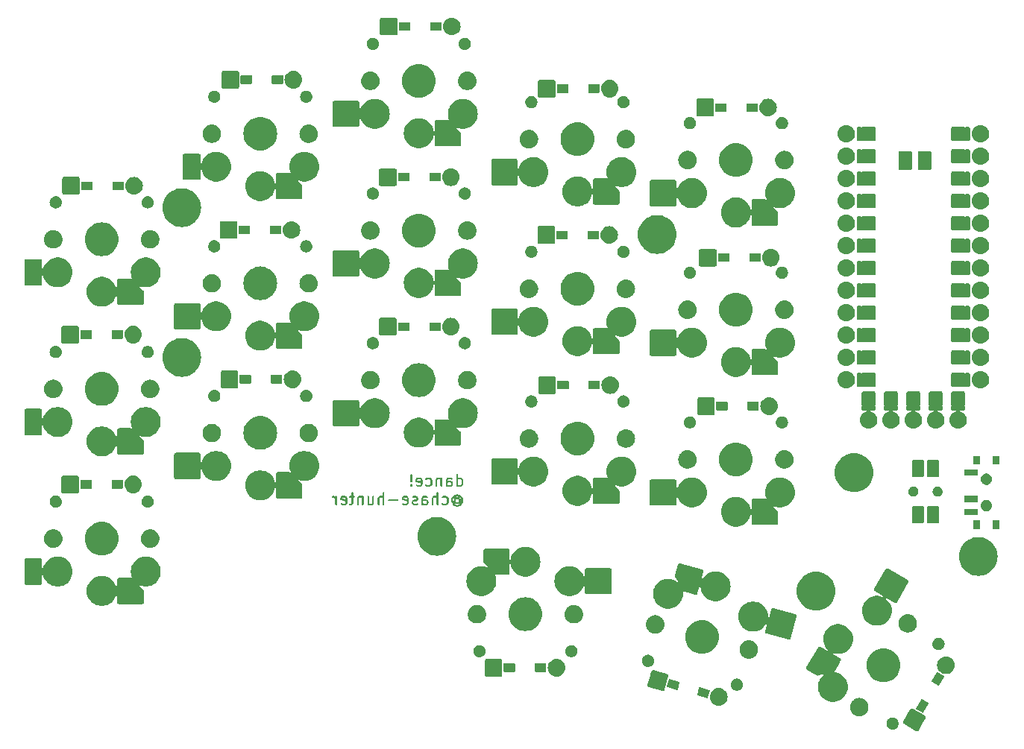
<source format=gbr>
G04 #@! TF.GenerationSoftware,KiCad,Pcbnew,7.0.8*
G04 #@! TF.CreationDate,2023-11-12T13:23:08-05:00*
G04 #@! TF.ProjectId,dancev2,64616e63-6576-4322-9e6b-696361645f70,1.0*
G04 #@! TF.SameCoordinates,Original*
G04 #@! TF.FileFunction,Soldermask,Bot*
G04 #@! TF.FilePolarity,Negative*
%FSLAX46Y46*%
G04 Gerber Fmt 4.6, Leading zero omitted, Abs format (unit mm)*
G04 Created by KiCad (PCBNEW 7.0.8) date 2023-11-12 13:23:08*
%MOMM*%
%LPD*%
G01*
G04 APERTURE LIST*
G04 APERTURE END LIST*
G36*
X177977346Y-123726317D02*
G01*
X177981612Y-123728780D01*
X179358719Y-124523851D01*
X179358727Y-124523858D01*
X179362986Y-124526317D01*
X179421657Y-124577769D01*
X179456171Y-124647758D01*
X179461276Y-124725627D01*
X179436191Y-124799522D01*
X179104274Y-125374418D01*
X178638656Y-126180895D01*
X178638651Y-126180899D01*
X178636191Y-126185162D01*
X178584739Y-126243833D01*
X178514750Y-126278347D01*
X178436881Y-126283452D01*
X178362986Y-126258367D01*
X177885818Y-125982874D01*
X176981612Y-125460832D01*
X176981605Y-125460826D01*
X176977346Y-125458367D01*
X176918675Y-125406915D01*
X176884161Y-125336926D01*
X176879056Y-125259057D01*
X176904141Y-125185162D01*
X176906603Y-125180897D01*
X176906604Y-125180895D01*
X177701675Y-123803788D01*
X177701683Y-123803777D01*
X177704141Y-123799522D01*
X177755593Y-123740851D01*
X177825582Y-123706337D01*
X177903451Y-123701232D01*
X177977346Y-123726317D01*
G37*
G36*
X175729500Y-124720423D02*
G01*
X175771116Y-124720423D01*
X175806161Y-124729060D01*
X175841957Y-124733094D01*
X175888257Y-124749295D01*
X175933864Y-124760536D01*
X175960832Y-124774690D01*
X175988850Y-124784494D01*
X176036200Y-124814246D01*
X176082282Y-124838432D01*
X176100799Y-124854837D01*
X176120618Y-124867290D01*
X176165364Y-124912036D01*
X176207747Y-124949584D01*
X176218521Y-124965193D01*
X176230669Y-124977341D01*
X176268861Y-125038124D01*
X176302965Y-125087531D01*
X176307621Y-125099809D01*
X176313465Y-125109109D01*
X176341099Y-125188083D01*
X176362403Y-125244257D01*
X176363278Y-125251468D01*
X176364865Y-125256002D01*
X176378207Y-125374416D01*
X176382607Y-125410653D01*
X176378206Y-125446892D01*
X176364865Y-125565303D01*
X176363278Y-125569836D01*
X176362403Y-125577049D01*
X176341094Y-125633234D01*
X176313465Y-125712196D01*
X176307622Y-125721494D01*
X176302965Y-125733775D01*
X176268854Y-125783191D01*
X176230669Y-125843964D01*
X176218523Y-125856109D01*
X176207747Y-125871722D01*
X176165355Y-125909277D01*
X176120618Y-125954015D01*
X176100803Y-125966465D01*
X176082282Y-125982874D01*
X176036190Y-126007064D01*
X175988850Y-126036811D01*
X175960838Y-126046612D01*
X175933864Y-126060770D01*
X175888247Y-126072013D01*
X175841957Y-126088211D01*
X175806169Y-126092243D01*
X175771116Y-126100883D01*
X175729491Y-126100883D01*
X175687307Y-126105636D01*
X175645123Y-126100883D01*
X175603498Y-126100883D01*
X175568445Y-126092243D01*
X175532656Y-126088211D01*
X175486362Y-126072012D01*
X175440750Y-126060770D01*
X175413777Y-126046613D01*
X175385763Y-126036811D01*
X175338417Y-126007061D01*
X175292332Y-125982874D01*
X175273812Y-125966467D01*
X175253995Y-125954015D01*
X175209249Y-125909269D01*
X175166867Y-125871722D01*
X175156092Y-125856112D01*
X175143944Y-125843964D01*
X175105747Y-125783175D01*
X175071649Y-125733775D01*
X175066993Y-125721498D01*
X175061148Y-125712196D01*
X175033506Y-125633200D01*
X175012211Y-125577049D01*
X175011335Y-125569840D01*
X175009748Y-125565303D01*
X174996393Y-125446777D01*
X174992007Y-125410653D01*
X174996392Y-125374531D01*
X175009748Y-125256002D01*
X175011335Y-125251463D01*
X175012211Y-125244257D01*
X175033501Y-125188117D01*
X175061148Y-125109109D01*
X175066994Y-125099805D01*
X175071649Y-125087531D01*
X175105740Y-125038140D01*
X175143944Y-124977341D01*
X175156094Y-124965190D01*
X175166867Y-124949584D01*
X175209240Y-124912044D01*
X175253995Y-124867290D01*
X175273816Y-124854835D01*
X175292332Y-124838432D01*
X175338407Y-124814249D01*
X175385763Y-124784494D01*
X175413783Y-124774689D01*
X175440750Y-124760536D01*
X175486353Y-124749296D01*
X175532656Y-124733094D01*
X175568453Y-124729060D01*
X175603498Y-124720423D01*
X175645114Y-124720423D01*
X175687307Y-124715669D01*
X175729500Y-124720423D01*
G37*
G36*
X171957679Y-122506936D02*
G01*
X172006943Y-122506936D01*
X172061808Y-122517192D01*
X172115020Y-122522433D01*
X172155444Y-122534695D01*
X172197532Y-122542563D01*
X172255819Y-122565143D01*
X172312162Y-122582235D01*
X172344356Y-122599443D01*
X172378333Y-122612606D01*
X172437369Y-122649160D01*
X172493849Y-122679349D01*
X172517579Y-122698824D01*
X172543178Y-122714674D01*
X172599895Y-122766378D01*
X172653099Y-122810041D01*
X172668864Y-122829250D01*
X172686467Y-122845298D01*
X172737573Y-122912974D01*
X172783791Y-122969291D01*
X172792728Y-122986011D01*
X172803310Y-123000024D01*
X172845412Y-123084577D01*
X172880905Y-123150978D01*
X172884689Y-123163455D01*
X172889736Y-123173589D01*
X172919547Y-123278365D01*
X172940707Y-123348120D01*
X172941402Y-123355177D01*
X172942795Y-123360073D01*
X172957268Y-123516266D01*
X172960900Y-123553140D01*
X172957267Y-123590016D01*
X172942795Y-123746206D01*
X172941402Y-123751100D01*
X172940707Y-123758160D01*
X172919542Y-123827929D01*
X172889736Y-123932690D01*
X172884690Y-123942822D01*
X172880905Y-123955302D01*
X172845405Y-124021716D01*
X172803310Y-124106255D01*
X172792730Y-124120265D01*
X172783791Y-124136989D01*
X172737564Y-124193316D01*
X172686467Y-124260981D01*
X172668867Y-124277025D01*
X172653099Y-124296239D01*
X172599884Y-124339910D01*
X172543178Y-124391605D01*
X172517584Y-124407451D01*
X172493849Y-124426931D01*
X172437358Y-124457126D01*
X172378333Y-124493673D01*
X172344363Y-124506832D01*
X172312162Y-124524045D01*
X172255807Y-124541139D01*
X172197532Y-124563716D01*
X172155451Y-124571582D01*
X172115020Y-124583847D01*
X172061805Y-124589088D01*
X172006943Y-124599344D01*
X171957679Y-124599344D01*
X171910000Y-124604040D01*
X171862321Y-124599344D01*
X171813057Y-124599344D01*
X171758194Y-124589088D01*
X171704980Y-124583847D01*
X171664550Y-124571582D01*
X171622467Y-124563716D01*
X171564187Y-124541138D01*
X171507838Y-124524045D01*
X171475639Y-124506834D01*
X171441666Y-124493673D01*
X171382634Y-124457122D01*
X171326151Y-124426931D01*
X171302418Y-124407454D01*
X171276821Y-124391605D01*
X171220105Y-124339902D01*
X171166901Y-124296239D01*
X171151135Y-124277028D01*
X171133532Y-124260981D01*
X171082423Y-124193301D01*
X171036209Y-124136989D01*
X171027272Y-124120269D01*
X171016689Y-124106255D01*
X170974579Y-124021689D01*
X170939095Y-123955302D01*
X170935310Y-123942827D01*
X170930263Y-123932690D01*
X170900441Y-123827876D01*
X170879293Y-123758160D01*
X170878598Y-123751106D01*
X170877204Y-123746206D01*
X170862715Y-123589845D01*
X170859100Y-123553140D01*
X170862714Y-123516437D01*
X170877204Y-123360073D01*
X170878598Y-123355172D01*
X170879293Y-123348120D01*
X170900436Y-123278418D01*
X170930263Y-123173589D01*
X170935311Y-123163449D01*
X170939095Y-123150978D01*
X170974572Y-123084604D01*
X171016689Y-123000024D01*
X171027274Y-122986007D01*
X171036209Y-122969291D01*
X171082413Y-122912989D01*
X171133532Y-122845298D01*
X171151138Y-122829247D01*
X171166901Y-122810041D01*
X171220094Y-122766386D01*
X171276821Y-122714674D01*
X171302423Y-122698821D01*
X171326151Y-122679349D01*
X171382622Y-122649164D01*
X171441666Y-122612606D01*
X171475646Y-122599441D01*
X171507838Y-122582235D01*
X171564175Y-122565145D01*
X171622467Y-122542563D01*
X171664556Y-122534695D01*
X171704980Y-122522433D01*
X171758191Y-122517192D01*
X171813057Y-122506936D01*
X171862321Y-122506936D01*
X171910000Y-122502240D01*
X171957679Y-122506936D01*
G37*
G36*
X179005598Y-122654316D02*
G01*
X179008955Y-122654492D01*
X179012466Y-122654123D01*
X179014927Y-122655544D01*
X179027605Y-122657213D01*
X179027606Y-122657214D01*
X179034458Y-122661171D01*
X179034463Y-122661172D01*
X179756867Y-123078252D01*
X179756869Y-123078254D01*
X179763724Y-123082212D01*
X179763727Y-123082213D01*
X179771512Y-123092359D01*
X179773972Y-123093779D01*
X179775408Y-123097004D01*
X179777236Y-123099819D01*
X179787023Y-123112574D01*
X179784925Y-123128508D01*
X179784749Y-123131870D01*
X179785117Y-123135375D01*
X179783697Y-123137834D01*
X179782028Y-123150515D01*
X179778069Y-123157371D01*
X179778069Y-123157373D01*
X179185990Y-124182884D01*
X179185988Y-124182885D01*
X179182028Y-124189745D01*
X179171881Y-124197530D01*
X179170462Y-124199989D01*
X179167242Y-124201423D01*
X179164425Y-124203252D01*
X179151668Y-124213041D01*
X179135726Y-124210942D01*
X179132374Y-124210767D01*
X179128867Y-124211135D01*
X179126407Y-124209715D01*
X179113727Y-124208046D01*
X179106869Y-124204086D01*
X179106866Y-124204086D01*
X178384465Y-123787007D01*
X178384464Y-123787006D01*
X178377605Y-123783046D01*
X178369818Y-123772898D01*
X178367358Y-123771478D01*
X178365924Y-123768256D01*
X178364093Y-123765437D01*
X178354309Y-123752686D01*
X178356406Y-123736756D01*
X178356582Y-123733394D01*
X178356213Y-123729884D01*
X178357635Y-123727421D01*
X178359304Y-123714745D01*
X178363261Y-123707891D01*
X178363262Y-123707887D01*
X178955345Y-122682371D01*
X178955346Y-122682369D01*
X178959304Y-122675515D01*
X178969448Y-122667730D01*
X178970870Y-122665268D01*
X178974094Y-122663833D01*
X178976918Y-122661998D01*
X178989664Y-122652219D01*
X179005598Y-122654316D01*
G37*
G36*
X156163523Y-121405348D02*
G01*
X156351116Y-121462253D01*
X156524003Y-121554663D01*
X156675540Y-121679026D01*
X156799903Y-121830563D01*
X156892313Y-122003450D01*
X156949218Y-122191043D01*
X156968433Y-122386133D01*
X156949218Y-122581223D01*
X156892313Y-122768816D01*
X156799903Y-122941703D01*
X156675540Y-123093240D01*
X156524003Y-123217603D01*
X156351116Y-123310013D01*
X156163523Y-123366918D01*
X155968433Y-123386133D01*
X155773343Y-123366918D01*
X155585750Y-123310013D01*
X155412863Y-123217603D01*
X155261326Y-123093240D01*
X155136963Y-122941703D01*
X155044553Y-122768816D01*
X154987648Y-122581223D01*
X154968433Y-122386133D01*
X154987648Y-122191043D01*
X155044553Y-122003450D01*
X155136963Y-121830563D01*
X155261326Y-121679026D01*
X155412863Y-121554663D01*
X155585750Y-121462253D01*
X155773343Y-121405348D01*
X155968433Y-121386133D01*
X156163523Y-121405348D01*
G37*
G36*
X169885435Y-114157623D02*
G01*
X170128229Y-114232515D01*
X170357149Y-114342757D01*
X170567082Y-114485886D01*
X170753337Y-114658706D01*
X170911755Y-114857356D01*
X171038796Y-115077398D01*
X171131623Y-115313916D01*
X171188161Y-115561628D01*
X171207149Y-115815000D01*
X171188161Y-116068372D01*
X171131623Y-116316084D01*
X171038796Y-116552602D01*
X170911755Y-116772644D01*
X170753337Y-116971294D01*
X170567082Y-117144114D01*
X170357149Y-117287243D01*
X170128229Y-117397485D01*
X169885435Y-117472377D01*
X169634190Y-117510246D01*
X169380108Y-117510246D01*
X169128863Y-117472377D01*
X168886069Y-117397485D01*
X168885220Y-117397076D01*
X168863255Y-117390301D01*
X168827519Y-117472208D01*
X169741215Y-117999729D01*
X169741223Y-117999736D01*
X169745482Y-118002195D01*
X169804153Y-118053648D01*
X169838667Y-118123636D01*
X169843771Y-118201505D01*
X169818687Y-118275400D01*
X169581884Y-118685555D01*
X169171152Y-119396966D01*
X169171147Y-119396970D01*
X169168687Y-119401233D01*
X169117234Y-119459904D01*
X169067619Y-119484370D01*
X169078725Y-119555801D01*
X169290691Y-119587750D01*
X169533485Y-119662642D01*
X169762405Y-119772884D01*
X169972338Y-119916013D01*
X170158593Y-120088833D01*
X170317011Y-120287483D01*
X170444052Y-120507525D01*
X170536879Y-120744043D01*
X170593417Y-120991755D01*
X170612405Y-121245127D01*
X170593417Y-121498499D01*
X170536879Y-121746211D01*
X170444052Y-121982729D01*
X170317011Y-122202771D01*
X170158593Y-122401421D01*
X169972338Y-122574241D01*
X169762405Y-122717370D01*
X169533485Y-122827612D01*
X169290691Y-122902504D01*
X169039446Y-122940373D01*
X168785364Y-122940373D01*
X168534119Y-122902504D01*
X168291325Y-122827612D01*
X168062405Y-122717370D01*
X167852472Y-122574241D01*
X167666217Y-122401421D01*
X167507799Y-122202771D01*
X167380758Y-121982729D01*
X167287931Y-121746211D01*
X167231393Y-121498499D01*
X167212405Y-121245127D01*
X167231393Y-120991755D01*
X167287931Y-120744043D01*
X167380758Y-120507525D01*
X167507799Y-120287483D01*
X167666217Y-120088833D01*
X167852472Y-119916013D01*
X167889728Y-119890612D01*
X167854573Y-119813993D01*
X167646069Y-119869862D01*
X167276171Y-119968977D01*
X167276166Y-119968977D01*
X167271413Y-119970251D01*
X167193544Y-119975354D01*
X167119650Y-119950271D01*
X167115388Y-119947810D01*
X167115381Y-119947808D01*
X165998083Y-119302736D01*
X165998078Y-119302731D01*
X165993816Y-119300271D01*
X165935145Y-119248818D01*
X165900631Y-119178830D01*
X165895527Y-119100961D01*
X165920611Y-119027066D01*
X165923073Y-119022801D01*
X165923074Y-119022799D01*
X167218145Y-116779666D01*
X167218153Y-116779655D01*
X167220611Y-116775400D01*
X167272064Y-116716729D01*
X167342052Y-116682215D01*
X167419921Y-116677111D01*
X167493816Y-116702195D01*
X167498082Y-116704658D01*
X168411778Y-117232180D01*
X168464844Y-117160278D01*
X168447997Y-117144646D01*
X168447216Y-117144114D01*
X168260961Y-116971294D01*
X168102543Y-116772644D01*
X167975502Y-116552602D01*
X167882675Y-116316084D01*
X167826137Y-116068372D01*
X167807149Y-115815000D01*
X167826137Y-115561628D01*
X167882675Y-115313916D01*
X167975502Y-115077398D01*
X168102543Y-114857356D01*
X168260961Y-114658706D01*
X168447216Y-114485886D01*
X168657149Y-114342757D01*
X168886069Y-114232515D01*
X169128863Y-114157623D01*
X169380108Y-114119754D01*
X169634190Y-114119754D01*
X169885435Y-114157623D01*
G37*
G36*
X153779828Y-121307942D02*
G01*
X153779832Y-121307942D01*
X154923644Y-121614426D01*
X154923646Y-121614427D01*
X154931295Y-121616477D01*
X154941440Y-121624261D01*
X154944183Y-121624996D01*
X154946402Y-121627737D01*
X154948897Y-121629984D01*
X154961655Y-121639773D01*
X154963752Y-121655706D01*
X154964452Y-121658997D01*
X154965715Y-121662288D01*
X154964980Y-121665031D01*
X154966650Y-121677714D01*
X154964599Y-121685364D01*
X154964600Y-121685365D01*
X154748705Y-122491100D01*
X154748703Y-122491102D01*
X154746654Y-122498751D01*
X154738866Y-122508899D01*
X154738132Y-122511639D01*
X154735394Y-122513857D01*
X154733152Y-122516346D01*
X154723358Y-122529111D01*
X154707414Y-122531210D01*
X154704132Y-122531908D01*
X154700840Y-122533171D01*
X154698098Y-122532436D01*
X154685417Y-122534106D01*
X154677766Y-122532055D01*
X154677765Y-122532056D01*
X153533955Y-122225573D01*
X153533953Y-122225572D01*
X153526306Y-122223523D01*
X153516161Y-122215738D01*
X153513417Y-122215003D01*
X153511197Y-122212261D01*
X153508704Y-122210016D01*
X153495946Y-122200227D01*
X153493849Y-122184302D01*
X153493148Y-122181003D01*
X153491884Y-122177710D01*
X153492620Y-122174963D01*
X153490951Y-122162286D01*
X153492999Y-122154641D01*
X153492999Y-122154636D01*
X153708896Y-121348898D01*
X153708898Y-121348894D01*
X153710947Y-121341249D01*
X153718731Y-121331104D01*
X153719466Y-121328359D01*
X153722208Y-121326140D01*
X153724459Y-121323639D01*
X153734243Y-121310889D01*
X153750171Y-121308791D01*
X153753466Y-121308092D01*
X153756759Y-121306827D01*
X153759504Y-121307563D01*
X153772184Y-121305894D01*
X153779828Y-121307942D01*
G37*
G36*
X148546209Y-119362078D02*
G01*
X149411516Y-119593936D01*
X150086931Y-119774912D01*
X150086933Y-119774913D01*
X150091691Y-119776188D01*
X150161680Y-119810703D01*
X150213132Y-119869374D01*
X150238216Y-119943268D01*
X150233112Y-120021137D01*
X149819002Y-121566619D01*
X149784487Y-121636608D01*
X149725816Y-121688060D01*
X149651922Y-121713144D01*
X149574053Y-121708040D01*
X148028571Y-121293930D01*
X147958582Y-121259415D01*
X147907130Y-121200744D01*
X147882046Y-121126850D01*
X147887150Y-121048981D01*
X148091192Y-120287483D01*
X148299984Y-119508258D01*
X148299985Y-119508254D01*
X148301260Y-119503499D01*
X148335775Y-119433510D01*
X148394446Y-119382058D01*
X148468340Y-119356974D01*
X148546209Y-119362078D01*
G37*
G36*
X158057286Y-120297694D02*
G01*
X158098902Y-120297694D01*
X158133947Y-120306331D01*
X158169743Y-120310365D01*
X158216043Y-120326566D01*
X158261650Y-120337807D01*
X158288618Y-120351961D01*
X158316636Y-120361765D01*
X158363986Y-120391517D01*
X158410068Y-120415703D01*
X158428585Y-120432108D01*
X158448404Y-120444561D01*
X158493150Y-120489307D01*
X158535533Y-120526855D01*
X158546307Y-120542464D01*
X158558455Y-120554612D01*
X158596647Y-120615395D01*
X158630751Y-120664802D01*
X158635407Y-120677080D01*
X158641251Y-120686380D01*
X158668885Y-120765354D01*
X158690189Y-120821528D01*
X158691064Y-120828739D01*
X158692651Y-120833273D01*
X158705993Y-120951687D01*
X158710393Y-120987924D01*
X158705992Y-121024163D01*
X158692651Y-121142574D01*
X158691064Y-121147107D01*
X158690189Y-121154320D01*
X158668880Y-121210505D01*
X158641251Y-121289467D01*
X158635408Y-121298765D01*
X158630751Y-121311046D01*
X158596640Y-121360462D01*
X158558455Y-121421235D01*
X158546309Y-121433380D01*
X158535533Y-121448993D01*
X158493141Y-121486548D01*
X158448404Y-121531286D01*
X158428589Y-121543736D01*
X158410068Y-121560145D01*
X158363976Y-121584335D01*
X158316636Y-121614082D01*
X158288624Y-121623883D01*
X158261650Y-121638041D01*
X158216033Y-121649284D01*
X158169743Y-121665482D01*
X158133955Y-121669514D01*
X158098902Y-121678154D01*
X158057277Y-121678154D01*
X158015093Y-121682907D01*
X157972909Y-121678154D01*
X157931284Y-121678154D01*
X157896231Y-121669514D01*
X157860442Y-121665482D01*
X157814148Y-121649283D01*
X157768536Y-121638041D01*
X157741563Y-121623884D01*
X157713549Y-121614082D01*
X157666203Y-121584332D01*
X157620118Y-121560145D01*
X157601598Y-121543738D01*
X157581781Y-121531286D01*
X157537035Y-121486540D01*
X157494653Y-121448993D01*
X157483878Y-121433383D01*
X157471730Y-121421235D01*
X157433533Y-121360446D01*
X157399435Y-121311046D01*
X157394779Y-121298769D01*
X157388934Y-121289467D01*
X157361292Y-121210471D01*
X157339997Y-121154320D01*
X157339121Y-121147111D01*
X157337534Y-121142574D01*
X157324179Y-121024048D01*
X157319793Y-120987924D01*
X157324178Y-120951802D01*
X157337534Y-120833273D01*
X157339121Y-120828734D01*
X157339997Y-120821528D01*
X157361287Y-120765388D01*
X157388934Y-120686380D01*
X157394780Y-120677076D01*
X157399435Y-120664802D01*
X157433526Y-120615411D01*
X157471730Y-120554612D01*
X157483880Y-120542461D01*
X157494653Y-120526855D01*
X157537026Y-120489315D01*
X157581781Y-120444561D01*
X157601602Y-120432106D01*
X157620118Y-120415703D01*
X157666193Y-120391520D01*
X157713549Y-120361765D01*
X157741569Y-120351960D01*
X157768536Y-120337807D01*
X157814139Y-120326567D01*
X157860442Y-120310365D01*
X157896239Y-120306331D01*
X157931284Y-120297694D01*
X157972900Y-120297694D01*
X158015093Y-120292940D01*
X158057286Y-120297694D01*
G37*
G36*
X150350791Y-120389134D02*
G01*
X150350795Y-120389134D01*
X151494607Y-120695618D01*
X151494609Y-120695619D01*
X151502258Y-120697669D01*
X151512403Y-120705453D01*
X151515146Y-120706188D01*
X151517365Y-120708929D01*
X151519860Y-120711176D01*
X151532618Y-120720965D01*
X151534715Y-120736898D01*
X151535415Y-120740189D01*
X151536678Y-120743480D01*
X151535943Y-120746223D01*
X151537613Y-120758906D01*
X151535562Y-120766556D01*
X151535563Y-120766557D01*
X151319668Y-121572292D01*
X151319666Y-121572294D01*
X151317617Y-121579943D01*
X151309829Y-121590091D01*
X151309095Y-121592831D01*
X151306357Y-121595049D01*
X151304115Y-121597538D01*
X151294321Y-121610303D01*
X151278377Y-121612402D01*
X151275095Y-121613100D01*
X151271803Y-121614363D01*
X151269061Y-121613628D01*
X151256380Y-121615298D01*
X151248729Y-121613247D01*
X151248728Y-121613248D01*
X150104918Y-121306765D01*
X150104916Y-121306764D01*
X150097269Y-121304715D01*
X150087124Y-121296930D01*
X150084380Y-121296195D01*
X150082160Y-121293453D01*
X150079667Y-121291208D01*
X150066909Y-121281419D01*
X150064812Y-121265494D01*
X150064111Y-121262195D01*
X150062847Y-121258902D01*
X150063583Y-121256155D01*
X150061914Y-121243478D01*
X150063962Y-121235833D01*
X150063962Y-121235828D01*
X150279859Y-120430090D01*
X150279861Y-120430086D01*
X150281910Y-120422441D01*
X150289694Y-120412296D01*
X150290429Y-120409551D01*
X150293171Y-120407332D01*
X150295422Y-120404831D01*
X150305206Y-120392081D01*
X150321134Y-120389983D01*
X150324429Y-120389284D01*
X150327722Y-120388019D01*
X150330467Y-120388755D01*
X150343147Y-120387086D01*
X150350791Y-120389134D01*
G37*
G36*
X180780598Y-119579926D02*
G01*
X180783955Y-119580102D01*
X180787466Y-119579733D01*
X180789927Y-119581154D01*
X180802605Y-119582823D01*
X180802606Y-119582824D01*
X180809458Y-119586781D01*
X180809463Y-119586782D01*
X181531867Y-120003862D01*
X181531869Y-120003864D01*
X181538724Y-120007822D01*
X181538727Y-120007823D01*
X181546512Y-120017969D01*
X181548972Y-120019389D01*
X181550408Y-120022614D01*
X181552236Y-120025429D01*
X181562023Y-120038184D01*
X181559925Y-120054118D01*
X181559749Y-120057480D01*
X181560117Y-120060985D01*
X181558697Y-120063444D01*
X181557028Y-120076125D01*
X181553069Y-120082981D01*
X181553069Y-120082983D01*
X180960990Y-121108494D01*
X180960988Y-121108495D01*
X180957028Y-121115355D01*
X180946881Y-121123140D01*
X180945462Y-121125599D01*
X180942242Y-121127033D01*
X180939425Y-121128862D01*
X180926668Y-121138651D01*
X180910726Y-121136552D01*
X180907374Y-121136377D01*
X180903867Y-121136745D01*
X180901407Y-121135325D01*
X180888727Y-121133656D01*
X180881869Y-121129696D01*
X180881866Y-121129696D01*
X180159465Y-120712617D01*
X180159464Y-120712616D01*
X180152605Y-120708656D01*
X180144818Y-120698508D01*
X180142358Y-120697088D01*
X180140924Y-120693866D01*
X180139093Y-120691047D01*
X180129309Y-120678296D01*
X180131406Y-120662366D01*
X180131582Y-120659004D01*
X180131213Y-120655494D01*
X180132635Y-120653031D01*
X180134304Y-120640355D01*
X180138261Y-120633501D01*
X180138262Y-120633497D01*
X180730345Y-119607981D01*
X180730346Y-119607979D01*
X180734304Y-119601125D01*
X180744448Y-119593340D01*
X180745870Y-119590878D01*
X180749094Y-119589443D01*
X180751918Y-119587608D01*
X180764664Y-119577829D01*
X180780598Y-119579926D01*
G37*
G36*
X174932462Y-116894987D02*
G01*
X175199377Y-116953051D01*
X175455312Y-117048510D01*
X175695057Y-117179420D01*
X175913731Y-117343117D01*
X176106883Y-117536269D01*
X176270580Y-117754943D01*
X176401490Y-117994688D01*
X176496949Y-118250623D01*
X176555013Y-118517538D01*
X176574500Y-118790000D01*
X176555013Y-119062462D01*
X176496949Y-119329377D01*
X176401490Y-119585312D01*
X176270580Y-119825057D01*
X176106883Y-120043731D01*
X175913731Y-120236883D01*
X175695057Y-120400580D01*
X175455312Y-120531490D01*
X175199377Y-120626949D01*
X174932462Y-120685013D01*
X174660000Y-120704500D01*
X174387538Y-120685013D01*
X174120623Y-120626949D01*
X173864688Y-120531490D01*
X173624943Y-120400580D01*
X173406269Y-120236883D01*
X173213117Y-120043731D01*
X173049420Y-119825057D01*
X172918510Y-119585312D01*
X172823051Y-119329377D01*
X172764987Y-119062462D01*
X172745500Y-118790000D01*
X172764987Y-118517538D01*
X172823051Y-118250623D01*
X172918510Y-117994688D01*
X173049420Y-117754943D01*
X173213117Y-117536269D01*
X173406269Y-117343117D01*
X173624943Y-117179420D01*
X173864688Y-117048510D01*
X174120623Y-116953051D01*
X174387538Y-116894987D01*
X174660000Y-116875500D01*
X174932462Y-116894987D01*
G37*
G36*
X131260137Y-118090424D02*
G01*
X131325021Y-118133779D01*
X131368376Y-118198663D01*
X131383600Y-118275200D01*
X131383600Y-119875200D01*
X131368376Y-119951737D01*
X131325021Y-120016621D01*
X131260137Y-120059976D01*
X131183600Y-120075200D01*
X129583600Y-120075200D01*
X129507063Y-120059976D01*
X129442179Y-120016621D01*
X129398824Y-119951737D01*
X129383600Y-119875200D01*
X129383600Y-118275200D01*
X129398824Y-118198663D01*
X129442179Y-118133779D01*
X129507063Y-118090424D01*
X129583600Y-118075200D01*
X131183600Y-118075200D01*
X131260137Y-118090424D01*
G37*
G36*
X137730690Y-118094415D02*
G01*
X137918283Y-118151320D01*
X138091170Y-118243730D01*
X138242707Y-118368093D01*
X138367070Y-118519630D01*
X138459480Y-118692517D01*
X138516385Y-118880110D01*
X138535600Y-119075200D01*
X138516385Y-119270290D01*
X138459480Y-119457883D01*
X138367070Y-119630770D01*
X138242707Y-119782307D01*
X138091170Y-119906670D01*
X137918283Y-119999080D01*
X137730690Y-120055985D01*
X137535600Y-120075200D01*
X137340510Y-120055985D01*
X137152917Y-119999080D01*
X136980030Y-119906670D01*
X136828493Y-119782307D01*
X136704130Y-119630770D01*
X136611720Y-119457883D01*
X136554815Y-119270290D01*
X136535600Y-119075200D01*
X136554815Y-118880110D01*
X136611720Y-118692517D01*
X136704130Y-118519630D01*
X136828493Y-118368093D01*
X136980030Y-118243730D01*
X137152917Y-118151320D01*
X137340510Y-118094415D01*
X137535600Y-118075200D01*
X137730690Y-118094415D01*
G37*
G36*
X181941256Y-117817743D02*
G01*
X182128849Y-117874648D01*
X182301736Y-117967058D01*
X182453273Y-118091421D01*
X182577636Y-118242958D01*
X182670046Y-118415845D01*
X182726951Y-118603438D01*
X182746166Y-118798528D01*
X182726951Y-118993618D01*
X182670046Y-119181211D01*
X182577636Y-119354098D01*
X182453273Y-119505635D01*
X182301736Y-119629998D01*
X182128849Y-119722408D01*
X181941256Y-119779313D01*
X181746166Y-119798528D01*
X181551076Y-119779313D01*
X181363483Y-119722408D01*
X181190596Y-119629998D01*
X181039059Y-119505635D01*
X180914696Y-119354098D01*
X180822286Y-119181211D01*
X180765381Y-118993618D01*
X180746166Y-118798528D01*
X180765381Y-118603438D01*
X180822286Y-118415845D01*
X180914696Y-118242958D01*
X181039059Y-118091421D01*
X181190596Y-117967058D01*
X181363483Y-117874648D01*
X181551076Y-117817743D01*
X181746166Y-117798528D01*
X181941256Y-117817743D01*
G37*
G36*
X132796415Y-118605094D02*
G01*
X132799256Y-118605094D01*
X132802109Y-118607167D01*
X132805103Y-118608693D01*
X132819955Y-118614845D01*
X132826107Y-118629696D01*
X132827632Y-118632690D01*
X132829706Y-118635544D01*
X132829706Y-118638385D01*
X132834600Y-118650200D01*
X132834600Y-119500200D01*
X132829706Y-119512014D01*
X132829706Y-119514854D01*
X132827633Y-119517708D01*
X132826108Y-119520700D01*
X132819955Y-119535555D01*
X132805100Y-119541708D01*
X132802108Y-119543233D01*
X132799255Y-119545306D01*
X132796415Y-119545306D01*
X132784600Y-119550200D01*
X132776680Y-119550200D01*
X131592520Y-119550200D01*
X131584600Y-119550200D01*
X131572785Y-119545306D01*
X131569945Y-119545306D01*
X131567090Y-119543232D01*
X131564096Y-119541707D01*
X131549245Y-119535555D01*
X131543093Y-119520703D01*
X131541567Y-119517709D01*
X131539494Y-119514855D01*
X131539494Y-119512014D01*
X131534600Y-119500200D01*
X131534600Y-118650200D01*
X131539494Y-118638385D01*
X131539494Y-118635543D01*
X131541568Y-118632689D01*
X131543096Y-118629689D01*
X131549245Y-118614845D01*
X131564089Y-118608696D01*
X131567089Y-118607168D01*
X131569944Y-118605094D01*
X131572785Y-118605094D01*
X131584600Y-118600200D01*
X132784600Y-118600200D01*
X132796415Y-118605094D01*
G37*
G36*
X136346415Y-118605094D02*
G01*
X136349256Y-118605094D01*
X136352109Y-118607167D01*
X136355103Y-118608693D01*
X136369955Y-118614845D01*
X136376107Y-118629696D01*
X136377632Y-118632690D01*
X136379706Y-118635544D01*
X136379706Y-118638385D01*
X136384600Y-118650200D01*
X136384600Y-119500200D01*
X136379706Y-119512014D01*
X136379706Y-119514854D01*
X136377633Y-119517708D01*
X136376108Y-119520700D01*
X136369955Y-119535555D01*
X136355100Y-119541708D01*
X136352108Y-119543233D01*
X136349255Y-119545306D01*
X136346415Y-119545306D01*
X136334600Y-119550200D01*
X136326680Y-119550200D01*
X135142520Y-119550200D01*
X135134600Y-119550200D01*
X135122785Y-119545306D01*
X135119945Y-119545306D01*
X135117090Y-119543232D01*
X135114096Y-119541707D01*
X135099245Y-119535555D01*
X135093093Y-119520703D01*
X135091567Y-119517709D01*
X135089494Y-119514855D01*
X135089494Y-119512014D01*
X135084600Y-119500200D01*
X135084600Y-118650200D01*
X135089494Y-118638385D01*
X135089494Y-118635543D01*
X135091568Y-118632689D01*
X135093096Y-118629689D01*
X135099245Y-118614845D01*
X135114089Y-118608696D01*
X135117089Y-118607168D01*
X135119944Y-118605094D01*
X135122785Y-118605094D01*
X135134600Y-118600200D01*
X136334600Y-118600200D01*
X136346415Y-118605094D01*
G37*
G36*
X147973020Y-117595623D02*
G01*
X148014636Y-117595623D01*
X148049681Y-117604260D01*
X148085477Y-117608294D01*
X148131777Y-117624495D01*
X148177384Y-117635736D01*
X148204352Y-117649890D01*
X148232370Y-117659694D01*
X148279720Y-117689446D01*
X148325802Y-117713632D01*
X148344319Y-117730037D01*
X148364138Y-117742490D01*
X148408884Y-117787236D01*
X148451267Y-117824784D01*
X148462041Y-117840393D01*
X148474189Y-117852541D01*
X148512381Y-117913324D01*
X148546485Y-117962731D01*
X148551141Y-117975009D01*
X148556985Y-117984309D01*
X148584619Y-118063283D01*
X148605923Y-118119457D01*
X148606798Y-118126668D01*
X148608385Y-118131202D01*
X148621727Y-118249616D01*
X148626127Y-118285853D01*
X148621726Y-118322092D01*
X148608385Y-118440503D01*
X148606798Y-118445036D01*
X148605923Y-118452249D01*
X148584614Y-118508434D01*
X148556985Y-118587396D01*
X148551142Y-118596694D01*
X148546485Y-118608975D01*
X148512374Y-118658391D01*
X148474189Y-118719164D01*
X148462043Y-118731309D01*
X148451267Y-118746922D01*
X148408875Y-118784477D01*
X148364138Y-118829215D01*
X148344323Y-118841665D01*
X148325802Y-118858074D01*
X148279710Y-118882264D01*
X148232370Y-118912011D01*
X148204358Y-118921812D01*
X148177384Y-118935970D01*
X148131767Y-118947213D01*
X148085477Y-118963411D01*
X148049689Y-118967443D01*
X148014636Y-118976083D01*
X147973011Y-118976083D01*
X147930827Y-118980836D01*
X147888643Y-118976083D01*
X147847018Y-118976083D01*
X147811965Y-118967443D01*
X147776176Y-118963411D01*
X147729882Y-118947212D01*
X147684270Y-118935970D01*
X147657297Y-118921813D01*
X147629283Y-118912011D01*
X147581937Y-118882261D01*
X147535852Y-118858074D01*
X147517332Y-118841667D01*
X147497515Y-118829215D01*
X147452769Y-118784469D01*
X147410387Y-118746922D01*
X147399612Y-118731312D01*
X147387464Y-118719164D01*
X147349267Y-118658375D01*
X147315169Y-118608975D01*
X147310513Y-118596698D01*
X147304668Y-118587396D01*
X147277026Y-118508400D01*
X147255731Y-118452249D01*
X147254855Y-118445040D01*
X147253268Y-118440503D01*
X147239913Y-118321977D01*
X147235527Y-118285853D01*
X147239912Y-118249731D01*
X147253268Y-118131202D01*
X147254855Y-118126663D01*
X147255731Y-118119457D01*
X147277021Y-118063317D01*
X147304668Y-117984309D01*
X147310514Y-117975005D01*
X147315169Y-117962731D01*
X147349260Y-117913340D01*
X147387464Y-117852541D01*
X147399614Y-117840390D01*
X147410387Y-117824784D01*
X147452760Y-117787244D01*
X147497515Y-117742490D01*
X147517336Y-117730035D01*
X147535852Y-117713632D01*
X147581927Y-117689449D01*
X147629283Y-117659694D01*
X147657303Y-117649889D01*
X147684270Y-117635736D01*
X147729873Y-117624496D01*
X147776176Y-117608294D01*
X147811973Y-117604260D01*
X147847018Y-117595623D01*
X147888634Y-117595623D01*
X147930827Y-117590869D01*
X147973020Y-117595623D01*
G37*
G36*
X159420271Y-115957301D02*
G01*
X159469535Y-115957301D01*
X159524400Y-115967557D01*
X159577612Y-115972798D01*
X159618036Y-115985060D01*
X159660124Y-115992928D01*
X159718411Y-116015508D01*
X159774754Y-116032600D01*
X159806948Y-116049808D01*
X159840925Y-116062971D01*
X159899961Y-116099525D01*
X159956441Y-116129714D01*
X159980171Y-116149189D01*
X160005770Y-116165039D01*
X160062487Y-116216743D01*
X160115691Y-116260406D01*
X160131456Y-116279615D01*
X160149059Y-116295663D01*
X160200165Y-116363339D01*
X160246383Y-116419656D01*
X160255320Y-116436376D01*
X160265902Y-116450389D01*
X160308004Y-116534942D01*
X160343497Y-116601343D01*
X160347281Y-116613820D01*
X160352328Y-116623954D01*
X160382139Y-116728730D01*
X160403299Y-116798485D01*
X160403994Y-116805542D01*
X160405387Y-116810438D01*
X160419860Y-116966631D01*
X160423492Y-117003505D01*
X160419859Y-117040381D01*
X160405387Y-117196571D01*
X160403994Y-117201465D01*
X160403299Y-117208525D01*
X160382134Y-117278294D01*
X160352328Y-117383055D01*
X160347282Y-117393187D01*
X160343497Y-117405667D01*
X160307997Y-117472081D01*
X160265902Y-117556620D01*
X160255322Y-117570630D01*
X160246383Y-117587354D01*
X160200156Y-117643681D01*
X160149059Y-117711346D01*
X160131459Y-117727390D01*
X160115691Y-117746604D01*
X160062476Y-117790275D01*
X160005770Y-117841970D01*
X159980176Y-117857816D01*
X159956441Y-117877296D01*
X159899950Y-117907491D01*
X159840925Y-117944038D01*
X159806955Y-117957197D01*
X159774754Y-117974410D01*
X159718399Y-117991504D01*
X159660124Y-118014081D01*
X159618043Y-118021947D01*
X159577612Y-118034212D01*
X159524397Y-118039453D01*
X159469535Y-118049709D01*
X159420271Y-118049709D01*
X159372592Y-118054405D01*
X159324913Y-118049709D01*
X159275649Y-118049709D01*
X159220786Y-118039453D01*
X159167572Y-118034212D01*
X159127142Y-118021947D01*
X159085059Y-118014081D01*
X159026779Y-117991503D01*
X158970430Y-117974410D01*
X158938231Y-117957199D01*
X158904258Y-117944038D01*
X158845226Y-117907487D01*
X158788743Y-117877296D01*
X158765010Y-117857819D01*
X158739413Y-117841970D01*
X158682697Y-117790267D01*
X158629493Y-117746604D01*
X158613727Y-117727393D01*
X158596124Y-117711346D01*
X158545015Y-117643666D01*
X158498801Y-117587354D01*
X158489864Y-117570634D01*
X158479281Y-117556620D01*
X158437171Y-117472054D01*
X158401687Y-117405667D01*
X158397902Y-117393192D01*
X158392855Y-117383055D01*
X158363033Y-117278241D01*
X158341885Y-117208525D01*
X158341190Y-117201471D01*
X158339796Y-117196571D01*
X158325307Y-117040210D01*
X158321692Y-117003505D01*
X158325306Y-116966802D01*
X158339796Y-116810438D01*
X158341190Y-116805537D01*
X158341885Y-116798485D01*
X158363028Y-116728783D01*
X158392855Y-116623954D01*
X158397903Y-116613814D01*
X158401687Y-116601343D01*
X158437164Y-116534969D01*
X158479281Y-116450389D01*
X158489866Y-116436372D01*
X158498801Y-116419656D01*
X158545005Y-116363354D01*
X158596124Y-116295663D01*
X158613730Y-116279612D01*
X158629493Y-116260406D01*
X158682686Y-116216751D01*
X158739413Y-116165039D01*
X158765015Y-116149186D01*
X158788743Y-116129714D01*
X158845214Y-116099529D01*
X158904258Y-116062971D01*
X158938238Y-116049806D01*
X158970430Y-116032600D01*
X159026767Y-116015510D01*
X159085059Y-115992928D01*
X159127148Y-115985060D01*
X159167572Y-115972798D01*
X159220783Y-115967557D01*
X159275649Y-115957301D01*
X159324913Y-115957301D01*
X159372592Y-115952605D01*
X159420271Y-115957301D01*
G37*
G36*
X128832193Y-116499770D02*
G01*
X128873809Y-116499770D01*
X128908854Y-116508407D01*
X128944650Y-116512441D01*
X128990950Y-116528642D01*
X129036557Y-116539883D01*
X129063525Y-116554037D01*
X129091543Y-116563841D01*
X129138893Y-116593593D01*
X129184975Y-116617779D01*
X129203492Y-116634184D01*
X129223311Y-116646637D01*
X129268057Y-116691383D01*
X129310440Y-116728931D01*
X129321214Y-116744540D01*
X129333362Y-116756688D01*
X129371554Y-116817471D01*
X129405658Y-116866878D01*
X129410314Y-116879156D01*
X129416158Y-116888456D01*
X129443792Y-116967430D01*
X129465096Y-117023604D01*
X129465971Y-117030815D01*
X129467558Y-117035349D01*
X129480900Y-117153763D01*
X129485300Y-117190000D01*
X129480899Y-117226239D01*
X129467558Y-117344650D01*
X129465971Y-117349183D01*
X129465096Y-117356396D01*
X129443787Y-117412581D01*
X129416158Y-117491543D01*
X129410315Y-117500841D01*
X129405658Y-117513122D01*
X129371547Y-117562538D01*
X129333362Y-117623311D01*
X129321216Y-117635456D01*
X129310440Y-117651069D01*
X129268048Y-117688624D01*
X129223311Y-117733362D01*
X129203496Y-117745812D01*
X129184975Y-117762221D01*
X129138883Y-117786411D01*
X129091543Y-117816158D01*
X129063531Y-117825959D01*
X129036557Y-117840117D01*
X128990940Y-117851360D01*
X128944650Y-117867558D01*
X128908862Y-117871590D01*
X128873809Y-117880230D01*
X128832184Y-117880230D01*
X128790000Y-117884983D01*
X128747816Y-117880230D01*
X128706191Y-117880230D01*
X128671138Y-117871590D01*
X128635349Y-117867558D01*
X128589055Y-117851359D01*
X128543443Y-117840117D01*
X128516470Y-117825960D01*
X128488456Y-117816158D01*
X128441110Y-117786408D01*
X128395025Y-117762221D01*
X128376505Y-117745814D01*
X128356688Y-117733362D01*
X128311942Y-117688616D01*
X128269560Y-117651069D01*
X128258785Y-117635459D01*
X128246637Y-117623311D01*
X128208440Y-117562522D01*
X128174342Y-117513122D01*
X128169686Y-117500845D01*
X128163841Y-117491543D01*
X128136199Y-117412547D01*
X128114904Y-117356396D01*
X128114028Y-117349187D01*
X128112441Y-117344650D01*
X128099086Y-117226124D01*
X128094700Y-117190000D01*
X128099085Y-117153878D01*
X128112441Y-117035349D01*
X128114028Y-117030810D01*
X128114904Y-117023604D01*
X128136194Y-116967464D01*
X128163841Y-116888456D01*
X128169687Y-116879152D01*
X128174342Y-116866878D01*
X128208433Y-116817487D01*
X128246637Y-116756688D01*
X128258787Y-116744537D01*
X128269560Y-116728931D01*
X128311933Y-116691391D01*
X128356688Y-116646637D01*
X128376509Y-116634182D01*
X128395025Y-116617779D01*
X128441100Y-116593596D01*
X128488456Y-116563841D01*
X128516476Y-116554036D01*
X128543443Y-116539883D01*
X128589046Y-116528643D01*
X128635349Y-116512441D01*
X128671146Y-116508407D01*
X128706191Y-116499770D01*
X128747807Y-116499770D01*
X128790000Y-116495016D01*
X128832193Y-116499770D01*
G37*
G36*
X139272193Y-116499770D02*
G01*
X139313809Y-116499770D01*
X139348854Y-116508407D01*
X139384650Y-116512441D01*
X139430950Y-116528642D01*
X139476557Y-116539883D01*
X139503525Y-116554037D01*
X139531543Y-116563841D01*
X139578893Y-116593593D01*
X139624975Y-116617779D01*
X139643492Y-116634184D01*
X139663311Y-116646637D01*
X139708057Y-116691383D01*
X139750440Y-116728931D01*
X139761214Y-116744540D01*
X139773362Y-116756688D01*
X139811554Y-116817471D01*
X139845658Y-116866878D01*
X139850314Y-116879156D01*
X139856158Y-116888456D01*
X139883792Y-116967430D01*
X139905096Y-117023604D01*
X139905971Y-117030815D01*
X139907558Y-117035349D01*
X139920900Y-117153763D01*
X139925300Y-117190000D01*
X139920899Y-117226239D01*
X139907558Y-117344650D01*
X139905971Y-117349183D01*
X139905096Y-117356396D01*
X139883787Y-117412581D01*
X139856158Y-117491543D01*
X139850315Y-117500841D01*
X139845658Y-117513122D01*
X139811547Y-117562538D01*
X139773362Y-117623311D01*
X139761216Y-117635456D01*
X139750440Y-117651069D01*
X139708048Y-117688624D01*
X139663311Y-117733362D01*
X139643496Y-117745812D01*
X139624975Y-117762221D01*
X139578883Y-117786411D01*
X139531543Y-117816158D01*
X139503531Y-117825959D01*
X139476557Y-117840117D01*
X139430940Y-117851360D01*
X139384650Y-117867558D01*
X139348862Y-117871590D01*
X139313809Y-117880230D01*
X139272184Y-117880230D01*
X139230000Y-117884983D01*
X139187816Y-117880230D01*
X139146191Y-117880230D01*
X139111138Y-117871590D01*
X139075349Y-117867558D01*
X139029055Y-117851359D01*
X138983443Y-117840117D01*
X138956470Y-117825960D01*
X138928456Y-117816158D01*
X138881110Y-117786408D01*
X138835025Y-117762221D01*
X138816505Y-117745814D01*
X138796688Y-117733362D01*
X138751942Y-117688616D01*
X138709560Y-117651069D01*
X138698785Y-117635459D01*
X138686637Y-117623311D01*
X138648440Y-117562522D01*
X138614342Y-117513122D01*
X138609686Y-117500845D01*
X138603841Y-117491543D01*
X138576199Y-117412547D01*
X138554904Y-117356396D01*
X138554028Y-117349187D01*
X138552441Y-117344650D01*
X138539086Y-117226124D01*
X138534700Y-117190000D01*
X138539085Y-117153878D01*
X138552441Y-117035349D01*
X138554028Y-117030810D01*
X138554904Y-117023604D01*
X138576194Y-116967464D01*
X138603841Y-116888456D01*
X138609687Y-116879152D01*
X138614342Y-116866878D01*
X138648433Y-116817487D01*
X138686637Y-116756688D01*
X138698787Y-116744537D01*
X138709560Y-116728931D01*
X138751933Y-116691391D01*
X138796688Y-116646637D01*
X138816509Y-116634182D01*
X138835025Y-116617779D01*
X138881100Y-116593596D01*
X138928456Y-116563841D01*
X138956476Y-116554036D01*
X138983443Y-116539883D01*
X139029046Y-116528643D01*
X139075349Y-116512441D01*
X139111146Y-116508407D01*
X139146191Y-116499770D01*
X139187807Y-116499770D01*
X139230000Y-116495016D01*
X139272193Y-116499770D01*
G37*
G36*
X154332462Y-113684987D02*
G01*
X154599377Y-113743051D01*
X154855312Y-113838510D01*
X155095057Y-113969420D01*
X155313731Y-114133117D01*
X155506883Y-114326269D01*
X155670580Y-114544943D01*
X155801490Y-114784688D01*
X155896949Y-115040623D01*
X155955013Y-115307538D01*
X155974500Y-115580000D01*
X155955013Y-115852462D01*
X155896949Y-116119377D01*
X155801490Y-116375312D01*
X155670580Y-116615057D01*
X155506883Y-116833731D01*
X155313731Y-117026883D01*
X155095057Y-117190580D01*
X154855312Y-117321490D01*
X154599377Y-117416949D01*
X154332462Y-117475013D01*
X154060000Y-117494500D01*
X153787538Y-117475013D01*
X153520623Y-117416949D01*
X153264688Y-117321490D01*
X153024943Y-117190580D01*
X152806269Y-117026883D01*
X152613117Y-116833731D01*
X152449420Y-116615057D01*
X152318510Y-116375312D01*
X152223051Y-116119377D01*
X152164987Y-115852462D01*
X152145500Y-115580000D01*
X152164987Y-115307538D01*
X152223051Y-115040623D01*
X152318510Y-114784688D01*
X152449420Y-114544943D01*
X152613117Y-114326269D01*
X152806269Y-114133117D01*
X153024943Y-113969420D01*
X153264688Y-113838510D01*
X153520623Y-113743051D01*
X153787538Y-113684987D01*
X154060000Y-113665500D01*
X154332462Y-113684987D01*
G37*
G36*
X180949500Y-115679117D02*
G01*
X180991116Y-115679117D01*
X181026161Y-115687754D01*
X181061957Y-115691788D01*
X181108257Y-115707989D01*
X181153864Y-115719230D01*
X181180832Y-115733384D01*
X181208850Y-115743188D01*
X181256200Y-115772940D01*
X181302282Y-115797126D01*
X181320799Y-115813531D01*
X181340618Y-115825984D01*
X181385364Y-115870730D01*
X181427747Y-115908278D01*
X181438521Y-115923887D01*
X181450669Y-115936035D01*
X181488861Y-115996818D01*
X181522965Y-116046225D01*
X181527621Y-116058503D01*
X181533465Y-116067803D01*
X181561099Y-116146777D01*
X181582403Y-116202951D01*
X181583278Y-116210162D01*
X181584865Y-116214696D01*
X181598207Y-116333110D01*
X181602607Y-116369347D01*
X181598206Y-116405586D01*
X181584865Y-116523997D01*
X181583278Y-116528530D01*
X181582403Y-116535743D01*
X181561094Y-116591928D01*
X181533465Y-116670890D01*
X181527622Y-116680188D01*
X181522965Y-116692469D01*
X181488854Y-116741885D01*
X181450669Y-116802658D01*
X181438523Y-116814803D01*
X181427747Y-116830416D01*
X181385355Y-116867971D01*
X181340618Y-116912709D01*
X181320803Y-116925159D01*
X181302282Y-116941568D01*
X181256190Y-116965758D01*
X181208850Y-116995505D01*
X181180838Y-117005306D01*
X181153864Y-117019464D01*
X181108247Y-117030707D01*
X181061957Y-117046905D01*
X181026169Y-117050937D01*
X180991116Y-117059577D01*
X180949491Y-117059577D01*
X180907307Y-117064330D01*
X180865123Y-117059577D01*
X180823498Y-117059577D01*
X180788445Y-117050937D01*
X180752656Y-117046905D01*
X180706362Y-117030706D01*
X180660750Y-117019464D01*
X180633777Y-117005307D01*
X180605763Y-116995505D01*
X180558417Y-116965755D01*
X180512332Y-116941568D01*
X180493812Y-116925161D01*
X180473995Y-116912709D01*
X180429249Y-116867963D01*
X180386867Y-116830416D01*
X180376092Y-116814806D01*
X180363944Y-116802658D01*
X180325747Y-116741869D01*
X180291649Y-116692469D01*
X180286993Y-116680192D01*
X180281148Y-116670890D01*
X180253506Y-116591894D01*
X180232211Y-116535743D01*
X180231335Y-116528534D01*
X180229748Y-116523997D01*
X180216393Y-116405471D01*
X180212007Y-116369347D01*
X180216392Y-116333225D01*
X180229748Y-116214696D01*
X180231335Y-116210157D01*
X180232211Y-116202951D01*
X180253501Y-116146811D01*
X180281148Y-116067803D01*
X180286994Y-116058499D01*
X180291649Y-116046225D01*
X180325740Y-115996834D01*
X180363944Y-115936035D01*
X180376094Y-115923884D01*
X180386867Y-115908278D01*
X180429240Y-115870738D01*
X180473995Y-115825984D01*
X180493816Y-115813529D01*
X180512332Y-115797126D01*
X180558407Y-115772943D01*
X180605763Y-115743188D01*
X180633783Y-115733383D01*
X180660750Y-115719230D01*
X180706353Y-115707990D01*
X180752656Y-115691788D01*
X180788453Y-115687754D01*
X180823498Y-115679117D01*
X180865114Y-115679117D01*
X180907307Y-115674363D01*
X180949500Y-115679117D01*
G37*
G36*
X160238487Y-111594496D02*
G01*
X160481281Y-111669388D01*
X160710201Y-111779630D01*
X160920134Y-111922759D01*
X161106389Y-112095579D01*
X161264807Y-112294229D01*
X161391848Y-112514271D01*
X161484675Y-112750789D01*
X161541213Y-112998501D01*
X161560201Y-113251873D01*
X161543155Y-113479324D01*
X161632790Y-113494554D01*
X161909908Y-112460332D01*
X161909910Y-112460327D01*
X161911184Y-112455574D01*
X161945699Y-112385585D01*
X162004369Y-112334133D01*
X162078264Y-112309049D01*
X162156133Y-112314153D01*
X162160886Y-112315426D01*
X162160891Y-112315427D01*
X164662781Y-112985806D01*
X164662784Y-112985807D01*
X164667540Y-112987082D01*
X164737529Y-113021597D01*
X164788981Y-113080267D01*
X164814065Y-113154162D01*
X164808961Y-113232031D01*
X164136032Y-115743438D01*
X164101517Y-115813427D01*
X164042847Y-115864879D01*
X163968952Y-115889963D01*
X163891083Y-115884859D01*
X163886324Y-115883584D01*
X161384434Y-115213205D01*
X161384433Y-115213204D01*
X161379676Y-115211930D01*
X161309687Y-115177415D01*
X161258235Y-115118745D01*
X161233151Y-115044850D01*
X161238255Y-114966981D01*
X161239528Y-114962227D01*
X161239529Y-114962222D01*
X161515408Y-113932630D01*
X161425738Y-113903124D01*
X161391848Y-113989475D01*
X161264807Y-114209517D01*
X161106389Y-114408167D01*
X160920134Y-114580987D01*
X160710201Y-114724116D01*
X160481281Y-114834358D01*
X160238487Y-114909250D01*
X159987242Y-114947119D01*
X159733160Y-114947119D01*
X159481915Y-114909250D01*
X159239121Y-114834358D01*
X159010201Y-114724116D01*
X158800268Y-114580987D01*
X158614013Y-114408167D01*
X158455595Y-114209517D01*
X158328554Y-113989475D01*
X158235727Y-113752957D01*
X158179189Y-113505245D01*
X158160201Y-113251873D01*
X158179189Y-112998501D01*
X158235727Y-112750789D01*
X158328554Y-112514271D01*
X158455595Y-112294229D01*
X158614013Y-112095579D01*
X158800268Y-111922759D01*
X159010201Y-111779630D01*
X159239121Y-111669388D01*
X159481915Y-111594496D01*
X159733160Y-111556627D01*
X159987242Y-111556627D01*
X160238487Y-111594496D01*
G37*
G36*
X148795087Y-113110291D02*
G01*
X148844351Y-113110291D01*
X148899216Y-113120547D01*
X148952428Y-113125788D01*
X148992852Y-113138050D01*
X149034940Y-113145918D01*
X149093227Y-113168498D01*
X149149570Y-113185590D01*
X149181764Y-113202798D01*
X149215741Y-113215961D01*
X149274777Y-113252515D01*
X149331257Y-113282704D01*
X149354987Y-113302179D01*
X149380586Y-113318029D01*
X149437303Y-113369733D01*
X149490507Y-113413396D01*
X149506272Y-113432605D01*
X149523875Y-113448653D01*
X149574981Y-113516329D01*
X149621199Y-113572646D01*
X149630136Y-113589366D01*
X149640718Y-113603379D01*
X149682820Y-113687932D01*
X149718313Y-113754333D01*
X149722097Y-113766810D01*
X149727144Y-113776944D01*
X149756955Y-113881720D01*
X149778115Y-113951475D01*
X149778810Y-113958532D01*
X149780203Y-113963428D01*
X149794676Y-114119621D01*
X149798308Y-114156495D01*
X149794675Y-114193371D01*
X149780203Y-114349561D01*
X149778810Y-114354455D01*
X149778115Y-114361515D01*
X149756950Y-114431284D01*
X149727144Y-114536045D01*
X149722098Y-114546177D01*
X149718313Y-114558657D01*
X149682813Y-114625071D01*
X149640718Y-114709610D01*
X149630138Y-114723620D01*
X149621199Y-114740344D01*
X149574972Y-114796671D01*
X149523875Y-114864336D01*
X149506275Y-114880380D01*
X149490507Y-114899594D01*
X149437292Y-114943265D01*
X149380586Y-114994960D01*
X149354992Y-115010806D01*
X149331257Y-115030286D01*
X149274766Y-115060481D01*
X149215741Y-115097028D01*
X149181771Y-115110187D01*
X149149570Y-115127400D01*
X149093215Y-115144494D01*
X149034940Y-115167071D01*
X148992859Y-115174937D01*
X148952428Y-115187202D01*
X148899213Y-115192443D01*
X148844351Y-115202699D01*
X148795087Y-115202699D01*
X148747408Y-115207395D01*
X148699729Y-115202699D01*
X148650465Y-115202699D01*
X148595602Y-115192443D01*
X148542388Y-115187202D01*
X148501958Y-115174937D01*
X148459875Y-115167071D01*
X148401595Y-115144493D01*
X148345246Y-115127400D01*
X148313047Y-115110189D01*
X148279074Y-115097028D01*
X148220042Y-115060477D01*
X148163559Y-115030286D01*
X148139826Y-115010809D01*
X148114229Y-114994960D01*
X148057513Y-114943257D01*
X148004309Y-114899594D01*
X147988543Y-114880383D01*
X147970940Y-114864336D01*
X147919831Y-114796656D01*
X147873617Y-114740344D01*
X147864680Y-114723624D01*
X147854097Y-114709610D01*
X147811987Y-114625044D01*
X147776503Y-114558657D01*
X147772718Y-114546182D01*
X147767671Y-114536045D01*
X147737849Y-114431231D01*
X147716701Y-114361515D01*
X147716006Y-114354461D01*
X147714612Y-114349561D01*
X147700123Y-114193200D01*
X147696508Y-114156495D01*
X147700122Y-114119792D01*
X147714612Y-113963428D01*
X147716006Y-113958527D01*
X147716701Y-113951475D01*
X147737844Y-113881773D01*
X147767671Y-113776944D01*
X147772719Y-113766804D01*
X147776503Y-113754333D01*
X147811980Y-113687959D01*
X147854097Y-113603379D01*
X147864682Y-113589362D01*
X147873617Y-113572646D01*
X147919821Y-113516344D01*
X147970940Y-113448653D01*
X147988546Y-113432602D01*
X148004309Y-113413396D01*
X148057502Y-113369741D01*
X148114229Y-113318029D01*
X148139831Y-113302176D01*
X148163559Y-113282704D01*
X148220030Y-113252519D01*
X148279074Y-113215961D01*
X148313054Y-113202796D01*
X148345246Y-113185590D01*
X148401583Y-113168500D01*
X148459875Y-113145918D01*
X148501964Y-113138050D01*
X148542388Y-113125788D01*
X148595599Y-113120547D01*
X148650465Y-113110291D01*
X148699729Y-113110291D01*
X148747408Y-113105595D01*
X148795087Y-113110291D01*
G37*
G36*
X177457679Y-112980656D02*
G01*
X177506943Y-112980656D01*
X177561808Y-112990912D01*
X177615020Y-112996153D01*
X177655444Y-113008415D01*
X177697532Y-113016283D01*
X177755819Y-113038863D01*
X177812162Y-113055955D01*
X177844356Y-113073163D01*
X177878333Y-113086326D01*
X177937369Y-113122880D01*
X177993849Y-113153069D01*
X178017579Y-113172544D01*
X178043178Y-113188394D01*
X178099895Y-113240098D01*
X178153099Y-113283761D01*
X178168864Y-113302970D01*
X178186467Y-113319018D01*
X178237573Y-113386694D01*
X178283791Y-113443011D01*
X178292728Y-113459731D01*
X178303310Y-113473744D01*
X178345412Y-113558297D01*
X178380905Y-113624698D01*
X178384689Y-113637175D01*
X178389736Y-113647309D01*
X178419547Y-113752085D01*
X178440707Y-113821840D01*
X178441402Y-113828897D01*
X178442795Y-113833793D01*
X178457268Y-113989986D01*
X178460900Y-114026860D01*
X178457267Y-114063736D01*
X178442795Y-114219926D01*
X178441402Y-114224820D01*
X178440707Y-114231880D01*
X178419542Y-114301649D01*
X178389736Y-114406410D01*
X178384690Y-114416542D01*
X178380905Y-114429022D01*
X178345405Y-114495436D01*
X178303310Y-114579975D01*
X178292730Y-114593985D01*
X178283791Y-114610709D01*
X178237564Y-114667036D01*
X178186467Y-114734701D01*
X178168867Y-114750745D01*
X178153099Y-114769959D01*
X178099884Y-114813630D01*
X178043178Y-114865325D01*
X178017584Y-114881171D01*
X177993849Y-114900651D01*
X177937358Y-114930846D01*
X177878333Y-114967393D01*
X177844363Y-114980552D01*
X177812162Y-114997765D01*
X177755807Y-115014859D01*
X177697532Y-115037436D01*
X177655451Y-115045302D01*
X177615020Y-115057567D01*
X177561805Y-115062808D01*
X177506943Y-115073064D01*
X177457679Y-115073064D01*
X177410000Y-115077760D01*
X177362321Y-115073064D01*
X177313057Y-115073064D01*
X177258194Y-115062808D01*
X177204980Y-115057567D01*
X177164550Y-115045302D01*
X177122467Y-115037436D01*
X177064187Y-115014858D01*
X177007838Y-114997765D01*
X176975639Y-114980554D01*
X176941666Y-114967393D01*
X176882634Y-114930842D01*
X176826151Y-114900651D01*
X176802418Y-114881174D01*
X176776821Y-114865325D01*
X176720105Y-114813622D01*
X176666901Y-114769959D01*
X176651135Y-114750748D01*
X176633532Y-114734701D01*
X176582423Y-114667021D01*
X176536209Y-114610709D01*
X176527272Y-114593989D01*
X176516689Y-114579975D01*
X176474579Y-114495409D01*
X176439095Y-114429022D01*
X176435310Y-114416547D01*
X176430263Y-114406410D01*
X176400441Y-114301596D01*
X176379293Y-114231880D01*
X176378598Y-114224826D01*
X176377204Y-114219926D01*
X176362715Y-114063565D01*
X176359100Y-114026860D01*
X176362714Y-113990157D01*
X176377204Y-113833793D01*
X176378598Y-113828892D01*
X176379293Y-113821840D01*
X176400436Y-113752138D01*
X176430263Y-113647309D01*
X176435311Y-113637169D01*
X176439095Y-113624698D01*
X176474572Y-113558324D01*
X176516689Y-113473744D01*
X176527274Y-113459727D01*
X176536209Y-113443011D01*
X176582413Y-113386709D01*
X176633532Y-113319018D01*
X176651138Y-113302967D01*
X176666901Y-113283761D01*
X176720094Y-113240106D01*
X176776821Y-113188394D01*
X176802423Y-113172541D01*
X176826151Y-113153069D01*
X176882622Y-113122884D01*
X176941666Y-113086326D01*
X176975646Y-113073161D01*
X177007838Y-113055955D01*
X177064175Y-113038865D01*
X177122467Y-113016283D01*
X177164556Y-113008415D01*
X177204980Y-112996153D01*
X177258191Y-112990912D01*
X177313057Y-112980656D01*
X177362321Y-112980656D01*
X177410000Y-112975960D01*
X177457679Y-112980656D01*
G37*
G36*
X134282462Y-111094987D02*
G01*
X134549377Y-111153051D01*
X134805312Y-111248510D01*
X135045057Y-111379420D01*
X135263731Y-111543117D01*
X135456883Y-111736269D01*
X135620580Y-111954943D01*
X135751490Y-112194688D01*
X135846949Y-112450623D01*
X135905013Y-112717538D01*
X135924500Y-112990000D01*
X135905013Y-113262462D01*
X135846949Y-113529377D01*
X135751490Y-113785312D01*
X135620580Y-114025057D01*
X135456883Y-114243731D01*
X135263731Y-114436883D01*
X135045057Y-114600580D01*
X134805312Y-114731490D01*
X134549377Y-114826949D01*
X134282462Y-114885013D01*
X134010000Y-114904500D01*
X133737538Y-114885013D01*
X133470623Y-114826949D01*
X133214688Y-114731490D01*
X132974943Y-114600580D01*
X132756269Y-114436883D01*
X132563117Y-114243731D01*
X132399420Y-114025057D01*
X132268510Y-113785312D01*
X132173051Y-113529377D01*
X132114987Y-113262462D01*
X132095500Y-112990000D01*
X132114987Y-112717538D01*
X132173051Y-112450623D01*
X132268510Y-112194688D01*
X132399420Y-111954943D01*
X132563117Y-111736269D01*
X132756269Y-111543117D01*
X132974943Y-111379420D01*
X133214688Y-111248510D01*
X133470623Y-111153051D01*
X133737538Y-111094987D01*
X134010000Y-111075500D01*
X134282462Y-111094987D01*
G37*
G36*
X175174072Y-107799602D02*
G01*
X175178338Y-107802065D01*
X177421471Y-109097136D01*
X177421479Y-109097143D01*
X177425738Y-109099602D01*
X177484409Y-109151055D01*
X177518923Y-109221043D01*
X177524027Y-109298912D01*
X177498943Y-109372807D01*
X177067432Y-110120206D01*
X176201408Y-111620206D01*
X176201403Y-111620210D01*
X176198943Y-111624473D01*
X176147490Y-111683144D01*
X176077502Y-111717658D01*
X175999633Y-111722762D01*
X175925738Y-111697678D01*
X175007775Y-111167692D01*
X174954709Y-111239594D01*
X174971556Y-111255226D01*
X174972338Y-111255759D01*
X175158593Y-111428579D01*
X175317011Y-111627229D01*
X175444052Y-111847271D01*
X175536879Y-112083789D01*
X175593417Y-112331501D01*
X175612405Y-112584873D01*
X175593417Y-112838245D01*
X175536879Y-113085957D01*
X175444052Y-113322475D01*
X175317011Y-113542517D01*
X175158593Y-113741167D01*
X174972338Y-113913987D01*
X174762405Y-114057116D01*
X174533485Y-114167358D01*
X174290691Y-114242250D01*
X174039446Y-114280119D01*
X173785364Y-114280119D01*
X173534119Y-114242250D01*
X173291325Y-114167358D01*
X173062405Y-114057116D01*
X172852472Y-113913987D01*
X172666217Y-113741167D01*
X172507799Y-113542517D01*
X172380758Y-113322475D01*
X172287931Y-113085957D01*
X172231393Y-112838245D01*
X172212405Y-112584873D01*
X172231393Y-112331501D01*
X172287931Y-112083789D01*
X172380758Y-111847271D01*
X172507799Y-111627229D01*
X172666217Y-111428579D01*
X172852472Y-111255759D01*
X173062405Y-111112630D01*
X173291325Y-111002388D01*
X173534119Y-110927496D01*
X173785364Y-110889627D01*
X174039446Y-110889627D01*
X174290691Y-110927496D01*
X174533485Y-111002388D01*
X174534328Y-111002794D01*
X174556298Y-111009571D01*
X174592033Y-110927663D01*
X174328593Y-110775566D01*
X173678338Y-110400143D01*
X173678331Y-110400137D01*
X173674072Y-110397678D01*
X173615401Y-110346225D01*
X173580887Y-110276237D01*
X173575783Y-110198368D01*
X173600867Y-110124473D01*
X173603329Y-110120208D01*
X173603330Y-110120206D01*
X174898401Y-107877073D01*
X174898409Y-107877062D01*
X174900867Y-107872807D01*
X174952320Y-107814136D01*
X175022308Y-107779622D01*
X175100177Y-107774518D01*
X175174072Y-107799602D01*
G37*
G36*
X128557679Y-111943796D02*
G01*
X128606943Y-111943796D01*
X128661808Y-111954052D01*
X128715020Y-111959293D01*
X128755444Y-111971555D01*
X128797532Y-111979423D01*
X128855819Y-112002003D01*
X128912162Y-112019095D01*
X128944356Y-112036303D01*
X128978333Y-112049466D01*
X129037369Y-112086020D01*
X129093849Y-112116209D01*
X129117579Y-112135684D01*
X129143178Y-112151534D01*
X129199895Y-112203238D01*
X129253099Y-112246901D01*
X129268864Y-112266110D01*
X129286467Y-112282158D01*
X129337573Y-112349834D01*
X129383791Y-112406151D01*
X129392728Y-112422871D01*
X129403310Y-112436884D01*
X129445412Y-112521437D01*
X129480905Y-112587838D01*
X129484689Y-112600315D01*
X129489736Y-112610449D01*
X129519547Y-112715225D01*
X129540707Y-112784980D01*
X129541402Y-112792037D01*
X129542795Y-112796933D01*
X129557268Y-112953126D01*
X129560900Y-112990000D01*
X129557267Y-113026876D01*
X129542795Y-113183066D01*
X129541402Y-113187960D01*
X129540707Y-113195020D01*
X129519542Y-113264789D01*
X129489736Y-113369550D01*
X129484690Y-113379682D01*
X129480905Y-113392162D01*
X129445405Y-113458576D01*
X129403310Y-113543115D01*
X129392730Y-113557125D01*
X129383791Y-113573849D01*
X129337564Y-113630176D01*
X129286467Y-113697841D01*
X129268867Y-113713885D01*
X129253099Y-113733099D01*
X129199884Y-113776770D01*
X129143178Y-113828465D01*
X129117584Y-113844311D01*
X129093849Y-113863791D01*
X129037358Y-113893986D01*
X128978333Y-113930533D01*
X128944363Y-113943692D01*
X128912162Y-113960905D01*
X128855807Y-113977999D01*
X128797532Y-114000576D01*
X128755451Y-114008442D01*
X128715020Y-114020707D01*
X128661805Y-114025948D01*
X128606943Y-114036204D01*
X128557679Y-114036204D01*
X128510000Y-114040900D01*
X128462321Y-114036204D01*
X128413057Y-114036204D01*
X128358194Y-114025948D01*
X128304980Y-114020707D01*
X128264550Y-114008442D01*
X128222467Y-114000576D01*
X128164187Y-113977998D01*
X128107838Y-113960905D01*
X128075639Y-113943694D01*
X128041666Y-113930533D01*
X127982634Y-113893982D01*
X127926151Y-113863791D01*
X127902418Y-113844314D01*
X127876821Y-113828465D01*
X127820105Y-113776762D01*
X127766901Y-113733099D01*
X127751135Y-113713888D01*
X127733532Y-113697841D01*
X127682423Y-113630161D01*
X127636209Y-113573849D01*
X127627272Y-113557129D01*
X127616689Y-113543115D01*
X127574579Y-113458549D01*
X127539095Y-113392162D01*
X127535310Y-113379687D01*
X127530263Y-113369550D01*
X127500441Y-113264736D01*
X127479293Y-113195020D01*
X127478598Y-113187966D01*
X127477204Y-113183066D01*
X127462715Y-113026705D01*
X127459100Y-112990000D01*
X127462714Y-112953297D01*
X127477204Y-112796933D01*
X127478598Y-112792032D01*
X127479293Y-112784980D01*
X127500436Y-112715278D01*
X127530263Y-112610449D01*
X127535311Y-112600309D01*
X127539095Y-112587838D01*
X127574572Y-112521464D01*
X127616689Y-112436884D01*
X127627274Y-112422867D01*
X127636209Y-112406151D01*
X127682413Y-112349849D01*
X127733532Y-112282158D01*
X127751138Y-112266107D01*
X127766901Y-112246901D01*
X127820094Y-112203246D01*
X127876821Y-112151534D01*
X127902423Y-112135681D01*
X127926151Y-112116209D01*
X127982622Y-112086024D01*
X128041666Y-112049466D01*
X128075646Y-112036301D01*
X128107838Y-112019095D01*
X128164175Y-112002005D01*
X128222467Y-111979423D01*
X128264556Y-111971555D01*
X128304980Y-111959293D01*
X128358191Y-111954052D01*
X128413057Y-111943796D01*
X128462321Y-111943796D01*
X128510000Y-111939100D01*
X128557679Y-111943796D01*
G37*
G36*
X139557679Y-111943796D02*
G01*
X139606943Y-111943796D01*
X139661808Y-111954052D01*
X139715020Y-111959293D01*
X139755444Y-111971555D01*
X139797532Y-111979423D01*
X139855819Y-112002003D01*
X139912162Y-112019095D01*
X139944356Y-112036303D01*
X139978333Y-112049466D01*
X140037369Y-112086020D01*
X140093849Y-112116209D01*
X140117579Y-112135684D01*
X140143178Y-112151534D01*
X140199895Y-112203238D01*
X140253099Y-112246901D01*
X140268864Y-112266110D01*
X140286467Y-112282158D01*
X140337573Y-112349834D01*
X140383791Y-112406151D01*
X140392728Y-112422871D01*
X140403310Y-112436884D01*
X140445412Y-112521437D01*
X140480905Y-112587838D01*
X140484689Y-112600315D01*
X140489736Y-112610449D01*
X140519547Y-112715225D01*
X140540707Y-112784980D01*
X140541402Y-112792037D01*
X140542795Y-112796933D01*
X140557268Y-112953126D01*
X140560900Y-112990000D01*
X140557267Y-113026876D01*
X140542795Y-113183066D01*
X140541402Y-113187960D01*
X140540707Y-113195020D01*
X140519542Y-113264789D01*
X140489736Y-113369550D01*
X140484690Y-113379682D01*
X140480905Y-113392162D01*
X140445405Y-113458576D01*
X140403310Y-113543115D01*
X140392730Y-113557125D01*
X140383791Y-113573849D01*
X140337564Y-113630176D01*
X140286467Y-113697841D01*
X140268867Y-113713885D01*
X140253099Y-113733099D01*
X140199884Y-113776770D01*
X140143178Y-113828465D01*
X140117584Y-113844311D01*
X140093849Y-113863791D01*
X140037358Y-113893986D01*
X139978333Y-113930533D01*
X139944363Y-113943692D01*
X139912162Y-113960905D01*
X139855807Y-113977999D01*
X139797532Y-114000576D01*
X139755451Y-114008442D01*
X139715020Y-114020707D01*
X139661805Y-114025948D01*
X139606943Y-114036204D01*
X139557679Y-114036204D01*
X139510000Y-114040900D01*
X139462321Y-114036204D01*
X139413057Y-114036204D01*
X139358194Y-114025948D01*
X139304980Y-114020707D01*
X139264550Y-114008442D01*
X139222467Y-114000576D01*
X139164187Y-113977998D01*
X139107838Y-113960905D01*
X139075639Y-113943694D01*
X139041666Y-113930533D01*
X138982634Y-113893982D01*
X138926151Y-113863791D01*
X138902418Y-113844314D01*
X138876821Y-113828465D01*
X138820105Y-113776762D01*
X138766901Y-113733099D01*
X138751135Y-113713888D01*
X138733532Y-113697841D01*
X138682423Y-113630161D01*
X138636209Y-113573849D01*
X138627272Y-113557129D01*
X138616689Y-113543115D01*
X138574579Y-113458549D01*
X138539095Y-113392162D01*
X138535310Y-113379687D01*
X138530263Y-113369550D01*
X138500441Y-113264736D01*
X138479293Y-113195020D01*
X138478598Y-113187966D01*
X138477204Y-113183066D01*
X138462715Y-113026705D01*
X138459100Y-112990000D01*
X138462714Y-112953297D01*
X138477204Y-112796933D01*
X138478598Y-112792032D01*
X138479293Y-112784980D01*
X138500436Y-112715278D01*
X138530263Y-112610449D01*
X138535311Y-112600309D01*
X138539095Y-112587838D01*
X138574572Y-112521464D01*
X138616689Y-112436884D01*
X138627274Y-112422867D01*
X138636209Y-112406151D01*
X138682413Y-112349849D01*
X138733532Y-112282158D01*
X138751138Y-112266107D01*
X138766901Y-112246901D01*
X138820094Y-112203246D01*
X138876821Y-112151534D01*
X138902423Y-112135681D01*
X138926151Y-112116209D01*
X138982622Y-112086024D01*
X139041666Y-112049466D01*
X139075646Y-112036301D01*
X139107838Y-112019095D01*
X139164175Y-112002005D01*
X139222467Y-111979423D01*
X139264556Y-111971555D01*
X139304980Y-111959293D01*
X139358191Y-111954052D01*
X139413057Y-111943796D01*
X139462321Y-111943796D01*
X139510000Y-111939100D01*
X139557679Y-111943796D01*
G37*
G36*
X167292158Y-108181821D02*
G01*
X167574402Y-108237963D01*
X167846904Y-108330465D01*
X168105000Y-108457744D01*
X168344275Y-108617623D01*
X168560635Y-108807365D01*
X168750377Y-109023725D01*
X168910256Y-109263000D01*
X169037535Y-109521096D01*
X169130037Y-109793598D01*
X169186179Y-110075842D01*
X169205000Y-110363000D01*
X169186179Y-110650158D01*
X169130037Y-110932402D01*
X169037535Y-111204904D01*
X168910256Y-111463000D01*
X168750377Y-111702275D01*
X168560635Y-111918635D01*
X168344275Y-112108377D01*
X168105000Y-112268256D01*
X167846904Y-112395535D01*
X167574402Y-112488037D01*
X167292158Y-112544179D01*
X167005000Y-112563000D01*
X166717842Y-112544179D01*
X166435598Y-112488037D01*
X166163096Y-112395535D01*
X165905000Y-112268256D01*
X165665725Y-112108377D01*
X165449365Y-111918635D01*
X165259623Y-111702275D01*
X165099744Y-111463000D01*
X164972465Y-111204904D01*
X164879963Y-110932402D01*
X164823821Y-110650158D01*
X164805000Y-110363000D01*
X164823821Y-110075842D01*
X164879963Y-109793598D01*
X164972465Y-109521096D01*
X165099744Y-109263000D01*
X165259623Y-109023725D01*
X165449365Y-108807365D01*
X165665725Y-108617623D01*
X165905000Y-108457744D01*
X166163096Y-108330465D01*
X166435598Y-108237963D01*
X166717842Y-108181821D01*
X167005000Y-108163000D01*
X167292158Y-108181821D01*
G37*
G36*
X151569091Y-107199756D02*
G01*
X151573844Y-107201029D01*
X151573849Y-107201030D01*
X154075739Y-107871409D01*
X154075742Y-107871410D01*
X154080498Y-107872685D01*
X154150487Y-107907200D01*
X154201939Y-107965870D01*
X154227023Y-108039765D01*
X154221919Y-108117634D01*
X153944766Y-109151980D01*
X154034436Y-109181487D01*
X154068326Y-109095139D01*
X154195367Y-108875097D01*
X154353785Y-108676447D01*
X154540040Y-108503627D01*
X154749973Y-108360498D01*
X154978893Y-108250256D01*
X155221687Y-108175364D01*
X155472932Y-108137495D01*
X155727014Y-108137495D01*
X155978259Y-108175364D01*
X156221053Y-108250256D01*
X156449973Y-108360498D01*
X156659906Y-108503627D01*
X156846161Y-108676447D01*
X157004579Y-108875097D01*
X157131620Y-109095139D01*
X157224447Y-109331657D01*
X157280985Y-109579369D01*
X157299973Y-109832741D01*
X157280985Y-110086113D01*
X157224447Y-110333825D01*
X157131620Y-110570343D01*
X157004579Y-110790385D01*
X156846161Y-110989035D01*
X156659906Y-111161855D01*
X156449973Y-111304984D01*
X156221053Y-111415226D01*
X155978259Y-111490118D01*
X155727014Y-111527987D01*
X155472932Y-111527987D01*
X155221687Y-111490118D01*
X154978893Y-111415226D01*
X154749973Y-111304984D01*
X154540040Y-111161855D01*
X154353785Y-110989035D01*
X154195367Y-110790385D01*
X154068326Y-110570343D01*
X153975499Y-110333825D01*
X153918961Y-110086113D01*
X153899973Y-109832741D01*
X153917018Y-109605289D01*
X153827383Y-109590060D01*
X153548990Y-110629041D01*
X153514475Y-110699030D01*
X153455805Y-110750482D01*
X153381910Y-110775566D01*
X153304041Y-110770462D01*
X153299282Y-110769187D01*
X152425566Y-110535076D01*
X152048337Y-110433998D01*
X151978349Y-110399483D01*
X151945741Y-110362301D01*
X151880275Y-110389778D01*
X151881745Y-110409395D01*
X151881954Y-110410311D01*
X151900942Y-110663683D01*
X151881954Y-110917055D01*
X151825416Y-111164767D01*
X151732589Y-111401285D01*
X151605548Y-111621327D01*
X151447130Y-111819977D01*
X151260875Y-111992797D01*
X151050942Y-112135926D01*
X150822022Y-112246168D01*
X150579228Y-112321060D01*
X150327983Y-112358929D01*
X150073901Y-112358929D01*
X149822656Y-112321060D01*
X149579862Y-112246168D01*
X149350942Y-112135926D01*
X149141009Y-111992797D01*
X148954754Y-111819977D01*
X148796336Y-111621327D01*
X148669295Y-111401285D01*
X148576468Y-111164767D01*
X148519930Y-110917055D01*
X148500942Y-110663683D01*
X148519930Y-110410311D01*
X148576468Y-110162599D01*
X148669295Y-109926081D01*
X148796336Y-109706039D01*
X148954754Y-109507389D01*
X149141009Y-109334569D01*
X149350942Y-109191440D01*
X149579862Y-109081198D01*
X149822656Y-109006306D01*
X150073901Y-108968437D01*
X150327983Y-108968437D01*
X150579228Y-109006306D01*
X150822022Y-109081198D01*
X151050942Y-109191440D01*
X151253377Y-109329457D01*
X151311730Y-109275315D01*
X151010121Y-108752914D01*
X151010117Y-108752904D01*
X151007658Y-108748644D01*
X150982574Y-108674750D01*
X150987678Y-108596882D01*
X150988948Y-108592138D01*
X150988950Y-108592123D01*
X151322866Y-107345935D01*
X151322868Y-107345930D01*
X151324142Y-107341177D01*
X151358657Y-107271188D01*
X151417327Y-107219736D01*
X151491222Y-107194652D01*
X151569091Y-107199756D01*
G37*
G36*
X91288286Y-106492623D02*
G01*
X91531080Y-106567515D01*
X91760000Y-106677757D01*
X91969933Y-106820886D01*
X92156188Y-106993706D01*
X92314606Y-107192356D01*
X92441647Y-107412398D01*
X92534474Y-107648916D01*
X92591012Y-107896628D01*
X92610000Y-108150000D01*
X92591012Y-108403372D01*
X92534474Y-108651084D01*
X92441647Y-108887602D01*
X92314606Y-109107644D01*
X92156188Y-109306294D01*
X91969933Y-109479114D01*
X91760000Y-109622243D01*
X91531080Y-109732485D01*
X91288286Y-109807377D01*
X91037041Y-109845246D01*
X90782959Y-109845246D01*
X90531714Y-109807377D01*
X90288920Y-109732485D01*
X90248294Y-109712920D01*
X90199514Y-109781672D01*
X90626421Y-110208579D01*
X90669775Y-110273463D01*
X90684999Y-110349999D01*
X90684999Y-110354916D01*
X90685000Y-110354922D01*
X90685000Y-111002388D01*
X90685000Y-111650000D01*
X90669776Y-111726537D01*
X90626421Y-111791421D01*
X90561537Y-111834776D01*
X90485000Y-111850000D01*
X87885000Y-111850000D01*
X87808463Y-111834776D01*
X87743579Y-111791421D01*
X87700224Y-111726537D01*
X87685000Y-111650000D01*
X87685000Y-110590025D01*
X87596198Y-110580020D01*
X87591082Y-110602432D01*
X87591012Y-110603372D01*
X87534474Y-110851084D01*
X87441647Y-111087602D01*
X87314606Y-111307644D01*
X87156188Y-111506294D01*
X86969933Y-111679114D01*
X86760000Y-111822243D01*
X86531080Y-111932485D01*
X86288286Y-112007377D01*
X86037041Y-112045246D01*
X85782959Y-112045246D01*
X85531714Y-112007377D01*
X85288920Y-111932485D01*
X85060000Y-111822243D01*
X84850067Y-111679114D01*
X84663812Y-111506294D01*
X84505394Y-111307644D01*
X84378353Y-111087602D01*
X84285526Y-110851084D01*
X84228988Y-110603372D01*
X84210000Y-110350000D01*
X84228988Y-110096628D01*
X84285526Y-109848916D01*
X84378353Y-109612398D01*
X84505394Y-109392356D01*
X84663812Y-109193706D01*
X84850067Y-109020886D01*
X85060000Y-108877757D01*
X85288920Y-108767515D01*
X85531714Y-108692623D01*
X85782959Y-108654754D01*
X86037041Y-108654754D01*
X86288286Y-108692623D01*
X86531080Y-108767515D01*
X86760000Y-108877757D01*
X86969933Y-109020886D01*
X87156188Y-109193706D01*
X87314606Y-109392356D01*
X87441647Y-109612398D01*
X87534474Y-109848916D01*
X87591012Y-110096628D01*
X87591082Y-110097564D01*
X87596198Y-110119978D01*
X87685000Y-110109973D01*
X87685000Y-109054922D01*
X87685000Y-109050000D01*
X87700224Y-108973463D01*
X87743579Y-108908579D01*
X87808463Y-108865224D01*
X87885000Y-108850000D01*
X89185000Y-108850000D01*
X89261537Y-108865224D01*
X89307532Y-108895957D01*
X89363839Y-108850623D01*
X89285526Y-108651084D01*
X89228988Y-108403372D01*
X89210000Y-108150000D01*
X89228988Y-107896628D01*
X89285526Y-107648916D01*
X89378353Y-107412398D01*
X89505394Y-107192356D01*
X89663812Y-106993706D01*
X89850067Y-106820886D01*
X90060000Y-106677757D01*
X90288920Y-106567515D01*
X90531714Y-106492623D01*
X90782959Y-106454754D01*
X91037041Y-106454754D01*
X91288286Y-106492623D01*
G37*
G36*
X134388286Y-105382623D02*
G01*
X134631080Y-105457515D01*
X134860000Y-105567757D01*
X135069933Y-105710886D01*
X135256188Y-105883706D01*
X135414606Y-106082356D01*
X135541647Y-106302398D01*
X135634474Y-106538916D01*
X135691012Y-106786628D01*
X135710000Y-107040000D01*
X135691012Y-107293372D01*
X135634474Y-107541084D01*
X135541647Y-107777602D01*
X135414606Y-107997644D01*
X135256188Y-108196294D01*
X135069933Y-108369114D01*
X134860000Y-108512243D01*
X134631080Y-108622485D01*
X134388286Y-108697377D01*
X134137041Y-108735246D01*
X133882959Y-108735246D01*
X133631714Y-108697377D01*
X133388920Y-108622485D01*
X133160000Y-108512243D01*
X132950067Y-108369114D01*
X132763812Y-108196294D01*
X132605394Y-107997644D01*
X132478353Y-107777602D01*
X132385526Y-107541084D01*
X132328988Y-107293372D01*
X132328918Y-107292440D01*
X132323801Y-107270021D01*
X132235000Y-107280025D01*
X132235000Y-108340000D01*
X132219776Y-108416537D01*
X132176421Y-108481421D01*
X132111537Y-108524776D01*
X132035000Y-108540000D01*
X130735000Y-108540000D01*
X130658463Y-108524776D01*
X130612465Y-108494040D01*
X130556159Y-108539375D01*
X130634474Y-108738916D01*
X130691012Y-108986628D01*
X130710000Y-109240000D01*
X130691012Y-109493372D01*
X130634474Y-109741084D01*
X130541647Y-109977602D01*
X130414606Y-110197644D01*
X130256188Y-110396294D01*
X130069933Y-110569114D01*
X129860000Y-110712243D01*
X129631080Y-110822485D01*
X129388286Y-110897377D01*
X129137041Y-110935246D01*
X128882959Y-110935246D01*
X128631714Y-110897377D01*
X128388920Y-110822485D01*
X128160000Y-110712243D01*
X127950067Y-110569114D01*
X127763812Y-110396294D01*
X127605394Y-110197644D01*
X127478353Y-109977602D01*
X127385526Y-109741084D01*
X127328988Y-109493372D01*
X127310000Y-109240000D01*
X127328988Y-108986628D01*
X127385526Y-108738916D01*
X127478353Y-108502398D01*
X127605394Y-108282356D01*
X127763812Y-108083706D01*
X127950067Y-107910886D01*
X128160000Y-107767757D01*
X128388920Y-107657515D01*
X128631714Y-107582623D01*
X128882959Y-107544754D01*
X129137041Y-107544754D01*
X129388286Y-107582623D01*
X129631080Y-107657515D01*
X129671705Y-107677079D01*
X129720483Y-107608325D01*
X129297060Y-107184902D01*
X129293579Y-107181421D01*
X129250225Y-107116537D01*
X129235001Y-107040001D01*
X129235000Y-107035087D01*
X129234999Y-107035077D01*
X129234999Y-105744922D01*
X129235000Y-105744916D01*
X129235000Y-105740000D01*
X129250224Y-105663463D01*
X129293579Y-105598579D01*
X129358463Y-105555224D01*
X129435000Y-105540000D01*
X132035000Y-105540000D01*
X132111537Y-105555224D01*
X132176421Y-105598579D01*
X132219776Y-105663463D01*
X132235000Y-105740000D01*
X132235000Y-106799974D01*
X132323801Y-106809979D01*
X132328918Y-106787559D01*
X132328988Y-106786628D01*
X132385526Y-106538916D01*
X132478353Y-106302398D01*
X132605394Y-106082356D01*
X132763812Y-105883706D01*
X132950067Y-105710886D01*
X133160000Y-105567757D01*
X133388920Y-105457515D01*
X133631714Y-105382623D01*
X133882959Y-105344754D01*
X134137041Y-105344754D01*
X134388286Y-105382623D01*
G37*
G36*
X139388286Y-107582623D02*
G01*
X139631080Y-107657515D01*
X139860000Y-107767757D01*
X140069933Y-107910886D01*
X140256188Y-108083706D01*
X140414606Y-108282356D01*
X140541647Y-108502398D01*
X140634474Y-108738916D01*
X140691012Y-108986628D01*
X140691082Y-108987564D01*
X140696198Y-109009978D01*
X140785000Y-108999973D01*
X140785000Y-107944922D01*
X140785000Y-107940000D01*
X140800224Y-107863463D01*
X140843579Y-107798579D01*
X140908463Y-107755224D01*
X140985000Y-107740000D01*
X143585000Y-107740000D01*
X143661537Y-107755224D01*
X143726421Y-107798579D01*
X143769776Y-107863463D01*
X143785000Y-107940000D01*
X143785000Y-110540000D01*
X143769776Y-110616537D01*
X143726421Y-110681421D01*
X143661537Y-110724776D01*
X143585000Y-110740000D01*
X140985000Y-110740000D01*
X140908463Y-110724776D01*
X140843579Y-110681421D01*
X140800224Y-110616537D01*
X140785000Y-110540000D01*
X140785000Y-109480025D01*
X140696198Y-109470020D01*
X140691082Y-109492432D01*
X140691012Y-109493372D01*
X140634474Y-109741084D01*
X140541647Y-109977602D01*
X140414606Y-110197644D01*
X140256188Y-110396294D01*
X140069933Y-110569114D01*
X139860000Y-110712243D01*
X139631080Y-110822485D01*
X139388286Y-110897377D01*
X139137041Y-110935246D01*
X138882959Y-110935246D01*
X138631714Y-110897377D01*
X138388920Y-110822485D01*
X138160000Y-110712243D01*
X137950067Y-110569114D01*
X137763812Y-110396294D01*
X137605394Y-110197644D01*
X137478353Y-109977602D01*
X137385526Y-109741084D01*
X137328988Y-109493372D01*
X137310000Y-109240000D01*
X137328988Y-108986628D01*
X137385526Y-108738916D01*
X137478353Y-108502398D01*
X137605394Y-108282356D01*
X137763812Y-108083706D01*
X137950067Y-107910886D01*
X138160000Y-107767757D01*
X138388920Y-107657515D01*
X138631714Y-107582623D01*
X138882959Y-107544754D01*
X139137041Y-107544754D01*
X139388286Y-107582623D01*
G37*
G36*
X81288286Y-106492623D02*
G01*
X81531080Y-106567515D01*
X81760000Y-106677757D01*
X81969933Y-106820886D01*
X82156188Y-106993706D01*
X82314606Y-107192356D01*
X82441647Y-107412398D01*
X82534474Y-107648916D01*
X82591012Y-107896628D01*
X82610000Y-108150000D01*
X82591012Y-108403372D01*
X82534474Y-108651084D01*
X82441647Y-108887602D01*
X82314606Y-109107644D01*
X82156188Y-109306294D01*
X81969933Y-109479114D01*
X81760000Y-109622243D01*
X81531080Y-109732485D01*
X81288286Y-109807377D01*
X81037041Y-109845246D01*
X80782959Y-109845246D01*
X80531714Y-109807377D01*
X80288920Y-109732485D01*
X80060000Y-109622243D01*
X79850067Y-109479114D01*
X79663812Y-109306294D01*
X79505394Y-109107644D01*
X79378353Y-108887602D01*
X79285526Y-108651084D01*
X79228988Y-108403372D01*
X79228918Y-108402440D01*
X79223801Y-108380021D01*
X79135000Y-108390025D01*
X79135000Y-109450000D01*
X79119776Y-109526537D01*
X79076421Y-109591421D01*
X79011537Y-109634776D01*
X78935000Y-109650000D01*
X77335000Y-109650000D01*
X77258463Y-109634776D01*
X77193579Y-109591421D01*
X77150224Y-109526537D01*
X77135000Y-109450000D01*
X77135000Y-106850000D01*
X77150224Y-106773463D01*
X77193579Y-106708579D01*
X77258463Y-106665224D01*
X77335000Y-106650000D01*
X78935000Y-106650000D01*
X79011537Y-106665224D01*
X79076421Y-106708579D01*
X79119776Y-106773463D01*
X79135000Y-106850000D01*
X79135000Y-107909974D01*
X79223801Y-107919979D01*
X79228918Y-107897559D01*
X79228988Y-107896628D01*
X79285526Y-107648916D01*
X79378353Y-107412398D01*
X79505394Y-107192356D01*
X79663812Y-106993706D01*
X79850067Y-106820886D01*
X80060000Y-106677757D01*
X80288920Y-106567515D01*
X80531714Y-106492623D01*
X80782959Y-106454754D01*
X81037041Y-106454754D01*
X81288286Y-106492623D01*
G37*
G36*
X185707158Y-104244821D02*
G01*
X185989402Y-104300963D01*
X186261904Y-104393465D01*
X186520000Y-104520744D01*
X186759275Y-104680623D01*
X186975635Y-104870365D01*
X187165377Y-105086725D01*
X187325256Y-105326000D01*
X187452535Y-105584096D01*
X187545037Y-105856598D01*
X187601179Y-106138842D01*
X187620000Y-106426000D01*
X187601179Y-106713158D01*
X187545037Y-106995402D01*
X187452535Y-107267904D01*
X187325256Y-107526000D01*
X187165377Y-107765275D01*
X186975635Y-107981635D01*
X186759275Y-108171377D01*
X186520000Y-108331256D01*
X186261904Y-108458535D01*
X185989402Y-108551037D01*
X185707158Y-108607179D01*
X185420000Y-108626000D01*
X185132842Y-108607179D01*
X184850598Y-108551037D01*
X184578096Y-108458535D01*
X184320000Y-108331256D01*
X184080725Y-108171377D01*
X183864365Y-107981635D01*
X183674623Y-107765275D01*
X183514744Y-107526000D01*
X183387465Y-107267904D01*
X183294963Y-106995402D01*
X183238821Y-106713158D01*
X183220000Y-106426000D01*
X183238821Y-106138842D01*
X183294963Y-105856598D01*
X183387465Y-105584096D01*
X183514744Y-105326000D01*
X183674623Y-105086725D01*
X183864365Y-104870365D01*
X184080725Y-104680623D01*
X184320000Y-104520744D01*
X184578096Y-104393465D01*
X184850598Y-104300963D01*
X185132842Y-104244821D01*
X185420000Y-104226000D01*
X185707158Y-104244821D01*
G37*
G36*
X124239158Y-101958821D02*
G01*
X124521402Y-102014963D01*
X124793904Y-102107465D01*
X125052000Y-102234744D01*
X125291275Y-102394623D01*
X125507635Y-102584365D01*
X125697377Y-102800725D01*
X125857256Y-103040000D01*
X125984535Y-103298096D01*
X126077037Y-103570598D01*
X126133179Y-103852842D01*
X126152000Y-104140000D01*
X126133179Y-104427158D01*
X126077037Y-104709402D01*
X125984535Y-104981904D01*
X125857256Y-105240000D01*
X125697377Y-105479275D01*
X125507635Y-105695635D01*
X125291275Y-105885377D01*
X125052000Y-106045256D01*
X124793904Y-106172535D01*
X124521402Y-106265037D01*
X124239158Y-106321179D01*
X123952000Y-106340000D01*
X123664842Y-106321179D01*
X123382598Y-106265037D01*
X123110096Y-106172535D01*
X122852000Y-106045256D01*
X122612725Y-105885377D01*
X122396365Y-105695635D01*
X122206623Y-105479275D01*
X122046744Y-105240000D01*
X121919465Y-104981904D01*
X121826963Y-104709402D01*
X121770821Y-104427158D01*
X121752000Y-104140000D01*
X121770821Y-103852842D01*
X121826963Y-103570598D01*
X121919465Y-103298096D01*
X122046744Y-103040000D01*
X122206623Y-102800725D01*
X122396365Y-102584365D01*
X122612725Y-102394623D01*
X122852000Y-102234744D01*
X123110096Y-102107465D01*
X123382598Y-102014963D01*
X123664842Y-101958821D01*
X123952000Y-101940000D01*
X124239158Y-101958821D01*
G37*
G36*
X86182462Y-102504987D02*
G01*
X86449377Y-102563051D01*
X86705312Y-102658510D01*
X86945057Y-102789420D01*
X87163731Y-102953117D01*
X87356883Y-103146269D01*
X87520580Y-103364943D01*
X87651490Y-103604688D01*
X87746949Y-103860623D01*
X87805013Y-104127538D01*
X87824500Y-104400000D01*
X87805013Y-104672462D01*
X87746949Y-104939377D01*
X87651490Y-105195312D01*
X87520580Y-105435057D01*
X87356883Y-105653731D01*
X87163731Y-105846883D01*
X86945057Y-106010580D01*
X86705312Y-106141490D01*
X86449377Y-106236949D01*
X86182462Y-106295013D01*
X85910000Y-106314500D01*
X85637538Y-106295013D01*
X85370623Y-106236949D01*
X85114688Y-106141490D01*
X84874943Y-106010580D01*
X84656269Y-105846883D01*
X84463117Y-105653731D01*
X84299420Y-105435057D01*
X84168510Y-105195312D01*
X84073051Y-104939377D01*
X84014987Y-104672462D01*
X83995500Y-104400000D01*
X84014987Y-104127538D01*
X84073051Y-103860623D01*
X84168510Y-103604688D01*
X84299420Y-103364943D01*
X84463117Y-103146269D01*
X84656269Y-102953117D01*
X84874943Y-102789420D01*
X85114688Y-102658510D01*
X85370623Y-102563051D01*
X85637538Y-102504987D01*
X85910000Y-102485500D01*
X86182462Y-102504987D01*
G37*
G36*
X80457679Y-103353796D02*
G01*
X80506943Y-103353796D01*
X80561808Y-103364052D01*
X80615020Y-103369293D01*
X80655444Y-103381555D01*
X80697532Y-103389423D01*
X80755819Y-103412003D01*
X80812162Y-103429095D01*
X80844356Y-103446303D01*
X80878333Y-103459466D01*
X80937369Y-103496020D01*
X80993849Y-103526209D01*
X81017579Y-103545684D01*
X81043178Y-103561534D01*
X81099895Y-103613238D01*
X81153099Y-103656901D01*
X81168864Y-103676110D01*
X81186467Y-103692158D01*
X81237573Y-103759834D01*
X81283791Y-103816151D01*
X81292728Y-103832871D01*
X81303310Y-103846884D01*
X81345412Y-103931437D01*
X81380905Y-103997838D01*
X81384689Y-104010315D01*
X81389736Y-104020449D01*
X81419547Y-104125225D01*
X81440707Y-104194980D01*
X81441402Y-104202037D01*
X81442795Y-104206933D01*
X81457268Y-104363126D01*
X81460900Y-104400000D01*
X81457267Y-104436876D01*
X81442795Y-104593066D01*
X81441402Y-104597960D01*
X81440707Y-104605020D01*
X81419542Y-104674789D01*
X81389736Y-104779550D01*
X81384690Y-104789682D01*
X81380905Y-104802162D01*
X81345405Y-104868576D01*
X81303310Y-104953115D01*
X81292730Y-104967125D01*
X81283791Y-104983849D01*
X81237564Y-105040176D01*
X81186467Y-105107841D01*
X81168867Y-105123885D01*
X81153099Y-105143099D01*
X81099884Y-105186770D01*
X81043178Y-105238465D01*
X81017584Y-105254311D01*
X80993849Y-105273791D01*
X80937358Y-105303986D01*
X80878333Y-105340533D01*
X80844363Y-105353692D01*
X80812162Y-105370905D01*
X80755807Y-105387999D01*
X80697532Y-105410576D01*
X80655451Y-105418442D01*
X80615020Y-105430707D01*
X80561805Y-105435948D01*
X80506943Y-105446204D01*
X80457679Y-105446204D01*
X80410000Y-105450900D01*
X80362321Y-105446204D01*
X80313057Y-105446204D01*
X80258194Y-105435948D01*
X80204980Y-105430707D01*
X80164550Y-105418442D01*
X80122467Y-105410576D01*
X80064187Y-105387998D01*
X80007838Y-105370905D01*
X79975639Y-105353694D01*
X79941666Y-105340533D01*
X79882634Y-105303982D01*
X79826151Y-105273791D01*
X79802418Y-105254314D01*
X79776821Y-105238465D01*
X79720105Y-105186762D01*
X79666901Y-105143099D01*
X79651135Y-105123888D01*
X79633532Y-105107841D01*
X79582423Y-105040161D01*
X79536209Y-104983849D01*
X79527272Y-104967129D01*
X79516689Y-104953115D01*
X79474579Y-104868549D01*
X79439095Y-104802162D01*
X79435310Y-104789687D01*
X79430263Y-104779550D01*
X79400441Y-104674736D01*
X79379293Y-104605020D01*
X79378598Y-104597966D01*
X79377204Y-104593066D01*
X79362715Y-104436705D01*
X79359100Y-104400000D01*
X79362714Y-104363297D01*
X79377204Y-104206933D01*
X79378598Y-104202032D01*
X79379293Y-104194980D01*
X79400436Y-104125278D01*
X79430263Y-104020449D01*
X79435311Y-104010309D01*
X79439095Y-103997838D01*
X79474572Y-103931464D01*
X79516689Y-103846884D01*
X79527274Y-103832867D01*
X79536209Y-103816151D01*
X79582413Y-103759849D01*
X79633532Y-103692158D01*
X79651138Y-103676107D01*
X79666901Y-103656901D01*
X79720094Y-103613246D01*
X79776821Y-103561534D01*
X79802423Y-103545681D01*
X79826151Y-103526209D01*
X79882622Y-103496024D01*
X79941666Y-103459466D01*
X79975646Y-103446301D01*
X80007838Y-103429095D01*
X80064175Y-103412005D01*
X80122467Y-103389423D01*
X80164556Y-103381555D01*
X80204980Y-103369293D01*
X80258191Y-103364052D01*
X80313057Y-103353796D01*
X80362321Y-103353796D01*
X80410000Y-103349100D01*
X80457679Y-103353796D01*
G37*
G36*
X91457679Y-103353796D02*
G01*
X91506943Y-103353796D01*
X91561808Y-103364052D01*
X91615020Y-103369293D01*
X91655444Y-103381555D01*
X91697532Y-103389423D01*
X91755819Y-103412003D01*
X91812162Y-103429095D01*
X91844356Y-103446303D01*
X91878333Y-103459466D01*
X91937369Y-103496020D01*
X91993849Y-103526209D01*
X92017579Y-103545684D01*
X92043178Y-103561534D01*
X92099895Y-103613238D01*
X92153099Y-103656901D01*
X92168864Y-103676110D01*
X92186467Y-103692158D01*
X92237573Y-103759834D01*
X92283791Y-103816151D01*
X92292728Y-103832871D01*
X92303310Y-103846884D01*
X92345412Y-103931437D01*
X92380905Y-103997838D01*
X92384689Y-104010315D01*
X92389736Y-104020449D01*
X92419547Y-104125225D01*
X92440707Y-104194980D01*
X92441402Y-104202037D01*
X92442795Y-104206933D01*
X92457268Y-104363126D01*
X92460900Y-104400000D01*
X92457267Y-104436876D01*
X92442795Y-104593066D01*
X92441402Y-104597960D01*
X92440707Y-104605020D01*
X92419542Y-104674789D01*
X92389736Y-104779550D01*
X92384690Y-104789682D01*
X92380905Y-104802162D01*
X92345405Y-104868576D01*
X92303310Y-104953115D01*
X92292730Y-104967125D01*
X92283791Y-104983849D01*
X92237564Y-105040176D01*
X92186467Y-105107841D01*
X92168867Y-105123885D01*
X92153099Y-105143099D01*
X92099884Y-105186770D01*
X92043178Y-105238465D01*
X92017584Y-105254311D01*
X91993849Y-105273791D01*
X91937358Y-105303986D01*
X91878333Y-105340533D01*
X91844363Y-105353692D01*
X91812162Y-105370905D01*
X91755807Y-105387999D01*
X91697532Y-105410576D01*
X91655451Y-105418442D01*
X91615020Y-105430707D01*
X91561805Y-105435948D01*
X91506943Y-105446204D01*
X91457679Y-105446204D01*
X91410000Y-105450900D01*
X91362321Y-105446204D01*
X91313057Y-105446204D01*
X91258194Y-105435948D01*
X91204980Y-105430707D01*
X91164550Y-105418442D01*
X91122467Y-105410576D01*
X91064187Y-105387998D01*
X91007838Y-105370905D01*
X90975639Y-105353694D01*
X90941666Y-105340533D01*
X90882634Y-105303982D01*
X90826151Y-105273791D01*
X90802418Y-105254314D01*
X90776821Y-105238465D01*
X90720105Y-105186762D01*
X90666901Y-105143099D01*
X90651135Y-105123888D01*
X90633532Y-105107841D01*
X90582423Y-105040161D01*
X90536209Y-104983849D01*
X90527272Y-104967129D01*
X90516689Y-104953115D01*
X90474579Y-104868549D01*
X90439095Y-104802162D01*
X90435310Y-104789687D01*
X90430263Y-104779550D01*
X90400441Y-104674736D01*
X90379293Y-104605020D01*
X90378598Y-104597966D01*
X90377204Y-104593066D01*
X90362715Y-104436705D01*
X90359100Y-104400000D01*
X90362714Y-104363297D01*
X90377204Y-104206933D01*
X90378598Y-104202032D01*
X90379293Y-104194980D01*
X90400436Y-104125278D01*
X90430263Y-104020449D01*
X90435311Y-104010309D01*
X90439095Y-103997838D01*
X90474572Y-103931464D01*
X90516689Y-103846884D01*
X90527274Y-103832867D01*
X90536209Y-103816151D01*
X90582413Y-103759849D01*
X90633532Y-103692158D01*
X90651138Y-103676107D01*
X90666901Y-103656901D01*
X90720094Y-103613246D01*
X90776821Y-103561534D01*
X90802423Y-103545681D01*
X90826151Y-103526209D01*
X90882622Y-103496024D01*
X90941666Y-103459466D01*
X90975646Y-103446301D01*
X91007838Y-103429095D01*
X91064175Y-103412005D01*
X91122467Y-103389423D01*
X91164556Y-103381555D01*
X91204980Y-103369293D01*
X91258191Y-103364052D01*
X91313057Y-103353796D01*
X91362321Y-103353796D01*
X91410000Y-103349100D01*
X91457679Y-103353796D01*
G37*
G36*
X185613815Y-102308894D02*
G01*
X185616656Y-102308894D01*
X185619509Y-102310967D01*
X185622503Y-102312493D01*
X185637355Y-102318645D01*
X185643507Y-102333496D01*
X185645032Y-102336490D01*
X185647106Y-102339344D01*
X185647106Y-102342185D01*
X185652000Y-102354000D01*
X185652000Y-103254000D01*
X185647106Y-103265814D01*
X185647106Y-103268654D01*
X185645033Y-103271508D01*
X185643508Y-103274500D01*
X185637355Y-103289355D01*
X185622500Y-103295508D01*
X185619508Y-103297033D01*
X185616655Y-103299106D01*
X185613815Y-103299106D01*
X185602000Y-103304000D01*
X185594080Y-103304000D01*
X184909920Y-103304000D01*
X184902000Y-103304000D01*
X184890185Y-103299106D01*
X184887345Y-103299106D01*
X184884490Y-103297032D01*
X184881496Y-103295507D01*
X184866645Y-103289355D01*
X184860493Y-103274503D01*
X184858967Y-103271509D01*
X184856894Y-103268655D01*
X184856894Y-103265814D01*
X184852000Y-103254000D01*
X184852000Y-102354000D01*
X184856894Y-102342185D01*
X184856894Y-102339343D01*
X184858968Y-102336489D01*
X184860496Y-102333489D01*
X184866645Y-102318645D01*
X184881489Y-102312496D01*
X184884489Y-102310968D01*
X184887344Y-102308894D01*
X184890185Y-102308894D01*
X184902000Y-102304000D01*
X185602000Y-102304000D01*
X185613815Y-102308894D01*
G37*
G36*
X187813815Y-102308894D02*
G01*
X187816656Y-102308894D01*
X187819509Y-102310967D01*
X187822503Y-102312493D01*
X187837355Y-102318645D01*
X187843507Y-102333496D01*
X187845032Y-102336490D01*
X187847106Y-102339344D01*
X187847106Y-102342185D01*
X187852000Y-102354000D01*
X187852000Y-103254000D01*
X187847106Y-103265814D01*
X187847106Y-103268654D01*
X187845033Y-103271508D01*
X187843508Y-103274500D01*
X187837355Y-103289355D01*
X187822500Y-103295508D01*
X187819508Y-103297033D01*
X187816655Y-103299106D01*
X187813815Y-103299106D01*
X187802000Y-103304000D01*
X187794080Y-103304000D01*
X187109920Y-103304000D01*
X187102000Y-103304000D01*
X187090185Y-103299106D01*
X187087345Y-103299106D01*
X187084490Y-103297032D01*
X187081496Y-103295507D01*
X187066645Y-103289355D01*
X187060493Y-103274503D01*
X187058967Y-103271509D01*
X187056894Y-103268655D01*
X187056894Y-103265814D01*
X187052000Y-103254000D01*
X187052000Y-102354000D01*
X187056894Y-102342185D01*
X187056894Y-102339343D01*
X187058968Y-102336489D01*
X187060496Y-102333489D01*
X187066645Y-102318645D01*
X187081489Y-102312496D01*
X187084489Y-102310968D01*
X187087344Y-102308894D01*
X187090185Y-102308894D01*
X187102000Y-102304000D01*
X187802000Y-102304000D01*
X187813815Y-102308894D01*
G37*
G36*
X163288286Y-97492623D02*
G01*
X163531080Y-97567515D01*
X163760000Y-97677757D01*
X163969933Y-97820886D01*
X164156188Y-97993706D01*
X164314606Y-98192356D01*
X164441647Y-98412398D01*
X164534474Y-98648916D01*
X164591012Y-98896628D01*
X164610000Y-99150000D01*
X164591012Y-99403372D01*
X164534474Y-99651084D01*
X164441647Y-99887602D01*
X164314606Y-100107644D01*
X164156188Y-100306294D01*
X163969933Y-100479114D01*
X163760000Y-100622243D01*
X163531080Y-100732485D01*
X163288286Y-100807377D01*
X163037041Y-100845246D01*
X162782959Y-100845246D01*
X162531714Y-100807377D01*
X162288920Y-100732485D01*
X162248294Y-100712920D01*
X162199514Y-100781672D01*
X162626421Y-101208579D01*
X162669775Y-101273463D01*
X162684999Y-101349999D01*
X162684999Y-101354916D01*
X162685000Y-101354922D01*
X162685000Y-102014963D01*
X162685000Y-102650000D01*
X162669776Y-102726537D01*
X162626421Y-102791421D01*
X162561537Y-102834776D01*
X162485000Y-102850000D01*
X159885000Y-102850000D01*
X159808463Y-102834776D01*
X159743579Y-102791421D01*
X159700224Y-102726537D01*
X159685000Y-102650000D01*
X159685000Y-101590025D01*
X159596198Y-101580020D01*
X159591082Y-101602432D01*
X159591012Y-101603372D01*
X159534474Y-101851084D01*
X159441647Y-102087602D01*
X159314606Y-102307644D01*
X159156188Y-102506294D01*
X158969933Y-102679114D01*
X158760000Y-102822243D01*
X158531080Y-102932485D01*
X158288286Y-103007377D01*
X158037041Y-103045246D01*
X157782959Y-103045246D01*
X157531714Y-103007377D01*
X157288920Y-102932485D01*
X157060000Y-102822243D01*
X156850067Y-102679114D01*
X156663812Y-102506294D01*
X156505394Y-102307644D01*
X156378353Y-102087602D01*
X156285526Y-101851084D01*
X156228988Y-101603372D01*
X156210000Y-101350000D01*
X156228988Y-101096628D01*
X156285526Y-100848916D01*
X156378353Y-100612398D01*
X156505394Y-100392356D01*
X156663812Y-100193706D01*
X156850067Y-100020886D01*
X157060000Y-99877757D01*
X157288920Y-99767515D01*
X157531714Y-99692623D01*
X157782959Y-99654754D01*
X158037041Y-99654754D01*
X158288286Y-99692623D01*
X158531080Y-99767515D01*
X158760000Y-99877757D01*
X158969933Y-100020886D01*
X159156188Y-100193706D01*
X159314606Y-100392356D01*
X159441647Y-100612398D01*
X159534474Y-100848916D01*
X159591012Y-101096628D01*
X159591082Y-101097564D01*
X159596198Y-101119978D01*
X159685000Y-101109973D01*
X159685000Y-100054922D01*
X159685000Y-100050000D01*
X159700224Y-99973463D01*
X159743579Y-99908579D01*
X159808463Y-99865224D01*
X159885000Y-99850000D01*
X161185000Y-99850000D01*
X161261537Y-99865224D01*
X161307532Y-99895957D01*
X161363839Y-99850623D01*
X161285526Y-99651084D01*
X161228988Y-99403372D01*
X161210000Y-99150000D01*
X161228988Y-98896628D01*
X161285526Y-98648916D01*
X161378353Y-98412398D01*
X161505394Y-98192356D01*
X161663812Y-97993706D01*
X161850067Y-97820886D01*
X162060000Y-97677757D01*
X162288920Y-97567515D01*
X162531714Y-97492623D01*
X162782959Y-97454754D01*
X163037041Y-97454754D01*
X163288286Y-97492623D01*
G37*
G36*
X179155537Y-100725224D02*
G01*
X179220421Y-100768579D01*
X179263776Y-100833463D01*
X179279000Y-100910000D01*
X179279000Y-102460000D01*
X179263776Y-102536537D01*
X179220421Y-102601421D01*
X179155537Y-102644776D01*
X179079000Y-102660000D01*
X178079000Y-102660000D01*
X178002463Y-102644776D01*
X177937579Y-102601421D01*
X177894224Y-102536537D01*
X177879000Y-102460000D01*
X177879000Y-100910000D01*
X177894224Y-100833463D01*
X177937579Y-100768579D01*
X178002463Y-100725224D01*
X178079000Y-100710000D01*
X179079000Y-100710000D01*
X179155537Y-100725224D01*
G37*
G36*
X180855537Y-100725224D02*
G01*
X180920421Y-100768579D01*
X180963776Y-100833463D01*
X180979000Y-100910000D01*
X180979000Y-102460000D01*
X180963776Y-102536537D01*
X180920421Y-102601421D01*
X180855537Y-102644776D01*
X180779000Y-102660000D01*
X179779000Y-102660000D01*
X179702463Y-102644776D01*
X179637579Y-102601421D01*
X179594224Y-102536537D01*
X179579000Y-102460000D01*
X179579000Y-100910000D01*
X179594224Y-100833463D01*
X179637579Y-100768579D01*
X179702463Y-100725224D01*
X179779000Y-100710000D01*
X180779000Y-100710000D01*
X180855537Y-100725224D01*
G37*
G36*
X185313815Y-101058894D02*
G01*
X185316656Y-101058894D01*
X185319509Y-101060967D01*
X185322503Y-101062493D01*
X185337355Y-101068645D01*
X185343507Y-101083496D01*
X185345032Y-101086490D01*
X185347106Y-101089344D01*
X185347106Y-101092185D01*
X185352000Y-101104000D01*
X185352000Y-101704000D01*
X185347106Y-101715814D01*
X185347106Y-101718654D01*
X185345033Y-101721508D01*
X185343508Y-101724500D01*
X185337355Y-101739355D01*
X185322500Y-101745508D01*
X185319508Y-101747033D01*
X185316655Y-101749106D01*
X185313815Y-101749106D01*
X185302000Y-101754000D01*
X185294080Y-101754000D01*
X183909920Y-101754000D01*
X183902000Y-101754000D01*
X183890185Y-101749106D01*
X183887345Y-101749106D01*
X183884490Y-101747032D01*
X183881496Y-101745507D01*
X183866645Y-101739355D01*
X183860493Y-101724503D01*
X183858967Y-101721509D01*
X183856894Y-101718655D01*
X183856894Y-101715814D01*
X183852000Y-101704000D01*
X183852000Y-101104000D01*
X183856894Y-101092185D01*
X183856894Y-101089343D01*
X183858968Y-101086489D01*
X183860496Y-101083489D01*
X183866645Y-101068645D01*
X183881489Y-101062496D01*
X183884489Y-101060968D01*
X183887344Y-101058894D01*
X183890185Y-101058894D01*
X183902000Y-101054000D01*
X185302000Y-101054000D01*
X185313815Y-101058894D01*
G37*
G36*
X186582493Y-100046239D02*
G01*
X186721242Y-100119060D01*
X186838532Y-100222970D01*
X186927546Y-100351930D01*
X186983112Y-100498445D01*
X187002000Y-100654000D01*
X186983112Y-100809555D01*
X186927546Y-100956070D01*
X186838532Y-101085030D01*
X186721242Y-101188940D01*
X186582493Y-101261761D01*
X186430349Y-101299261D01*
X186273651Y-101299261D01*
X186121507Y-101261761D01*
X185982758Y-101188940D01*
X185865468Y-101085030D01*
X185776454Y-100956070D01*
X185720888Y-100809555D01*
X185702000Y-100654000D01*
X185720888Y-100498445D01*
X185776454Y-100351930D01*
X185865468Y-100222970D01*
X185982758Y-100119060D01*
X186121507Y-100046239D01*
X186273651Y-100008739D01*
X186430349Y-100008739D01*
X186582493Y-100046239D01*
G37*
G36*
X80732193Y-99509770D02*
G01*
X80773809Y-99509770D01*
X80808854Y-99518407D01*
X80844650Y-99522441D01*
X80890950Y-99538642D01*
X80936557Y-99549883D01*
X80963525Y-99564037D01*
X80991543Y-99573841D01*
X81038893Y-99603593D01*
X81084975Y-99627779D01*
X81103492Y-99644184D01*
X81123311Y-99656637D01*
X81168057Y-99701383D01*
X81210440Y-99738931D01*
X81221214Y-99754540D01*
X81233362Y-99766688D01*
X81271554Y-99827471D01*
X81305658Y-99876878D01*
X81310314Y-99889156D01*
X81316158Y-99898456D01*
X81343792Y-99977430D01*
X81365096Y-100033604D01*
X81365971Y-100040815D01*
X81367558Y-100045349D01*
X81380900Y-100163763D01*
X81385300Y-100200000D01*
X81380899Y-100236239D01*
X81367558Y-100354650D01*
X81365971Y-100359183D01*
X81365096Y-100366396D01*
X81343787Y-100422581D01*
X81316158Y-100501543D01*
X81310315Y-100510841D01*
X81305658Y-100523122D01*
X81271547Y-100572538D01*
X81233362Y-100633311D01*
X81221216Y-100645456D01*
X81210440Y-100661069D01*
X81168048Y-100698624D01*
X81123311Y-100743362D01*
X81103496Y-100755812D01*
X81084975Y-100772221D01*
X81038883Y-100796411D01*
X80991543Y-100826158D01*
X80963531Y-100835959D01*
X80936557Y-100850117D01*
X80890940Y-100861360D01*
X80844650Y-100877558D01*
X80808862Y-100881590D01*
X80773809Y-100890230D01*
X80732184Y-100890230D01*
X80690000Y-100894983D01*
X80647816Y-100890230D01*
X80606191Y-100890230D01*
X80571138Y-100881590D01*
X80535349Y-100877558D01*
X80489055Y-100861359D01*
X80443443Y-100850117D01*
X80416470Y-100835960D01*
X80388456Y-100826158D01*
X80341110Y-100796408D01*
X80295025Y-100772221D01*
X80276505Y-100755814D01*
X80256688Y-100743362D01*
X80211942Y-100698616D01*
X80169560Y-100661069D01*
X80158785Y-100645459D01*
X80146637Y-100633311D01*
X80108440Y-100572522D01*
X80074342Y-100523122D01*
X80069686Y-100510845D01*
X80063841Y-100501543D01*
X80036199Y-100422547D01*
X80014904Y-100366396D01*
X80014028Y-100359187D01*
X80012441Y-100354650D01*
X79999086Y-100236124D01*
X79994700Y-100200000D01*
X79999085Y-100163878D01*
X80012441Y-100045349D01*
X80014028Y-100040810D01*
X80014904Y-100033604D01*
X80036194Y-99977464D01*
X80063841Y-99898456D01*
X80069687Y-99889152D01*
X80074342Y-99876878D01*
X80108433Y-99827487D01*
X80146637Y-99766688D01*
X80158787Y-99754537D01*
X80169560Y-99738931D01*
X80211933Y-99701391D01*
X80256688Y-99656637D01*
X80276509Y-99644182D01*
X80295025Y-99627779D01*
X80341100Y-99603596D01*
X80388456Y-99573841D01*
X80416476Y-99564036D01*
X80443443Y-99549883D01*
X80489046Y-99538643D01*
X80535349Y-99522441D01*
X80571146Y-99518407D01*
X80606191Y-99509770D01*
X80647807Y-99509770D01*
X80690000Y-99505016D01*
X80732193Y-99509770D01*
G37*
G36*
X91172193Y-99509770D02*
G01*
X91213809Y-99509770D01*
X91248854Y-99518407D01*
X91284650Y-99522441D01*
X91330950Y-99538642D01*
X91376557Y-99549883D01*
X91403525Y-99564037D01*
X91431543Y-99573841D01*
X91478893Y-99603593D01*
X91524975Y-99627779D01*
X91543492Y-99644184D01*
X91563311Y-99656637D01*
X91608057Y-99701383D01*
X91650440Y-99738931D01*
X91661214Y-99754540D01*
X91673362Y-99766688D01*
X91711554Y-99827471D01*
X91745658Y-99876878D01*
X91750314Y-99889156D01*
X91756158Y-99898456D01*
X91783792Y-99977430D01*
X91805096Y-100033604D01*
X91805971Y-100040815D01*
X91807558Y-100045349D01*
X91820900Y-100163763D01*
X91825300Y-100200000D01*
X91820899Y-100236239D01*
X91807558Y-100354650D01*
X91805971Y-100359183D01*
X91805096Y-100366396D01*
X91783787Y-100422581D01*
X91756158Y-100501543D01*
X91750315Y-100510841D01*
X91745658Y-100523122D01*
X91711547Y-100572538D01*
X91673362Y-100633311D01*
X91661216Y-100645456D01*
X91650440Y-100661069D01*
X91608048Y-100698624D01*
X91563311Y-100743362D01*
X91543496Y-100755812D01*
X91524975Y-100772221D01*
X91478883Y-100796411D01*
X91431543Y-100826158D01*
X91403531Y-100835959D01*
X91376557Y-100850117D01*
X91330940Y-100861360D01*
X91284650Y-100877558D01*
X91248862Y-100881590D01*
X91213809Y-100890230D01*
X91172184Y-100890230D01*
X91130000Y-100894983D01*
X91087816Y-100890230D01*
X91046191Y-100890230D01*
X91011138Y-100881590D01*
X90975349Y-100877558D01*
X90929055Y-100861359D01*
X90883443Y-100850117D01*
X90856470Y-100835960D01*
X90828456Y-100826158D01*
X90781110Y-100796408D01*
X90735025Y-100772221D01*
X90716505Y-100755814D01*
X90696688Y-100743362D01*
X90651942Y-100698616D01*
X90609560Y-100661069D01*
X90598785Y-100645459D01*
X90586637Y-100633311D01*
X90548440Y-100572522D01*
X90514342Y-100523122D01*
X90509686Y-100510845D01*
X90503841Y-100501543D01*
X90476199Y-100422547D01*
X90454904Y-100366396D01*
X90454028Y-100359187D01*
X90452441Y-100354650D01*
X90439086Y-100236124D01*
X90434700Y-100200000D01*
X90439085Y-100163878D01*
X90452441Y-100045349D01*
X90454028Y-100040810D01*
X90454904Y-100033604D01*
X90476194Y-99977464D01*
X90503841Y-99898456D01*
X90509687Y-99889152D01*
X90514342Y-99876878D01*
X90548433Y-99827487D01*
X90586637Y-99766688D01*
X90598787Y-99754537D01*
X90609560Y-99738931D01*
X90651933Y-99701391D01*
X90696688Y-99656637D01*
X90716509Y-99644182D01*
X90735025Y-99627779D01*
X90781100Y-99603596D01*
X90828456Y-99573841D01*
X90856476Y-99564036D01*
X90883443Y-99549883D01*
X90929046Y-99538643D01*
X90975349Y-99522441D01*
X91011146Y-99518407D01*
X91046191Y-99509770D01*
X91087807Y-99509770D01*
X91130000Y-99505016D01*
X91172193Y-99509770D01*
G37*
G36*
X153288286Y-97492623D02*
G01*
X153531080Y-97567515D01*
X153760000Y-97677757D01*
X153969933Y-97820886D01*
X154156188Y-97993706D01*
X154314606Y-98192356D01*
X154441647Y-98412398D01*
X154534474Y-98648916D01*
X154591012Y-98896628D01*
X154610000Y-99150000D01*
X154591012Y-99403372D01*
X154534474Y-99651084D01*
X154441647Y-99887602D01*
X154314606Y-100107644D01*
X154156188Y-100306294D01*
X153969933Y-100479114D01*
X153760000Y-100622243D01*
X153531080Y-100732485D01*
X153288286Y-100807377D01*
X153037041Y-100845246D01*
X152782959Y-100845246D01*
X152531714Y-100807377D01*
X152288920Y-100732485D01*
X152060000Y-100622243D01*
X151850067Y-100479114D01*
X151663812Y-100306294D01*
X151505394Y-100107644D01*
X151378353Y-99887602D01*
X151285526Y-99651084D01*
X151228988Y-99403372D01*
X151228918Y-99402440D01*
X151223801Y-99380021D01*
X151135000Y-99390025D01*
X151135000Y-100450000D01*
X151119776Y-100526537D01*
X151076421Y-100591421D01*
X151011537Y-100634776D01*
X150935000Y-100650000D01*
X148335000Y-100650000D01*
X148258463Y-100634776D01*
X148193579Y-100591421D01*
X148150224Y-100526537D01*
X148135000Y-100450000D01*
X148135000Y-97850000D01*
X148150224Y-97773463D01*
X148193579Y-97708579D01*
X148258463Y-97665224D01*
X148335000Y-97650000D01*
X150935000Y-97650000D01*
X151011537Y-97665224D01*
X151076421Y-97708579D01*
X151119776Y-97773463D01*
X151135000Y-97850000D01*
X151135000Y-98909974D01*
X151223801Y-98919979D01*
X151228918Y-98897559D01*
X151228988Y-98896628D01*
X151285526Y-98648916D01*
X151378353Y-98412398D01*
X151505394Y-98192356D01*
X151663812Y-97993706D01*
X151850067Y-97820886D01*
X152060000Y-97677757D01*
X152288920Y-97567515D01*
X152531714Y-97492623D01*
X152782959Y-97454754D01*
X153037041Y-97454754D01*
X153288286Y-97492623D01*
G37*
G36*
X126285074Y-99371391D02*
G01*
X126285078Y-99371392D01*
X126525062Y-99431388D01*
X126525066Y-99431389D01*
X126528879Y-99432343D01*
X126532209Y-99434427D01*
X126532212Y-99434428D01*
X126540438Y-99439575D01*
X126546966Y-99442463D01*
X126552824Y-99444109D01*
X126560095Y-99446152D01*
X126745809Y-99569962D01*
X126756227Y-99583149D01*
X126760357Y-99587278D01*
X126769356Y-99594388D01*
X126773544Y-99597697D01*
X126775723Y-99600966D01*
X126775725Y-99600968D01*
X126798413Y-99635000D01*
X126897354Y-99783411D01*
X126898416Y-99787194D01*
X126898417Y-99787195D01*
X126901041Y-99796536D01*
X126903931Y-99803069D01*
X126909075Y-99811290D01*
X126909076Y-99811293D01*
X126911163Y-99814628D01*
X126973067Y-100062247D01*
X126971505Y-100084783D01*
X126971505Y-100088216D01*
X126973067Y-100110753D01*
X126911163Y-100358372D01*
X126903927Y-100369934D01*
X126901042Y-100376456D01*
X126897354Y-100389589D01*
X126773544Y-100575303D01*
X126760353Y-100585723D01*
X126756228Y-100589848D01*
X126745809Y-100603038D01*
X126560095Y-100726848D01*
X126546968Y-100730535D01*
X126540436Y-100733424D01*
X126528879Y-100740657D01*
X126281260Y-100802562D01*
X126258723Y-100801000D01*
X126255289Y-100801000D01*
X126232752Y-100802562D01*
X125985133Y-100740657D01*
X125973568Y-100733420D01*
X125967045Y-100730535D01*
X125953917Y-100726848D01*
X125855249Y-100661069D01*
X125771474Y-100605219D01*
X125771472Y-100605217D01*
X125768203Y-100603038D01*
X125754981Y-100586303D01*
X125753006Y-100583803D01*
X126182341Y-100583803D01*
X126250850Y-100600931D01*
X126263159Y-100600931D01*
X126292520Y-100593591D01*
X126331669Y-100583804D01*
X126320865Y-100496024D01*
X126193146Y-100496024D01*
X126182341Y-100583803D01*
X125753006Y-100583803D01*
X125732943Y-100558409D01*
X125732942Y-100558407D01*
X125729889Y-100554543D01*
X125729542Y-100545934D01*
X125728049Y-100508925D01*
X125987588Y-100508925D01*
X126046817Y-100548411D01*
X126054676Y-100551887D01*
X126113361Y-100566559D01*
X126144455Y-100482505D01*
X126369557Y-100482505D01*
X126400652Y-100566558D01*
X126433250Y-100558409D01*
X126459335Y-100551887D01*
X126467196Y-100548409D01*
X126526423Y-100508922D01*
X126479258Y-100427653D01*
X126376561Y-100479003D01*
X126369557Y-100482505D01*
X126144455Y-100482505D01*
X126034752Y-100427653D01*
X125987588Y-100508925D01*
X125728049Y-100508925D01*
X125727597Y-100497709D01*
X125727597Y-100497707D01*
X125727399Y-100492789D01*
X125736516Y-100479114D01*
X125771472Y-100426680D01*
X125769188Y-100418078D01*
X126500183Y-100418078D01*
X126557613Y-100488131D01*
X126589708Y-100466735D01*
X126614027Y-100450522D01*
X126621028Y-100443521D01*
X126654803Y-100392860D01*
X126658637Y-100387107D01*
X126588584Y-100329677D01*
X126500183Y-100418078D01*
X125769188Y-100418078D01*
X125759893Y-100383080D01*
X125717046Y-100361657D01*
X125716478Y-100361098D01*
X125715694Y-100360968D01*
X125713621Y-100358864D01*
X125713619Y-100358862D01*
X125694515Y-100339466D01*
X125692887Y-100337862D01*
X125673014Y-100318288D01*
X125672883Y-100317503D01*
X125672325Y-100316936D01*
X125669113Y-100310513D01*
X125668232Y-100308752D01*
X126598159Y-100308752D01*
X126679430Y-100355917D01*
X126718916Y-100296688D01*
X126722393Y-100288827D01*
X126734762Y-100239355D01*
X126737064Y-100230145D01*
X126653011Y-100199050D01*
X126598159Y-100308752D01*
X125668232Y-100308752D01*
X125623869Y-100220026D01*
X126109387Y-100220026D01*
X126116999Y-100238403D01*
X126127643Y-100249048D01*
X126134180Y-100253759D01*
X126213360Y-100293349D01*
X126224689Y-100296024D01*
X126289322Y-100296024D01*
X126300651Y-100293349D01*
X126379828Y-100253760D01*
X126386368Y-100249046D01*
X126419554Y-100215861D01*
X126424267Y-100209321D01*
X126453750Y-100150356D01*
X126666530Y-100150356D01*
X126754310Y-100161160D01*
X126767709Y-100107563D01*
X126771436Y-100092653D01*
X126771436Y-100080344D01*
X126766263Y-100059652D01*
X126754309Y-100011838D01*
X126666530Y-100022643D01*
X126666530Y-100150356D01*
X126453750Y-100150356D01*
X126463855Y-100130146D01*
X126466530Y-100118815D01*
X126466530Y-100054183D01*
X126463855Y-100042854D01*
X126424265Y-99963674D01*
X126419554Y-99957137D01*
X126386368Y-99923951D01*
X126379830Y-99919239D01*
X126300652Y-99879650D01*
X126289323Y-99876976D01*
X126224692Y-99876976D01*
X126213360Y-99879651D01*
X126198579Y-99887041D01*
X126134167Y-99919246D01*
X126127638Y-99923955D01*
X126123572Y-99928022D01*
X126116986Y-99934617D01*
X126109387Y-99952980D01*
X126109387Y-100220026D01*
X125623869Y-100220026D01*
X125612179Y-100196646D01*
X125612178Y-100196643D01*
X125610420Y-100193127D01*
X125609397Y-100186336D01*
X125607293Y-100172371D01*
X125606347Y-100168364D01*
X125601078Y-100152146D01*
X125601077Y-100152143D01*
X125599863Y-100148405D01*
X125599863Y-100118814D01*
X125799863Y-100118814D01*
X125802538Y-100130145D01*
X125832364Y-100189797D01*
X125909387Y-100171614D01*
X125909387Y-99864241D01*
X126598156Y-99864241D01*
X126653010Y-99973948D01*
X126737064Y-99942856D01*
X126722394Y-99884172D01*
X126718916Y-99876310D01*
X126679428Y-99817078D01*
X126598156Y-99864241D01*
X125909387Y-99864241D01*
X125909387Y-99832905D01*
X125838367Y-99811402D01*
X125823750Y-99833327D01*
X125804310Y-99862488D01*
X125804154Y-99862721D01*
X125799863Y-99876893D01*
X125799863Y-100118814D01*
X125599863Y-100118814D01*
X125599863Y-99838881D01*
X125601078Y-99835141D01*
X125601078Y-99835139D01*
X125605309Y-99822119D01*
X125608819Y-99811314D01*
X125611994Y-99800011D01*
X125615593Y-99787198D01*
X125615595Y-99787191D01*
X125616658Y-99783411D01*
X125618836Y-99780142D01*
X125618839Y-99780138D01*
X125635652Y-99754919D01*
X126500181Y-99754919D01*
X126588586Y-99843324D01*
X126658639Y-99785895D01*
X126636821Y-99753167D01*
X126621026Y-99729474D01*
X126614028Y-99722477D01*
X126594963Y-99709767D01*
X126557609Y-99684866D01*
X126500181Y-99754919D01*
X125635652Y-99754919D01*
X125678603Y-99690492D01*
X126369553Y-99690492D01*
X126401097Y-99706265D01*
X126479263Y-99745348D01*
X126526429Y-99664080D01*
X126467196Y-99624589D01*
X126459336Y-99621111D01*
X126400648Y-99606439D01*
X126369553Y-99690492D01*
X125678603Y-99690492D01*
X125738286Y-99600968D01*
X125738290Y-99600962D01*
X125740468Y-99597697D01*
X125743551Y-99595261D01*
X125743553Y-99595259D01*
X125751224Y-99589198D01*
X126182336Y-99589198D01*
X126193144Y-99676976D01*
X126320868Y-99676976D01*
X126331675Y-99589197D01*
X126292798Y-99579477D01*
X126263158Y-99572067D01*
X126250854Y-99572067D01*
X126221214Y-99579477D01*
X126182336Y-99589198D01*
X125751224Y-99589198D01*
X125753653Y-99587279D01*
X125757784Y-99583149D01*
X125765763Y-99573049D01*
X125765766Y-99573045D01*
X125768203Y-99569962D01*
X125771468Y-99567784D01*
X125771474Y-99567780D01*
X125950648Y-99448331D01*
X125950649Y-99448330D01*
X125953917Y-99446152D01*
X125957697Y-99445089D01*
X125957702Y-99445088D01*
X125967041Y-99442465D01*
X125973572Y-99439576D01*
X125981794Y-99434431D01*
X125981800Y-99434428D01*
X125985133Y-99432343D01*
X125988950Y-99431388D01*
X125988952Y-99431388D01*
X126228933Y-99371392D01*
X126228937Y-99371391D01*
X126232752Y-99370438D01*
X126246500Y-99371390D01*
X126255277Y-99371998D01*
X126258735Y-99371998D01*
X126268911Y-99371293D01*
X126281260Y-99370438D01*
X126285074Y-99371391D01*
G37*
G36*
X145288286Y-95117623D02*
G01*
X145531080Y-95192515D01*
X145760000Y-95302757D01*
X145969933Y-95445886D01*
X146156188Y-95618706D01*
X146314606Y-95817356D01*
X146441647Y-96037398D01*
X146534474Y-96273916D01*
X146591012Y-96521628D01*
X146610000Y-96775000D01*
X146591012Y-97028372D01*
X146534474Y-97276084D01*
X146441647Y-97512602D01*
X146314606Y-97732644D01*
X146156188Y-97931294D01*
X145969933Y-98104114D01*
X145760000Y-98247243D01*
X145531080Y-98357485D01*
X145288286Y-98432377D01*
X145037041Y-98470246D01*
X144782959Y-98470246D01*
X144531714Y-98432377D01*
X144288920Y-98357485D01*
X144248294Y-98337920D01*
X144199514Y-98406672D01*
X144626421Y-98833579D01*
X144669775Y-98898463D01*
X144684999Y-98974999D01*
X144684999Y-98979916D01*
X144685000Y-98979922D01*
X144685000Y-99625215D01*
X144685000Y-100275000D01*
X144669776Y-100351537D01*
X144626421Y-100416421D01*
X144561537Y-100459776D01*
X144485000Y-100475000D01*
X141885000Y-100475000D01*
X141808463Y-100459776D01*
X141743579Y-100416421D01*
X141700224Y-100351537D01*
X141685000Y-100275000D01*
X141685000Y-99215025D01*
X141596198Y-99205020D01*
X141591082Y-99227432D01*
X141591012Y-99228372D01*
X141534474Y-99476084D01*
X141441647Y-99712602D01*
X141314606Y-99932644D01*
X141156188Y-100131294D01*
X140969933Y-100304114D01*
X140760000Y-100447243D01*
X140531080Y-100557485D01*
X140288286Y-100632377D01*
X140037041Y-100670246D01*
X139782959Y-100670246D01*
X139531714Y-100632377D01*
X139288920Y-100557485D01*
X139060000Y-100447243D01*
X138850067Y-100304114D01*
X138663812Y-100131294D01*
X138505394Y-99932644D01*
X138378353Y-99712602D01*
X138285526Y-99476084D01*
X138228988Y-99228372D01*
X138210000Y-98975000D01*
X138228988Y-98721628D01*
X138285526Y-98473916D01*
X138378353Y-98237398D01*
X138505394Y-98017356D01*
X138663812Y-97818706D01*
X138850067Y-97645886D01*
X139060000Y-97502757D01*
X139288920Y-97392515D01*
X139531714Y-97317623D01*
X139782959Y-97279754D01*
X140037041Y-97279754D01*
X140288286Y-97317623D01*
X140531080Y-97392515D01*
X140760000Y-97502757D01*
X140969933Y-97645886D01*
X141156188Y-97818706D01*
X141314606Y-98017356D01*
X141441647Y-98237398D01*
X141534474Y-98473916D01*
X141591012Y-98721628D01*
X141591082Y-98722564D01*
X141596198Y-98744978D01*
X141685000Y-98734973D01*
X141685000Y-97679922D01*
X141685000Y-97675000D01*
X141700224Y-97598463D01*
X141743579Y-97533579D01*
X141808463Y-97490224D01*
X141885000Y-97475000D01*
X143185000Y-97475000D01*
X143261537Y-97490224D01*
X143307532Y-97520957D01*
X143363839Y-97475623D01*
X143285526Y-97276084D01*
X143228988Y-97028372D01*
X143210000Y-96775000D01*
X143228988Y-96521628D01*
X143285526Y-96273916D01*
X143378353Y-96037398D01*
X143505394Y-95817356D01*
X143663812Y-95618706D01*
X143850067Y-95445886D01*
X144060000Y-95302757D01*
X144288920Y-95192515D01*
X144531714Y-95117623D01*
X144782959Y-95079754D01*
X145037041Y-95079754D01*
X145288286Y-95117623D01*
G37*
G36*
X113508361Y-99554380D02*
G01*
X113508363Y-99554381D01*
X113524586Y-99559652D01*
X113528593Y-99560597D01*
X113545458Y-99563138D01*
X113545459Y-99563138D01*
X113549347Y-99563724D01*
X113552859Y-99565480D01*
X113552862Y-99565481D01*
X113669641Y-99623870D01*
X113669643Y-99623871D01*
X113673156Y-99625628D01*
X113673722Y-99626185D01*
X113674511Y-99626317D01*
X113695720Y-99647851D01*
X113717189Y-99668996D01*
X113717319Y-99669782D01*
X113717879Y-99670350D01*
X113779783Y-99794160D01*
X113782909Y-99814915D01*
X113783854Y-99818917D01*
X113784894Y-99822119D01*
X113790340Y-99838881D01*
X113790340Y-100334119D01*
X113783850Y-100354090D01*
X113782909Y-100358076D01*
X113779783Y-100378840D01*
X113717879Y-100502650D01*
X113717319Y-100503217D01*
X113717189Y-100504004D01*
X113695720Y-100525148D01*
X113674511Y-100546683D01*
X113673722Y-100546814D01*
X113673156Y-100547372D01*
X113549347Y-100609276D01*
X113532553Y-100611804D01*
X113528589Y-100612402D01*
X113524583Y-100613347D01*
X113504626Y-100619833D01*
X113500690Y-100619833D01*
X113260939Y-100619833D01*
X113257007Y-100619833D01*
X113241621Y-100614834D01*
X113237043Y-100613347D01*
X113233042Y-100612401D01*
X113212286Y-100609276D01*
X113088477Y-100547372D01*
X113075138Y-100534234D01*
X113047952Y-100507459D01*
X113047950Y-100507456D01*
X113044444Y-100504003D01*
X113034313Y-100443036D01*
X113035628Y-100440404D01*
X113035631Y-100440398D01*
X113059750Y-100392159D01*
X113059752Y-100392155D01*
X113061952Y-100387757D01*
X113064564Y-100386400D01*
X113064570Y-100386397D01*
X113112437Y-100361548D01*
X113112439Y-100361547D01*
X113116805Y-100359281D01*
X113119718Y-100359719D01*
X113119723Y-100359720D01*
X113174030Y-100367900D01*
X113174031Y-100367900D01*
X113177919Y-100368486D01*
X113181431Y-100370242D01*
X113181434Y-100370243D01*
X113275265Y-100417158D01*
X113286596Y-100419833D01*
X113475037Y-100419833D01*
X113486369Y-100417158D01*
X113546252Y-100387216D01*
X113557726Y-100375742D01*
X113587665Y-100315861D01*
X113590340Y-100304533D01*
X113590340Y-100191594D01*
X113567675Y-100163947D01*
X113470305Y-100144473D01*
X113051681Y-100060748D01*
X113048245Y-100058819D01*
X113047529Y-100058554D01*
X113044846Y-100057796D01*
X113040391Y-100057796D01*
X113021063Y-100043754D01*
X113018614Y-100042185D01*
X113005581Y-100034867D01*
X112997789Y-100030493D01*
X112996557Y-100027814D01*
X112995884Y-100026712D01*
X112993781Y-100023931D01*
X112990391Y-100021469D01*
X112989481Y-100018669D01*
X112989477Y-100018660D01*
X112983007Y-99998748D01*
X112981945Y-99996031D01*
X112974030Y-99978813D01*
X112974029Y-99978811D01*
X112971974Y-99974340D01*
X112972549Y-99971462D01*
X112972565Y-99971264D01*
X112972360Y-99965975D01*
X112971293Y-99962690D01*
X112971293Y-99842619D01*
X113181228Y-99842619D01*
X113202955Y-99887041D01*
X113553740Y-99957198D01*
X113590340Y-99927193D01*
X113590340Y-99868466D01*
X113587665Y-99857137D01*
X113557724Y-99797254D01*
X113546252Y-99785782D01*
X113507037Y-99766175D01*
X113486368Y-99755842D01*
X113475037Y-99753167D01*
X113286596Y-99753167D01*
X113275265Y-99755842D01*
X113262064Y-99762441D01*
X113215378Y-99785783D01*
X113203909Y-99797253D01*
X113194059Y-99816955D01*
X113181228Y-99842619D01*
X112971293Y-99842619D01*
X112971293Y-99838881D01*
X112972509Y-99835139D01*
X112977778Y-99818922D01*
X112978723Y-99814915D01*
X112981263Y-99798050D01*
X112981264Y-99798043D01*
X112981850Y-99794160D01*
X112983608Y-99790643D01*
X113042004Y-99673849D01*
X113042007Y-99673844D01*
X113043755Y-99670349D01*
X113044313Y-99669781D01*
X113044444Y-99668997D01*
X113046528Y-99666943D01*
X113046534Y-99666937D01*
X113065930Y-99647834D01*
X113083688Y-99629805D01*
X113083689Y-99629804D01*
X113087124Y-99626317D01*
X113087910Y-99626186D01*
X113088477Y-99625628D01*
X113091984Y-99623874D01*
X113091989Y-99623871D01*
X113208769Y-99565482D01*
X113208771Y-99565481D01*
X113212286Y-99563724D01*
X113216174Y-99563138D01*
X113216175Y-99563138D01*
X113233037Y-99560597D01*
X113237041Y-99559652D01*
X113253261Y-99554383D01*
X113253266Y-99554382D01*
X113257007Y-99553167D01*
X113504626Y-99553167D01*
X113508361Y-99554380D01*
G37*
G36*
X114452195Y-99161054D02*
G01*
X114471293Y-99219833D01*
X114471293Y-99223764D01*
X114471293Y-99523878D01*
X114500582Y-99553167D01*
X114553075Y-99553167D01*
X114557007Y-99553167D01*
X114560740Y-99554380D01*
X114560746Y-99554381D01*
X114611103Y-99570743D01*
X114611104Y-99570744D01*
X114615786Y-99572265D01*
X114617518Y-99574648D01*
X114617519Y-99574650D01*
X114649219Y-99618281D01*
X114649219Y-99618283D01*
X114652113Y-99622265D01*
X114652113Y-99684069D01*
X114615786Y-99734069D01*
X114557007Y-99753167D01*
X114553075Y-99753167D01*
X114500582Y-99753167D01*
X114471293Y-99782456D01*
X114471293Y-100334119D01*
X114465505Y-100351930D01*
X114464809Y-100354071D01*
X114463862Y-100358082D01*
X114463681Y-100359281D01*
X114460736Y-100378840D01*
X114398831Y-100502650D01*
X114398271Y-100503217D01*
X114398141Y-100504004D01*
X114376655Y-100525165D01*
X114355462Y-100546683D01*
X114354674Y-100546813D01*
X114354108Y-100547372D01*
X114230299Y-100609276D01*
X114213505Y-100611804D01*
X114209541Y-100612402D01*
X114205535Y-100613347D01*
X114185578Y-100619833D01*
X114181642Y-100619833D01*
X114065701Y-100619833D01*
X114061769Y-100619833D01*
X114058030Y-100618618D01*
X114058029Y-100618618D01*
X114024645Y-100607771D01*
X114002990Y-100600735D01*
X114001256Y-100598349D01*
X113969556Y-100554718D01*
X113969554Y-100554714D01*
X113966663Y-100550735D01*
X113966663Y-100488931D01*
X113968390Y-100486553D01*
X113968394Y-100486547D01*
X114000097Y-100442912D01*
X114000098Y-100442910D01*
X114002990Y-100438931D01*
X114005790Y-100438021D01*
X114005795Y-100438019D01*
X114058029Y-100421047D01*
X114058036Y-100421045D01*
X114061769Y-100419833D01*
X114155989Y-100419833D01*
X114167321Y-100417158D01*
X114227204Y-100387216D01*
X114238678Y-100375742D01*
X114268618Y-100315859D01*
X114271293Y-100304531D01*
X114271293Y-99782456D01*
X114242004Y-99753167D01*
X114061769Y-99753167D01*
X114058030Y-99751952D01*
X114058029Y-99751952D01*
X114036984Y-99745114D01*
X114002990Y-99734069D01*
X114001256Y-99731683D01*
X113969556Y-99688052D01*
X113969554Y-99688048D01*
X113966663Y-99684069D01*
X113966663Y-99622265D01*
X113968390Y-99619887D01*
X113968394Y-99619881D01*
X114000097Y-99576246D01*
X114000098Y-99576244D01*
X114002990Y-99572265D01*
X114005790Y-99571355D01*
X114005795Y-99571353D01*
X114058029Y-99554381D01*
X114058036Y-99554379D01*
X114061769Y-99553167D01*
X114242004Y-99553167D01*
X114271293Y-99523878D01*
X114271293Y-99223764D01*
X114271293Y-99219833D01*
X114272505Y-99216100D01*
X114272507Y-99216093D01*
X114288869Y-99165736D01*
X114288870Y-99165732D01*
X114290391Y-99161054D01*
X114292769Y-99159325D01*
X114292776Y-99159320D01*
X114336407Y-99127620D01*
X114336412Y-99127617D01*
X114340391Y-99124727D01*
X114402195Y-99124727D01*
X114452195Y-99161054D01*
G37*
G36*
X116199812Y-99559790D02*
G01*
X116199815Y-99559792D01*
X116231959Y-99583146D01*
X116247432Y-99594388D01*
X116257806Y-99626317D01*
X116263901Y-99645077D01*
X116266530Y-99653167D01*
X116266530Y-99657098D01*
X116266530Y-100343836D01*
X116274142Y-100362213D01*
X116284786Y-100372858D01*
X116291323Y-100377569D01*
X116370501Y-100417158D01*
X116381831Y-100419833D01*
X116508369Y-100419833D01*
X116519701Y-100417158D01*
X116579584Y-100387216D01*
X116591058Y-100375742D01*
X116620998Y-100315859D01*
X116623673Y-100304531D01*
X116623673Y-99657098D01*
X116623673Y-99653167D01*
X116624885Y-99649434D01*
X116624887Y-99649427D01*
X116641249Y-99599070D01*
X116641250Y-99599066D01*
X116642771Y-99594388D01*
X116645149Y-99592659D01*
X116645156Y-99592654D01*
X116688787Y-99560954D01*
X116688792Y-99560951D01*
X116692771Y-99558061D01*
X116754575Y-99558061D01*
X116756955Y-99559790D01*
X116756958Y-99559792D01*
X116789102Y-99583146D01*
X116804575Y-99594388D01*
X116814949Y-99626317D01*
X116821044Y-99645077D01*
X116823673Y-99653167D01*
X116823673Y-100334119D01*
X116817885Y-100351930D01*
X116817189Y-100354071D01*
X116816242Y-100358082D01*
X116816061Y-100359281D01*
X116813116Y-100378840D01*
X116751211Y-100502650D01*
X116750651Y-100503217D01*
X116750521Y-100504004D01*
X116729035Y-100525165D01*
X116707842Y-100546683D01*
X116707054Y-100546813D01*
X116706488Y-100547372D01*
X116582679Y-100609276D01*
X116565885Y-100611804D01*
X116561921Y-100612402D01*
X116557915Y-100613347D01*
X116537958Y-100619833D01*
X116534022Y-100619833D01*
X116356176Y-100619833D01*
X116352244Y-100619833D01*
X116336858Y-100614834D01*
X116332280Y-100613347D01*
X116328279Y-100612401D01*
X116307523Y-100609276D01*
X116261577Y-100586303D01*
X116233675Y-100588605D01*
X116197432Y-100614939D01*
X116194485Y-100614939D01*
X116140551Y-100614939D01*
X116135628Y-100614939D01*
X116127833Y-100609276D01*
X116116078Y-100600735D01*
X116085628Y-100578612D01*
X116083489Y-100572030D01*
X116067744Y-100523572D01*
X116067743Y-100523566D01*
X116066530Y-100519833D01*
X116066530Y-99653167D01*
X116067742Y-99649434D01*
X116067744Y-99649427D01*
X116084106Y-99599070D01*
X116084107Y-99599066D01*
X116085628Y-99594388D01*
X116088006Y-99592659D01*
X116088013Y-99592654D01*
X116131644Y-99560954D01*
X116131649Y-99560951D01*
X116135628Y-99558061D01*
X116197432Y-99558061D01*
X116199812Y-99559790D01*
G37*
G36*
X120503598Y-99554380D02*
G01*
X120503600Y-99554381D01*
X120519823Y-99559652D01*
X120523830Y-99560597D01*
X120540695Y-99563138D01*
X120540696Y-99563138D01*
X120544584Y-99563724D01*
X120548096Y-99565480D01*
X120548099Y-99565481D01*
X120664878Y-99623870D01*
X120664880Y-99623871D01*
X120668393Y-99625628D01*
X120668959Y-99626185D01*
X120669748Y-99626317D01*
X120690957Y-99647851D01*
X120712426Y-99668996D01*
X120712556Y-99669782D01*
X120713116Y-99670350D01*
X120775020Y-99794160D01*
X120778146Y-99814915D01*
X120779091Y-99818917D01*
X120780131Y-99822119D01*
X120785577Y-99838881D01*
X120785577Y-100334119D01*
X120779087Y-100354090D01*
X120778146Y-100358076D01*
X120775020Y-100378840D01*
X120713116Y-100502650D01*
X120712556Y-100503217D01*
X120712426Y-100504004D01*
X120690957Y-100525148D01*
X120669748Y-100546683D01*
X120668959Y-100546814D01*
X120668393Y-100547372D01*
X120544584Y-100609276D01*
X120527790Y-100611804D01*
X120523826Y-100612402D01*
X120519820Y-100613347D01*
X120499863Y-100619833D01*
X120495927Y-100619833D01*
X120256176Y-100619833D01*
X120252244Y-100619833D01*
X120236858Y-100614834D01*
X120232280Y-100613347D01*
X120228279Y-100612401D01*
X120207523Y-100609276D01*
X120083714Y-100547372D01*
X120070375Y-100534234D01*
X120043189Y-100507459D01*
X120043187Y-100507456D01*
X120039681Y-100504003D01*
X120029550Y-100443036D01*
X120030865Y-100440404D01*
X120030868Y-100440398D01*
X120054987Y-100392159D01*
X120054989Y-100392155D01*
X120057189Y-100387757D01*
X120059801Y-100386400D01*
X120059807Y-100386397D01*
X120107674Y-100361548D01*
X120107676Y-100361547D01*
X120112042Y-100359281D01*
X120114955Y-100359719D01*
X120114960Y-100359720D01*
X120169267Y-100367900D01*
X120169268Y-100367900D01*
X120173156Y-100368486D01*
X120176668Y-100370242D01*
X120176671Y-100370243D01*
X120270502Y-100417158D01*
X120281833Y-100419833D01*
X120470274Y-100419833D01*
X120481606Y-100417158D01*
X120541489Y-100387216D01*
X120552963Y-100375742D01*
X120582902Y-100315861D01*
X120585577Y-100304533D01*
X120585577Y-100191594D01*
X120562912Y-100163947D01*
X120465542Y-100144473D01*
X120046918Y-100060748D01*
X120043482Y-100058819D01*
X120042766Y-100058554D01*
X120040083Y-100057796D01*
X120035628Y-100057796D01*
X120016300Y-100043754D01*
X120013851Y-100042185D01*
X120000818Y-100034867D01*
X119993026Y-100030493D01*
X119991794Y-100027814D01*
X119991121Y-100026712D01*
X119989018Y-100023931D01*
X119985628Y-100021469D01*
X119984718Y-100018669D01*
X119984714Y-100018660D01*
X119978244Y-99998748D01*
X119977182Y-99996031D01*
X119969267Y-99978813D01*
X119969266Y-99978811D01*
X119967211Y-99974340D01*
X119967786Y-99971462D01*
X119967802Y-99971264D01*
X119967597Y-99965975D01*
X119966530Y-99962690D01*
X119966530Y-99842619D01*
X120176465Y-99842619D01*
X120198192Y-99887041D01*
X120548977Y-99957198D01*
X120585577Y-99927193D01*
X120585577Y-99868466D01*
X120582902Y-99857137D01*
X120552961Y-99797254D01*
X120541489Y-99785782D01*
X120502274Y-99766175D01*
X120481605Y-99755842D01*
X120470274Y-99753167D01*
X120281833Y-99753167D01*
X120270502Y-99755842D01*
X120257301Y-99762441D01*
X120210615Y-99785783D01*
X120199146Y-99797253D01*
X120189296Y-99816955D01*
X120176465Y-99842619D01*
X119966530Y-99842619D01*
X119966530Y-99838881D01*
X119967746Y-99835139D01*
X119973015Y-99818922D01*
X119973960Y-99814915D01*
X119976500Y-99798050D01*
X119976501Y-99798043D01*
X119977087Y-99794160D01*
X119978845Y-99790643D01*
X120037241Y-99673849D01*
X120037244Y-99673844D01*
X120038992Y-99670349D01*
X120039550Y-99669781D01*
X120039681Y-99668997D01*
X120041765Y-99666943D01*
X120041771Y-99666937D01*
X120061167Y-99647834D01*
X120078925Y-99629805D01*
X120078926Y-99629804D01*
X120082361Y-99626317D01*
X120083147Y-99626186D01*
X120083714Y-99625628D01*
X120087221Y-99623874D01*
X120087226Y-99623871D01*
X120204006Y-99565482D01*
X120204008Y-99565481D01*
X120207523Y-99563724D01*
X120211411Y-99563138D01*
X120211412Y-99563138D01*
X120228274Y-99560597D01*
X120232278Y-99559652D01*
X120248498Y-99554383D01*
X120248503Y-99554382D01*
X120252244Y-99553167D01*
X120499863Y-99553167D01*
X120503598Y-99554380D01*
G37*
G36*
X121555979Y-99554380D02*
G01*
X121555981Y-99554381D01*
X121572204Y-99559652D01*
X121576211Y-99560597D01*
X121593076Y-99563138D01*
X121593077Y-99563138D01*
X121596965Y-99563724D01*
X121600477Y-99565480D01*
X121600480Y-99565481D01*
X121717259Y-99623870D01*
X121717261Y-99623871D01*
X121720774Y-99625628D01*
X121721340Y-99626185D01*
X121722129Y-99626317D01*
X121743338Y-99647851D01*
X121764807Y-99668996D01*
X121764937Y-99669782D01*
X121765497Y-99670350D01*
X121827401Y-99794160D01*
X121830527Y-99814915D01*
X121831472Y-99818917D01*
X121832512Y-99822119D01*
X121837958Y-99838881D01*
X121837958Y-99900786D01*
X121831468Y-99920757D01*
X121830527Y-99924743D01*
X121827401Y-99945507D01*
X121765497Y-100069316D01*
X121764938Y-100069882D01*
X121764808Y-100070669D01*
X121743290Y-100091862D01*
X121722128Y-100113349D01*
X121721343Y-100113479D01*
X121720776Y-100114038D01*
X121596965Y-100175943D01*
X121580171Y-100178471D01*
X121576207Y-100179069D01*
X121572201Y-100180014D01*
X121552244Y-100186500D01*
X121548308Y-100186500D01*
X121396120Y-100186500D01*
X121384789Y-100189175D01*
X121370977Y-100196080D01*
X121324902Y-100219116D01*
X121313431Y-100230587D01*
X121284312Y-100288827D01*
X121283044Y-100291363D01*
X121283044Y-100314968D01*
X121289801Y-100328483D01*
X121313430Y-100375742D01*
X121324905Y-100387217D01*
X121384787Y-100417158D01*
X121396118Y-100419833D01*
X121584560Y-100419833D01*
X121595891Y-100417158D01*
X121689717Y-100370245D01*
X121689722Y-100370243D01*
X121693237Y-100368486D01*
X121697125Y-100367900D01*
X121697130Y-100367899D01*
X121749479Y-100360015D01*
X121749482Y-100360015D01*
X121754351Y-100359282D01*
X121756962Y-100360637D01*
X121756966Y-100360639D01*
X121792026Y-100378840D01*
X121809203Y-100387757D01*
X121836843Y-100443036D01*
X121826711Y-100504004D01*
X121782679Y-100547372D01*
X121658870Y-100609276D01*
X121642076Y-100611804D01*
X121638112Y-100612402D01*
X121634106Y-100613347D01*
X121614149Y-100619833D01*
X121610213Y-100619833D01*
X121370462Y-100619833D01*
X121366530Y-100619833D01*
X121351144Y-100614834D01*
X121346566Y-100613347D01*
X121342565Y-100612401D01*
X121321809Y-100609276D01*
X121197999Y-100547372D01*
X121197431Y-100546812D01*
X121196645Y-100546682D01*
X121175500Y-100525213D01*
X121153966Y-100504004D01*
X121153834Y-100503215D01*
X121153277Y-100502649D01*
X121151508Y-100499111D01*
X121093130Y-100382355D01*
X121093129Y-100382352D01*
X121091373Y-100378840D01*
X121090787Y-100374950D01*
X121088246Y-100358086D01*
X121087301Y-100354079D01*
X121082030Y-100337856D01*
X121082029Y-100337854D01*
X121080816Y-100334119D01*
X121080816Y-100272214D01*
X121087302Y-100252250D01*
X121088246Y-100248248D01*
X121090786Y-100231383D01*
X121090787Y-100231376D01*
X121091373Y-100227493D01*
X121093649Y-100222940D01*
X121151523Y-100107190D01*
X121151526Y-100107185D01*
X121153277Y-100103684D01*
X121153835Y-100103117D01*
X121153966Y-100102331D01*
X121156059Y-100100269D01*
X121156065Y-100100262D01*
X121175467Y-100081153D01*
X121193211Y-100063138D01*
X121193212Y-100063137D01*
X121196645Y-100059652D01*
X121197431Y-100059521D01*
X121197999Y-100058962D01*
X121201511Y-100057205D01*
X121201514Y-100057204D01*
X121318288Y-99998817D01*
X121318290Y-99998816D01*
X121321809Y-99997057D01*
X121325694Y-99996471D01*
X121325700Y-99996470D01*
X121342564Y-99993930D01*
X121346566Y-99992986D01*
X121356653Y-99989709D01*
X121362792Y-99987714D01*
X121362794Y-99987713D01*
X121366530Y-99986500D01*
X121522657Y-99986500D01*
X121533985Y-99983825D01*
X121584116Y-99958760D01*
X121593869Y-99953883D01*
X121605343Y-99942409D01*
X121609265Y-99934566D01*
X121610226Y-99932644D01*
X121610371Y-99932354D01*
X121611008Y-99931080D01*
X121616015Y-99921066D01*
X121616174Y-99920748D01*
X121616929Y-99919238D01*
X121617028Y-99919040D01*
X121622259Y-99908578D01*
X121627320Y-99898456D01*
X121628025Y-99897046D01*
X121628124Y-99896848D01*
X121632747Y-99887602D01*
X121632776Y-99887544D01*
X121635730Y-99881635D01*
X121635730Y-99858030D01*
X121605342Y-99797254D01*
X121593870Y-99785782D01*
X121554655Y-99766175D01*
X121533986Y-99755842D01*
X121522655Y-99753167D01*
X121396118Y-99753167D01*
X121384787Y-99755842D01*
X121363094Y-99766688D01*
X121287441Y-99804514D01*
X121226326Y-99813719D01*
X121171474Y-99785243D01*
X121170159Y-99782613D01*
X121170157Y-99782610D01*
X121146036Y-99734366D01*
X121146035Y-99734364D01*
X121143835Y-99729963D01*
X121144316Y-99727064D01*
X121144317Y-99727057D01*
X121153158Y-99673852D01*
X121153159Y-99673846D01*
X121153966Y-99668996D01*
X121156061Y-99666932D01*
X121156064Y-99666929D01*
X121195196Y-99628388D01*
X121195198Y-99628386D01*
X121197999Y-99625628D01*
X121201515Y-99623869D01*
X121201518Y-99623868D01*
X121318292Y-99565482D01*
X121318294Y-99565481D01*
X121321809Y-99563724D01*
X121325697Y-99563138D01*
X121325698Y-99563138D01*
X121342560Y-99560597D01*
X121346564Y-99559652D01*
X121362784Y-99554383D01*
X121362789Y-99554382D01*
X121366530Y-99553167D01*
X121552244Y-99553167D01*
X121555979Y-99554380D01*
G37*
G36*
X122732169Y-99554380D02*
G01*
X122732171Y-99554381D01*
X122748394Y-99559652D01*
X122752401Y-99560597D01*
X122769266Y-99563138D01*
X122769267Y-99563138D01*
X122773155Y-99563724D01*
X122776667Y-99565480D01*
X122776670Y-99565481D01*
X122836222Y-99595257D01*
X122896964Y-99625628D01*
X122940997Y-99668996D01*
X122951129Y-99729963D01*
X122923490Y-99785243D01*
X122868637Y-99813718D01*
X122807523Y-99804514D01*
X122789355Y-99795430D01*
X122710176Y-99755842D01*
X122698844Y-99753167D01*
X122510404Y-99753167D01*
X122499073Y-99755842D01*
X122482961Y-99763896D01*
X122439188Y-99785782D01*
X122427717Y-99797253D01*
X122395101Y-99862488D01*
X122395101Y-99873793D01*
X122405937Y-99906303D01*
X122437166Y-99921919D01*
X122448499Y-99924595D01*
X122724502Y-99924595D01*
X122728434Y-99924595D01*
X122732169Y-99925808D01*
X122732171Y-99925809D01*
X122748394Y-99931080D01*
X122752401Y-99932025D01*
X122769266Y-99934566D01*
X122769267Y-99934566D01*
X122773155Y-99935152D01*
X122776667Y-99936908D01*
X122776670Y-99936909D01*
X122893449Y-99995298D01*
X122893451Y-99995299D01*
X122896966Y-99997057D01*
X122897533Y-99997615D01*
X122898318Y-99997746D01*
X122919480Y-100019232D01*
X122940998Y-100040426D01*
X122941128Y-100041212D01*
X122941687Y-100041779D01*
X123003591Y-100165588D01*
X123006716Y-100186344D01*
X123007662Y-100190345D01*
X123008754Y-100193706D01*
X123014148Y-100210309D01*
X123014148Y-100334119D01*
X123007658Y-100354090D01*
X123006717Y-100358076D01*
X123003591Y-100378840D01*
X122941687Y-100502650D01*
X122941127Y-100503217D01*
X122940997Y-100504004D01*
X122919528Y-100525148D01*
X122898319Y-100546683D01*
X122897530Y-100546814D01*
X122896964Y-100547372D01*
X122773155Y-100609276D01*
X122756361Y-100611804D01*
X122752397Y-100612402D01*
X122748391Y-100613347D01*
X122728434Y-100619833D01*
X122724498Y-100619833D01*
X122422842Y-100619833D01*
X122418910Y-100619833D01*
X122403524Y-100614834D01*
X122398946Y-100613347D01*
X122394945Y-100612401D01*
X122374189Y-100609276D01*
X122370663Y-100607513D01*
X122359373Y-100603939D01*
X122335876Y-100607765D01*
X122326003Y-100614939D01*
X122323055Y-100614939D01*
X122269122Y-100614939D01*
X122264199Y-100614939D01*
X122256404Y-100609276D01*
X122244649Y-100600735D01*
X122214199Y-100578612D01*
X122212060Y-100572030D01*
X122196315Y-100523572D01*
X122196314Y-100523566D01*
X122195101Y-100519833D01*
X122195101Y-100379427D01*
X122395101Y-100379427D01*
X122410034Y-100403591D01*
X122422241Y-100409695D01*
X122437165Y-100417157D01*
X122448497Y-100419833D01*
X122698845Y-100419833D01*
X122710177Y-100417158D01*
X122770060Y-100387216D01*
X122781534Y-100375742D01*
X122811473Y-100315861D01*
X122814148Y-100304533D01*
X122814148Y-100239895D01*
X122811473Y-100228565D01*
X122781533Y-100168685D01*
X122770059Y-100157211D01*
X122710176Y-100127270D01*
X122698844Y-100124595D01*
X122424390Y-100124595D01*
X122395101Y-100153884D01*
X122395101Y-100379427D01*
X122195101Y-100379427D01*
X122195101Y-99838881D01*
X122196317Y-99835139D01*
X122201586Y-99818922D01*
X122202531Y-99814915D01*
X122205071Y-99798050D01*
X122205072Y-99798043D01*
X122205658Y-99794160D01*
X122207416Y-99790643D01*
X122265812Y-99673849D01*
X122265815Y-99673844D01*
X122267563Y-99670349D01*
X122268121Y-99669781D01*
X122268252Y-99668997D01*
X122270336Y-99666943D01*
X122270342Y-99666937D01*
X122289738Y-99647834D01*
X122307496Y-99629805D01*
X122307497Y-99629804D01*
X122310932Y-99626317D01*
X122311718Y-99626186D01*
X122312285Y-99625628D01*
X122315792Y-99623874D01*
X122315797Y-99623871D01*
X122432577Y-99565482D01*
X122432579Y-99565481D01*
X122436094Y-99563724D01*
X122439982Y-99563138D01*
X122439983Y-99563138D01*
X122456845Y-99560597D01*
X122460849Y-99559652D01*
X122477069Y-99554383D01*
X122477074Y-99554382D01*
X122480815Y-99553167D01*
X122728434Y-99553167D01*
X122732169Y-99554380D01*
G37*
G36*
X124960740Y-99554380D02*
G01*
X124960742Y-99554381D01*
X124976965Y-99559652D01*
X124980972Y-99560597D01*
X124997837Y-99563138D01*
X124997838Y-99563138D01*
X125001726Y-99563724D01*
X125005238Y-99565480D01*
X125005241Y-99565481D01*
X125063629Y-99594675D01*
X125125535Y-99625628D01*
X125128335Y-99628385D01*
X125128338Y-99628388D01*
X125134311Y-99634272D01*
X125140541Y-99638762D01*
X125148023Y-99642575D01*
X125151526Y-99644360D01*
X125213431Y-99706265D01*
X125219025Y-99717245D01*
X125223514Y-99723473D01*
X125232163Y-99732255D01*
X125294067Y-99856065D01*
X125297192Y-99876821D01*
X125298138Y-99880822D01*
X125298402Y-99881635D01*
X125304624Y-99900786D01*
X125304624Y-100272214D01*
X125298134Y-100292185D01*
X125297193Y-100296171D01*
X125294067Y-100316935D01*
X125232163Y-100440745D01*
X125223517Y-100449522D01*
X125219026Y-100455751D01*
X125213431Y-100466735D01*
X125151526Y-100528640D01*
X125140540Y-100534236D01*
X125134312Y-100538725D01*
X125125535Y-100547372D01*
X125001726Y-100609276D01*
X124984932Y-100611804D01*
X124980968Y-100612402D01*
X124976962Y-100613347D01*
X124957005Y-100619833D01*
X124953069Y-100619833D01*
X124713318Y-100619833D01*
X124709386Y-100619833D01*
X124694000Y-100614834D01*
X124689422Y-100613347D01*
X124685421Y-100612401D01*
X124664665Y-100609276D01*
X124540856Y-100547372D01*
X124527517Y-100534234D01*
X124500331Y-100507459D01*
X124500329Y-100507456D01*
X124496823Y-100504003D01*
X124486692Y-100443036D01*
X124488007Y-100440404D01*
X124488010Y-100440398D01*
X124512129Y-100392159D01*
X124512131Y-100392155D01*
X124514331Y-100387757D01*
X124516943Y-100386400D01*
X124516949Y-100386397D01*
X124564816Y-100361548D01*
X124564818Y-100361547D01*
X124569184Y-100359281D01*
X124572097Y-100359719D01*
X124572102Y-100359720D01*
X124626409Y-100367900D01*
X124626410Y-100367900D01*
X124630298Y-100368486D01*
X124633810Y-100370242D01*
X124633813Y-100370243D01*
X124727644Y-100417158D01*
X124738975Y-100419833D01*
X124927418Y-100419833D01*
X124938747Y-100417158D01*
X125017925Y-100377569D01*
X125024463Y-100372857D01*
X125057649Y-100339670D01*
X125062362Y-100333131D01*
X125101949Y-100253958D01*
X125104624Y-100242627D01*
X125104624Y-99930371D01*
X125101949Y-99919042D01*
X125062360Y-99839864D01*
X125057649Y-99833327D01*
X125024465Y-99800143D01*
X125017925Y-99795430D01*
X124938747Y-99755842D01*
X124927415Y-99753167D01*
X124738975Y-99753167D01*
X124727644Y-99755842D01*
X124705951Y-99766688D01*
X124630298Y-99804514D01*
X124569184Y-99813719D01*
X124514331Y-99785243D01*
X124512130Y-99780840D01*
X124488893Y-99734367D01*
X124488892Y-99734364D01*
X124486692Y-99729964D01*
X124487173Y-99727065D01*
X124487174Y-99727058D01*
X124496015Y-99673853D01*
X124496016Y-99673847D01*
X124496823Y-99668997D01*
X124498919Y-99666932D01*
X124498922Y-99666929D01*
X124538052Y-99628389D01*
X124538054Y-99628387D01*
X124540856Y-99625628D01*
X124601598Y-99595257D01*
X124661148Y-99565482D01*
X124661150Y-99565481D01*
X124664665Y-99563724D01*
X124668553Y-99563138D01*
X124668554Y-99563138D01*
X124685416Y-99560597D01*
X124689420Y-99559652D01*
X124705640Y-99554383D01*
X124705645Y-99554382D01*
X124709386Y-99553167D01*
X124957005Y-99553167D01*
X124960740Y-99554380D01*
G37*
G36*
X112270266Y-99554380D02*
G01*
X112270268Y-99554381D01*
X112286491Y-99559652D01*
X112290498Y-99560597D01*
X112307363Y-99563138D01*
X112307364Y-99563138D01*
X112311252Y-99563724D01*
X112314766Y-99565481D01*
X112314772Y-99565483D01*
X112369113Y-99592654D01*
X112395272Y-99605733D01*
X112426067Y-99601415D01*
X112433044Y-99595013D01*
X112433248Y-99594388D01*
X112435546Y-99592717D01*
X112435551Y-99592714D01*
X112479264Y-99560954D01*
X112479269Y-99560951D01*
X112483248Y-99558061D01*
X112545052Y-99558061D01*
X112547432Y-99559790D01*
X112547435Y-99559792D01*
X112579579Y-99583146D01*
X112595052Y-99594388D01*
X112605426Y-99626317D01*
X112611521Y-99645077D01*
X112614150Y-99653167D01*
X112614150Y-100519833D01*
X112595052Y-100578612D01*
X112545052Y-100614939D01*
X112542101Y-100614939D01*
X112488171Y-100614939D01*
X112483248Y-100614939D01*
X112475453Y-100609276D01*
X112463698Y-100600735D01*
X112433248Y-100578612D01*
X112431109Y-100572030D01*
X112415364Y-100523572D01*
X112415363Y-100523566D01*
X112414150Y-100519833D01*
X112414150Y-99930371D01*
X112411475Y-99919044D01*
X112371885Y-99839864D01*
X112367174Y-99833327D01*
X112333990Y-99800143D01*
X112327450Y-99795430D01*
X112248273Y-99755842D01*
X112236942Y-99753167D01*
X112142721Y-99753167D01*
X112138982Y-99751952D01*
X112138981Y-99751952D01*
X112117936Y-99745114D01*
X112083942Y-99734069D01*
X112082208Y-99731683D01*
X112050508Y-99688052D01*
X112050506Y-99688048D01*
X112047615Y-99684069D01*
X112047615Y-99622265D01*
X112049342Y-99619887D01*
X112049346Y-99619881D01*
X112081049Y-99576246D01*
X112081050Y-99576244D01*
X112083942Y-99572265D01*
X112086742Y-99571355D01*
X112086747Y-99571353D01*
X112138981Y-99554381D01*
X112138988Y-99554379D01*
X112142721Y-99553167D01*
X112266531Y-99553167D01*
X112270266Y-99554380D01*
G37*
G36*
X115365503Y-99554380D02*
G01*
X115365505Y-99554381D01*
X115381728Y-99559652D01*
X115385735Y-99560597D01*
X115402600Y-99563138D01*
X115402601Y-99563138D01*
X115406489Y-99563724D01*
X115410001Y-99565480D01*
X115410004Y-99565481D01*
X115452435Y-99586696D01*
X115480337Y-99584393D01*
X115512599Y-99560954D01*
X115512599Y-99560953D01*
X115516581Y-99558061D01*
X115578385Y-99558061D01*
X115580765Y-99559790D01*
X115580768Y-99559792D01*
X115612912Y-99583146D01*
X115628385Y-99594388D01*
X115638759Y-99626317D01*
X115644854Y-99645077D01*
X115647483Y-99653167D01*
X115647483Y-100519833D01*
X115628385Y-100578612D01*
X115578385Y-100614939D01*
X115575434Y-100614939D01*
X115521504Y-100614939D01*
X115516581Y-100614939D01*
X115508786Y-100609276D01*
X115497031Y-100600735D01*
X115466581Y-100578612D01*
X115464442Y-100572030D01*
X115448697Y-100523572D01*
X115448696Y-100523566D01*
X115447483Y-100519833D01*
X115447483Y-99829164D01*
X115439871Y-99810787D01*
X115429228Y-99800143D01*
X115422688Y-99795430D01*
X115343510Y-99755842D01*
X115332178Y-99753167D01*
X115205643Y-99753167D01*
X115194312Y-99755842D01*
X115178200Y-99763896D01*
X115134427Y-99785782D01*
X115122956Y-99797253D01*
X115115403Y-99812361D01*
X115093015Y-99857139D01*
X115090340Y-99868470D01*
X115090340Y-100519833D01*
X115071242Y-100578612D01*
X115021242Y-100614939D01*
X115018291Y-100614939D01*
X114964361Y-100614939D01*
X114959438Y-100614939D01*
X114951643Y-100609276D01*
X114939888Y-100600735D01*
X114909438Y-100578612D01*
X114907299Y-100572030D01*
X114891554Y-100523572D01*
X114891553Y-100523566D01*
X114890340Y-100519833D01*
X114890340Y-99838881D01*
X114891556Y-99835139D01*
X114896825Y-99818922D01*
X114897770Y-99814915D01*
X114900310Y-99798050D01*
X114900311Y-99798043D01*
X114900897Y-99794160D01*
X114902655Y-99790643D01*
X114961051Y-99673849D01*
X114961054Y-99673844D01*
X114962802Y-99670349D01*
X114963360Y-99669781D01*
X114963491Y-99668997D01*
X114965575Y-99666943D01*
X114965581Y-99666937D01*
X114984977Y-99647834D01*
X115002735Y-99629805D01*
X115002736Y-99629804D01*
X115006171Y-99626317D01*
X115006957Y-99626186D01*
X115007524Y-99625628D01*
X115011031Y-99623874D01*
X115011036Y-99623871D01*
X115127816Y-99565482D01*
X115127818Y-99565481D01*
X115131333Y-99563724D01*
X115135221Y-99563138D01*
X115135222Y-99563138D01*
X115152084Y-99560597D01*
X115156088Y-99559652D01*
X115172308Y-99554383D01*
X115172313Y-99554382D01*
X115176054Y-99553167D01*
X115361768Y-99553167D01*
X115365503Y-99554380D01*
G37*
G36*
X117980765Y-99161054D02*
G01*
X117999863Y-99219833D01*
X117999863Y-100519833D01*
X117980765Y-100578612D01*
X117930765Y-100614939D01*
X117927814Y-100614939D01*
X117873884Y-100614939D01*
X117868961Y-100614939D01*
X117861166Y-100609276D01*
X117849411Y-100600735D01*
X117818961Y-100578612D01*
X117816822Y-100572030D01*
X117801077Y-100523572D01*
X117801076Y-100523566D01*
X117799863Y-100519833D01*
X117799863Y-99829164D01*
X117792251Y-99810787D01*
X117781608Y-99800143D01*
X117775068Y-99795430D01*
X117695890Y-99755842D01*
X117684558Y-99753167D01*
X117558023Y-99753167D01*
X117546692Y-99755842D01*
X117530580Y-99763896D01*
X117486807Y-99785782D01*
X117475336Y-99797253D01*
X117467783Y-99812361D01*
X117445395Y-99857139D01*
X117442720Y-99868470D01*
X117442720Y-100519833D01*
X117423622Y-100578612D01*
X117373622Y-100614939D01*
X117370671Y-100614939D01*
X117316741Y-100614939D01*
X117311818Y-100614939D01*
X117304023Y-100609276D01*
X117292268Y-100600735D01*
X117261818Y-100578612D01*
X117259679Y-100572030D01*
X117243934Y-100523572D01*
X117243933Y-100523566D01*
X117242720Y-100519833D01*
X117242720Y-99838881D01*
X117243936Y-99835139D01*
X117249205Y-99818922D01*
X117250150Y-99814915D01*
X117252690Y-99798050D01*
X117252691Y-99798043D01*
X117253277Y-99794160D01*
X117255035Y-99790643D01*
X117313431Y-99673849D01*
X117313434Y-99673844D01*
X117315182Y-99670349D01*
X117315740Y-99669781D01*
X117315871Y-99668997D01*
X117317955Y-99666943D01*
X117317961Y-99666937D01*
X117337357Y-99647834D01*
X117355115Y-99629805D01*
X117355116Y-99629804D01*
X117358551Y-99626317D01*
X117359337Y-99626186D01*
X117359904Y-99625628D01*
X117363411Y-99623874D01*
X117363416Y-99623871D01*
X117480196Y-99565482D01*
X117480198Y-99565481D01*
X117483713Y-99563724D01*
X117487601Y-99563138D01*
X117487602Y-99563138D01*
X117504464Y-99560597D01*
X117508468Y-99559652D01*
X117524688Y-99554383D01*
X117524693Y-99554382D01*
X117528434Y-99553167D01*
X117714148Y-99553167D01*
X117717882Y-99554380D01*
X117717886Y-99554381D01*
X117734109Y-99559652D01*
X117738119Y-99560598D01*
X117765099Y-99564660D01*
X117799863Y-99534738D01*
X117799863Y-99223764D01*
X117799863Y-99219833D01*
X117801075Y-99216100D01*
X117801077Y-99216093D01*
X117817439Y-99165736D01*
X117817440Y-99165732D01*
X117818961Y-99161054D01*
X117821339Y-99159325D01*
X117821346Y-99159320D01*
X117864977Y-99127620D01*
X117864982Y-99127617D01*
X117868961Y-99124727D01*
X117930765Y-99124727D01*
X117980765Y-99161054D01*
G37*
G36*
X124109336Y-99161054D02*
G01*
X124128434Y-99219833D01*
X124128434Y-100519833D01*
X124109336Y-100578612D01*
X124059336Y-100614939D01*
X124056385Y-100614939D01*
X124002455Y-100614939D01*
X123997532Y-100614939D01*
X123989737Y-100609276D01*
X123977982Y-100600735D01*
X123947532Y-100578612D01*
X123945393Y-100572030D01*
X123929648Y-100523572D01*
X123929647Y-100523566D01*
X123928434Y-100519833D01*
X123928434Y-99829164D01*
X123920822Y-99810787D01*
X123910179Y-99800143D01*
X123903639Y-99795430D01*
X123824461Y-99755842D01*
X123813129Y-99753167D01*
X123686594Y-99753167D01*
X123675263Y-99755842D01*
X123659151Y-99763896D01*
X123615378Y-99785782D01*
X123603907Y-99797253D01*
X123596354Y-99812361D01*
X123573966Y-99857139D01*
X123571291Y-99868470D01*
X123571291Y-100519833D01*
X123552193Y-100578612D01*
X123502193Y-100614939D01*
X123499242Y-100614939D01*
X123445312Y-100614939D01*
X123440389Y-100614939D01*
X123432594Y-100609276D01*
X123420839Y-100600735D01*
X123390389Y-100578612D01*
X123388250Y-100572030D01*
X123372505Y-100523572D01*
X123372504Y-100523566D01*
X123371291Y-100519833D01*
X123371291Y-99838881D01*
X123372507Y-99835139D01*
X123377776Y-99818922D01*
X123378721Y-99814915D01*
X123381261Y-99798050D01*
X123381262Y-99798043D01*
X123381848Y-99794160D01*
X123383606Y-99790643D01*
X123442002Y-99673849D01*
X123442005Y-99673844D01*
X123443753Y-99670349D01*
X123444311Y-99669781D01*
X123444442Y-99668997D01*
X123446526Y-99666943D01*
X123446532Y-99666937D01*
X123465928Y-99647834D01*
X123483686Y-99629805D01*
X123483687Y-99629804D01*
X123487122Y-99626317D01*
X123487908Y-99626186D01*
X123488475Y-99625628D01*
X123491982Y-99623874D01*
X123491987Y-99623871D01*
X123608767Y-99565482D01*
X123608769Y-99565481D01*
X123612284Y-99563724D01*
X123616172Y-99563138D01*
X123616173Y-99563138D01*
X123633035Y-99560597D01*
X123637039Y-99559652D01*
X123653259Y-99554383D01*
X123653264Y-99554382D01*
X123657005Y-99553167D01*
X123842719Y-99553167D01*
X123846453Y-99554380D01*
X123846457Y-99554381D01*
X123862680Y-99559652D01*
X123866690Y-99560598D01*
X123893670Y-99564660D01*
X123928434Y-99534738D01*
X123928434Y-99223764D01*
X123928434Y-99219833D01*
X123929646Y-99216100D01*
X123929648Y-99216093D01*
X123946010Y-99165736D01*
X123946011Y-99165732D01*
X123947532Y-99161054D01*
X123949910Y-99159325D01*
X123949917Y-99159320D01*
X123993548Y-99127620D01*
X123993553Y-99127617D01*
X123997532Y-99124727D01*
X124059336Y-99124727D01*
X124109336Y-99161054D01*
G37*
G36*
X185313815Y-99558894D02*
G01*
X185316656Y-99558894D01*
X185319509Y-99560967D01*
X185322503Y-99562493D01*
X185337355Y-99568645D01*
X185343507Y-99583496D01*
X185345032Y-99586490D01*
X185347106Y-99589344D01*
X185347106Y-99592185D01*
X185352000Y-99604000D01*
X185352000Y-100204000D01*
X185347106Y-100215814D01*
X185347106Y-100218654D01*
X185345033Y-100221508D01*
X185343508Y-100224500D01*
X185337355Y-100239355D01*
X185322500Y-100245508D01*
X185319508Y-100247033D01*
X185316655Y-100249106D01*
X185313815Y-100249106D01*
X185302000Y-100254000D01*
X185294080Y-100254000D01*
X183909920Y-100254000D01*
X183902000Y-100254000D01*
X183890185Y-100249106D01*
X183887345Y-100249106D01*
X183884490Y-100247032D01*
X183881496Y-100245507D01*
X183866645Y-100239355D01*
X183860493Y-100224503D01*
X183858967Y-100221509D01*
X183856894Y-100218655D01*
X183856894Y-100215814D01*
X183852000Y-100204000D01*
X183852000Y-99604000D01*
X183856894Y-99592185D01*
X183856894Y-99589343D01*
X183858968Y-99586489D01*
X183860496Y-99583489D01*
X183866645Y-99568645D01*
X183881489Y-99562496D01*
X183884489Y-99560968D01*
X183887344Y-99558894D01*
X183890185Y-99558894D01*
X183902000Y-99554000D01*
X185302000Y-99554000D01*
X185313815Y-99558894D01*
G37*
G36*
X119513120Y-99925808D02*
G01*
X119513126Y-99925809D01*
X119563483Y-99942171D01*
X119563484Y-99942172D01*
X119568166Y-99943693D01*
X119569898Y-99946076D01*
X119569899Y-99946078D01*
X119601599Y-99989709D01*
X119601599Y-99989711D01*
X119604493Y-99993693D01*
X119604493Y-100055497D01*
X119568166Y-100105497D01*
X119509387Y-100124595D01*
X119505455Y-100124595D01*
X118522843Y-100124595D01*
X118518911Y-100124595D01*
X118515172Y-100123380D01*
X118515171Y-100123380D01*
X118476309Y-100110753D01*
X118460132Y-100105497D01*
X118458398Y-100103111D01*
X118426698Y-100059480D01*
X118426696Y-100059476D01*
X118423805Y-100055497D01*
X118423805Y-99993693D01*
X118425532Y-99991315D01*
X118425536Y-99991309D01*
X118457239Y-99947674D01*
X118457240Y-99947672D01*
X118460132Y-99943693D01*
X118462932Y-99942783D01*
X118462937Y-99942781D01*
X118515171Y-99925809D01*
X118515178Y-99925807D01*
X118518911Y-99924595D01*
X119509387Y-99924595D01*
X119513120Y-99925808D01*
G37*
G36*
X109288286Y-94492623D02*
G01*
X109531080Y-94567515D01*
X109760000Y-94677757D01*
X109969933Y-94820886D01*
X110156188Y-94993706D01*
X110314606Y-95192356D01*
X110441647Y-95412398D01*
X110534474Y-95648916D01*
X110591012Y-95896628D01*
X110610000Y-96150000D01*
X110591012Y-96403372D01*
X110534474Y-96651084D01*
X110441647Y-96887602D01*
X110314606Y-97107644D01*
X110156188Y-97306294D01*
X109969933Y-97479114D01*
X109760000Y-97622243D01*
X109531080Y-97732485D01*
X109288286Y-97807377D01*
X109037041Y-97845246D01*
X108782959Y-97845246D01*
X108531714Y-97807377D01*
X108288920Y-97732485D01*
X108248294Y-97712920D01*
X108199514Y-97781672D01*
X108626421Y-98208579D01*
X108669775Y-98273463D01*
X108684999Y-98349999D01*
X108684999Y-98354916D01*
X108685000Y-98354922D01*
X108685000Y-99025934D01*
X108685000Y-99650000D01*
X108669776Y-99726537D01*
X108626421Y-99791421D01*
X108561537Y-99834776D01*
X108485000Y-99850000D01*
X105885000Y-99850000D01*
X105808463Y-99834776D01*
X105743579Y-99791421D01*
X105700224Y-99726537D01*
X105685000Y-99650000D01*
X105685000Y-98590025D01*
X105596198Y-98580020D01*
X105591082Y-98602432D01*
X105591012Y-98603372D01*
X105534474Y-98851084D01*
X105441647Y-99087602D01*
X105314606Y-99307644D01*
X105156188Y-99506294D01*
X104969933Y-99679114D01*
X104760000Y-99822243D01*
X104531080Y-99932485D01*
X104288286Y-100007377D01*
X104037041Y-100045246D01*
X103782959Y-100045246D01*
X103531714Y-100007377D01*
X103288920Y-99932485D01*
X103060000Y-99822243D01*
X102850067Y-99679114D01*
X102663812Y-99506294D01*
X102505394Y-99307644D01*
X102378353Y-99087602D01*
X102285526Y-98851084D01*
X102228988Y-98603372D01*
X102210000Y-98350000D01*
X102228988Y-98096628D01*
X102285526Y-97848916D01*
X102378353Y-97612398D01*
X102505394Y-97392356D01*
X102663812Y-97193706D01*
X102850067Y-97020886D01*
X103060000Y-96877757D01*
X103288920Y-96767515D01*
X103531714Y-96692623D01*
X103782959Y-96654754D01*
X104037041Y-96654754D01*
X104288286Y-96692623D01*
X104531080Y-96767515D01*
X104760000Y-96877757D01*
X104969933Y-97020886D01*
X105156188Y-97193706D01*
X105314606Y-97392356D01*
X105441647Y-97612398D01*
X105534474Y-97848916D01*
X105591012Y-98096628D01*
X105591082Y-98097564D01*
X105596198Y-98119978D01*
X105685000Y-98109973D01*
X105685000Y-97054922D01*
X105685000Y-97050000D01*
X105700224Y-96973463D01*
X105743579Y-96908579D01*
X105808463Y-96865224D01*
X105885000Y-96850000D01*
X107185000Y-96850000D01*
X107261537Y-96865224D01*
X107307532Y-96895957D01*
X107363839Y-96850623D01*
X107285526Y-96651084D01*
X107228988Y-96403372D01*
X107210000Y-96150000D01*
X107228988Y-95896628D01*
X107285526Y-95648916D01*
X107378353Y-95412398D01*
X107505394Y-95192356D01*
X107663812Y-94993706D01*
X107850067Y-94820886D01*
X108060000Y-94677757D01*
X108288920Y-94567515D01*
X108531714Y-94492623D01*
X108782959Y-94454754D01*
X109037041Y-94454754D01*
X109288286Y-94492623D01*
G37*
G36*
X178088613Y-98489557D02*
G01*
X178123264Y-98489557D01*
X178162993Y-98499349D01*
X178202821Y-98504593D01*
X178230086Y-98515886D01*
X178257766Y-98522709D01*
X178299732Y-98544734D01*
X178341500Y-98562035D01*
X178360554Y-98576656D01*
X178380427Y-98587086D01*
X178421061Y-98623085D01*
X178460586Y-98653414D01*
X178471819Y-98668053D01*
X178484119Y-98678950D01*
X178519389Y-98730047D01*
X178551965Y-98772500D01*
X178556874Y-98784352D01*
X178562811Y-98792953D01*
X178588566Y-98860864D01*
X178609407Y-98911179D01*
X178610342Y-98918283D01*
X178611935Y-98922483D01*
X178624276Y-99024124D01*
X178629000Y-99060000D01*
X178624276Y-99095878D01*
X178611935Y-99197516D01*
X178610342Y-99201714D01*
X178609407Y-99208821D01*
X178588561Y-99259146D01*
X178562811Y-99327046D01*
X178556875Y-99335644D01*
X178551965Y-99347500D01*
X178519383Y-99389961D01*
X178484119Y-99441049D01*
X178471821Y-99451943D01*
X178460586Y-99466586D01*
X178421053Y-99496920D01*
X178380427Y-99532913D01*
X178360558Y-99543340D01*
X178341500Y-99557965D01*
X178299723Y-99575269D01*
X178257766Y-99597290D01*
X178230091Y-99604111D01*
X178202821Y-99615407D01*
X178162990Y-99620650D01*
X178123264Y-99630443D01*
X178088613Y-99630443D01*
X178054000Y-99635000D01*
X178019387Y-99630443D01*
X177984736Y-99630443D01*
X177945008Y-99620650D01*
X177905179Y-99615407D01*
X177877910Y-99604111D01*
X177850233Y-99597290D01*
X177808271Y-99575267D01*
X177766500Y-99557965D01*
X177747443Y-99543342D01*
X177727572Y-99532913D01*
X177686939Y-99496915D01*
X177647414Y-99466586D01*
X177636180Y-99451946D01*
X177623880Y-99441049D01*
X177588606Y-99389948D01*
X177556035Y-99347500D01*
X177551126Y-99335648D01*
X177545188Y-99327046D01*
X177519426Y-99259118D01*
X177498593Y-99208821D01*
X177497657Y-99201719D01*
X177496064Y-99197516D01*
X177483710Y-99095780D01*
X177479000Y-99060000D01*
X177483710Y-99024222D01*
X177496064Y-98922483D01*
X177497658Y-98918279D01*
X177498593Y-98911179D01*
X177519421Y-98860892D01*
X177545188Y-98792953D01*
X177551127Y-98784348D01*
X177556035Y-98772500D01*
X177588600Y-98730060D01*
X177623880Y-98678950D01*
X177636182Y-98668050D01*
X177647414Y-98653414D01*
X177686930Y-98623091D01*
X177727572Y-98587086D01*
X177747447Y-98576654D01*
X177766500Y-98562035D01*
X177808262Y-98544736D01*
X177850233Y-98522709D01*
X177877914Y-98515886D01*
X177905179Y-98504593D01*
X177945005Y-98499349D01*
X177984736Y-98489557D01*
X178019387Y-98489557D01*
X178054000Y-98485000D01*
X178088613Y-98489557D01*
G37*
G36*
X180838613Y-98489557D02*
G01*
X180873264Y-98489557D01*
X180912993Y-98499349D01*
X180952821Y-98504593D01*
X180980086Y-98515886D01*
X181007766Y-98522709D01*
X181049732Y-98544734D01*
X181091500Y-98562035D01*
X181110554Y-98576656D01*
X181130427Y-98587086D01*
X181171061Y-98623085D01*
X181210586Y-98653414D01*
X181221819Y-98668053D01*
X181234119Y-98678950D01*
X181269389Y-98730047D01*
X181301965Y-98772500D01*
X181306874Y-98784352D01*
X181312811Y-98792953D01*
X181338566Y-98860864D01*
X181359407Y-98911179D01*
X181360342Y-98918283D01*
X181361935Y-98922483D01*
X181374276Y-99024124D01*
X181379000Y-99060000D01*
X181374276Y-99095878D01*
X181361935Y-99197516D01*
X181360342Y-99201714D01*
X181359407Y-99208821D01*
X181338561Y-99259146D01*
X181312811Y-99327046D01*
X181306875Y-99335644D01*
X181301965Y-99347500D01*
X181269383Y-99389961D01*
X181234119Y-99441049D01*
X181221821Y-99451943D01*
X181210586Y-99466586D01*
X181171053Y-99496920D01*
X181130427Y-99532913D01*
X181110558Y-99543340D01*
X181091500Y-99557965D01*
X181049723Y-99575269D01*
X181007766Y-99597290D01*
X180980091Y-99604111D01*
X180952821Y-99615407D01*
X180912990Y-99620650D01*
X180873264Y-99630443D01*
X180838613Y-99630443D01*
X180804000Y-99635000D01*
X180769387Y-99630443D01*
X180734736Y-99630443D01*
X180695008Y-99620650D01*
X180655179Y-99615407D01*
X180627910Y-99604111D01*
X180600233Y-99597290D01*
X180558271Y-99575267D01*
X180516500Y-99557965D01*
X180497443Y-99543342D01*
X180477572Y-99532913D01*
X180436939Y-99496915D01*
X180397414Y-99466586D01*
X180386180Y-99451946D01*
X180373880Y-99441049D01*
X180338606Y-99389948D01*
X180306035Y-99347500D01*
X180301126Y-99335648D01*
X180295188Y-99327046D01*
X180269426Y-99259118D01*
X180248593Y-99208821D01*
X180247657Y-99201719D01*
X180246064Y-99197516D01*
X180233710Y-99095780D01*
X180229000Y-99060000D01*
X180233710Y-99024222D01*
X180246064Y-98922483D01*
X180247658Y-98918279D01*
X180248593Y-98911179D01*
X180269421Y-98860892D01*
X180295188Y-98792953D01*
X180301127Y-98784348D01*
X180306035Y-98772500D01*
X180338600Y-98730060D01*
X180373880Y-98678950D01*
X180386182Y-98668050D01*
X180397414Y-98653414D01*
X180436930Y-98623091D01*
X180477572Y-98587086D01*
X180497447Y-98576654D01*
X180516500Y-98562035D01*
X180558262Y-98544736D01*
X180600233Y-98522709D01*
X180627914Y-98515886D01*
X180655179Y-98504593D01*
X180695005Y-98499349D01*
X180734736Y-98489557D01*
X180769387Y-98489557D01*
X180804000Y-98485000D01*
X180838613Y-98489557D01*
G37*
G36*
X83203337Y-97262424D02*
G01*
X83268221Y-97305779D01*
X83311576Y-97370663D01*
X83326800Y-97447200D01*
X83326800Y-99047200D01*
X83311576Y-99123737D01*
X83268221Y-99188621D01*
X83203337Y-99231976D01*
X83126800Y-99247200D01*
X81526800Y-99247200D01*
X81450263Y-99231976D01*
X81385379Y-99188621D01*
X81342024Y-99123737D01*
X81326800Y-99047200D01*
X81326800Y-97447200D01*
X81342024Y-97370663D01*
X81385379Y-97305779D01*
X81450263Y-97262424D01*
X81526800Y-97247200D01*
X83126800Y-97247200D01*
X83203337Y-97262424D01*
G37*
G36*
X89673890Y-97266415D02*
G01*
X89861483Y-97323320D01*
X90034370Y-97415730D01*
X90185907Y-97540093D01*
X90310270Y-97691630D01*
X90402680Y-97864517D01*
X90459585Y-98052110D01*
X90478800Y-98247200D01*
X90459585Y-98442290D01*
X90402680Y-98629883D01*
X90310270Y-98802770D01*
X90185907Y-98954307D01*
X90034370Y-99078670D01*
X89861483Y-99171080D01*
X89673890Y-99227985D01*
X89478800Y-99247200D01*
X89283710Y-99227985D01*
X89096117Y-99171080D01*
X88923230Y-99078670D01*
X88771693Y-98954307D01*
X88647330Y-98802770D01*
X88554920Y-98629883D01*
X88498015Y-98442290D01*
X88478800Y-98247200D01*
X88498015Y-98052110D01*
X88554920Y-97864517D01*
X88647330Y-97691630D01*
X88771693Y-97540093D01*
X88923230Y-97415730D01*
X89096117Y-97323320D01*
X89283710Y-97266415D01*
X89478800Y-97247200D01*
X89673890Y-97266415D01*
G37*
G36*
X171610158Y-94719821D02*
G01*
X171892402Y-94775963D01*
X172164904Y-94868465D01*
X172423000Y-94995744D01*
X172662275Y-95155623D01*
X172878635Y-95345365D01*
X173068377Y-95561725D01*
X173228256Y-95801000D01*
X173355535Y-96059096D01*
X173448037Y-96331598D01*
X173504179Y-96613842D01*
X173523000Y-96901000D01*
X173504179Y-97188158D01*
X173448037Y-97470402D01*
X173355535Y-97742904D01*
X173228256Y-98001000D01*
X173068377Y-98240275D01*
X172878635Y-98456635D01*
X172662275Y-98646377D01*
X172423000Y-98806256D01*
X172164904Y-98933535D01*
X171892402Y-99026037D01*
X171610158Y-99082179D01*
X171323000Y-99101000D01*
X171035842Y-99082179D01*
X170753598Y-99026037D01*
X170481096Y-98933535D01*
X170223000Y-98806256D01*
X169983725Y-98646377D01*
X169767365Y-98456635D01*
X169577623Y-98240275D01*
X169417744Y-98001000D01*
X169290465Y-97742904D01*
X169197963Y-97470402D01*
X169141821Y-97188158D01*
X169123000Y-96901000D01*
X169141821Y-96613842D01*
X169197963Y-96331598D01*
X169290465Y-96059096D01*
X169417744Y-95801000D01*
X169577623Y-95561725D01*
X169767365Y-95345365D01*
X169983725Y-95155623D01*
X170223000Y-94995744D01*
X170481096Y-94868465D01*
X170753598Y-94775963D01*
X171035842Y-94719821D01*
X171323000Y-94701000D01*
X171610158Y-94719821D01*
G37*
G36*
X84739615Y-97777094D02*
G01*
X84742456Y-97777094D01*
X84745309Y-97779167D01*
X84748303Y-97780693D01*
X84763155Y-97786845D01*
X84769307Y-97801696D01*
X84770832Y-97804690D01*
X84772906Y-97807544D01*
X84772906Y-97810385D01*
X84777800Y-97822200D01*
X84777800Y-98672200D01*
X84772906Y-98684014D01*
X84772906Y-98686854D01*
X84770833Y-98689708D01*
X84769308Y-98692700D01*
X84763155Y-98707555D01*
X84748300Y-98713708D01*
X84745308Y-98715233D01*
X84742455Y-98717306D01*
X84739615Y-98717306D01*
X84727800Y-98722200D01*
X84719880Y-98722200D01*
X83535720Y-98722200D01*
X83527800Y-98722200D01*
X83515985Y-98717306D01*
X83513145Y-98717306D01*
X83510290Y-98715232D01*
X83507296Y-98713707D01*
X83492445Y-98707555D01*
X83486293Y-98692703D01*
X83484767Y-98689709D01*
X83482694Y-98686855D01*
X83482694Y-98684014D01*
X83477800Y-98672200D01*
X83477800Y-97822200D01*
X83482694Y-97810385D01*
X83482694Y-97807543D01*
X83484768Y-97804689D01*
X83486296Y-97801689D01*
X83492445Y-97786845D01*
X83507289Y-97780696D01*
X83510289Y-97779168D01*
X83513144Y-97777094D01*
X83515985Y-97777094D01*
X83527800Y-97772200D01*
X84727800Y-97772200D01*
X84739615Y-97777094D01*
G37*
G36*
X88289615Y-97777094D02*
G01*
X88292456Y-97777094D01*
X88295309Y-97779167D01*
X88298303Y-97780693D01*
X88313155Y-97786845D01*
X88319307Y-97801696D01*
X88320832Y-97804690D01*
X88322906Y-97807544D01*
X88322906Y-97810385D01*
X88327800Y-97822200D01*
X88327800Y-98672200D01*
X88322906Y-98684014D01*
X88322906Y-98686854D01*
X88320833Y-98689708D01*
X88319308Y-98692700D01*
X88313155Y-98707555D01*
X88298300Y-98713708D01*
X88295308Y-98715233D01*
X88292455Y-98717306D01*
X88289615Y-98717306D01*
X88277800Y-98722200D01*
X88269880Y-98722200D01*
X87085720Y-98722200D01*
X87077800Y-98722200D01*
X87065985Y-98717306D01*
X87063145Y-98717306D01*
X87060290Y-98715232D01*
X87057296Y-98713707D01*
X87042445Y-98707555D01*
X87036293Y-98692703D01*
X87034767Y-98689709D01*
X87032694Y-98686855D01*
X87032694Y-98684014D01*
X87027800Y-98672200D01*
X87027800Y-97822200D01*
X87032694Y-97810385D01*
X87032694Y-97807543D01*
X87034768Y-97804689D01*
X87036296Y-97801689D01*
X87042445Y-97786845D01*
X87057289Y-97780696D01*
X87060289Y-97779168D01*
X87063144Y-97777094D01*
X87065985Y-97777094D01*
X87077800Y-97772200D01*
X88277800Y-97772200D01*
X88289615Y-97777094D01*
G37*
G36*
X122051218Y-97461380D02*
G01*
X122051220Y-97461381D01*
X122067443Y-97466652D01*
X122071450Y-97467597D01*
X122088315Y-97470138D01*
X122088316Y-97470138D01*
X122092204Y-97470724D01*
X122095716Y-97472480D01*
X122095719Y-97472481D01*
X122212498Y-97530870D01*
X122212500Y-97530871D01*
X122216013Y-97532628D01*
X122216579Y-97533185D01*
X122217368Y-97533317D01*
X122238577Y-97554851D01*
X122260046Y-97575996D01*
X122260176Y-97576782D01*
X122260736Y-97577350D01*
X122322640Y-97701160D01*
X122325766Y-97721915D01*
X122326711Y-97725917D01*
X122328747Y-97732187D01*
X122333197Y-97745881D01*
X122333197Y-98241119D01*
X122326707Y-98261090D01*
X122325766Y-98265076D01*
X122322640Y-98285840D01*
X122260736Y-98409650D01*
X122260176Y-98410217D01*
X122260046Y-98411004D01*
X122238577Y-98432148D01*
X122217368Y-98453683D01*
X122216579Y-98453814D01*
X122216013Y-98454372D01*
X122092204Y-98516276D01*
X122075821Y-98518743D01*
X122071446Y-98519402D01*
X122067440Y-98520347D01*
X122047483Y-98526833D01*
X122043547Y-98526833D01*
X121803796Y-98526833D01*
X121799864Y-98526833D01*
X121784475Y-98521833D01*
X121779900Y-98520347D01*
X121775899Y-98519401D01*
X121755143Y-98516276D01*
X121631334Y-98454372D01*
X121615139Y-98438421D01*
X121590809Y-98414459D01*
X121590807Y-98414456D01*
X121587301Y-98411003D01*
X121577170Y-98350036D01*
X121578485Y-98347404D01*
X121578488Y-98347398D01*
X121602607Y-98299159D01*
X121602609Y-98299155D01*
X121604809Y-98294757D01*
X121607421Y-98293400D01*
X121607427Y-98293397D01*
X121655294Y-98268548D01*
X121655296Y-98268547D01*
X121659662Y-98266281D01*
X121662575Y-98266719D01*
X121662580Y-98266720D01*
X121716887Y-98274900D01*
X121716888Y-98274900D01*
X121720776Y-98275486D01*
X121724288Y-98277242D01*
X121724291Y-98277243D01*
X121818122Y-98324158D01*
X121829453Y-98326833D01*
X122017894Y-98326833D01*
X122029226Y-98324158D01*
X122089109Y-98294216D01*
X122100583Y-98282742D01*
X122100979Y-98281950D01*
X122130522Y-98222861D01*
X122133197Y-98211533D01*
X122133197Y-98098594D01*
X122110532Y-98070947D01*
X122016347Y-98052110D01*
X121594538Y-97967748D01*
X121591102Y-97965819D01*
X121590386Y-97965554D01*
X121587703Y-97964796D01*
X121583248Y-97964796D01*
X121563920Y-97950754D01*
X121561471Y-97949185D01*
X121544939Y-97939903D01*
X121540646Y-97937493D01*
X121539414Y-97934814D01*
X121538741Y-97933712D01*
X121536638Y-97930931D01*
X121533248Y-97928469D01*
X121532338Y-97925669D01*
X121532334Y-97925660D01*
X121525864Y-97905748D01*
X121524802Y-97903031D01*
X121516887Y-97885813D01*
X121516886Y-97885811D01*
X121514831Y-97881340D01*
X121515406Y-97878462D01*
X121515422Y-97878264D01*
X121515217Y-97872975D01*
X121514150Y-97869690D01*
X121514150Y-97749619D01*
X121724085Y-97749619D01*
X121745812Y-97794041D01*
X122096597Y-97864198D01*
X122133197Y-97834193D01*
X122133197Y-97775466D01*
X122130522Y-97764137D01*
X122100581Y-97704254D01*
X122089109Y-97692782D01*
X122035798Y-97666128D01*
X122029225Y-97662842D01*
X122017894Y-97660167D01*
X121829453Y-97660167D01*
X121818122Y-97662842D01*
X121813357Y-97665224D01*
X121758235Y-97692783D01*
X121746766Y-97704253D01*
X121736916Y-97723955D01*
X121724085Y-97749619D01*
X121514150Y-97749619D01*
X121514150Y-97745881D01*
X121520636Y-97725917D01*
X121521580Y-97721915D01*
X121524120Y-97705050D01*
X121524121Y-97705043D01*
X121524707Y-97701160D01*
X121526465Y-97697643D01*
X121584861Y-97580849D01*
X121584864Y-97580844D01*
X121586612Y-97577349D01*
X121587170Y-97576781D01*
X121587301Y-97575997D01*
X121589385Y-97573943D01*
X121589391Y-97573937D01*
X121608787Y-97554834D01*
X121626545Y-97536805D01*
X121626546Y-97536804D01*
X121629981Y-97533317D01*
X121630767Y-97533186D01*
X121631334Y-97532628D01*
X121634841Y-97530874D01*
X121634846Y-97530871D01*
X121751626Y-97472482D01*
X121751628Y-97472481D01*
X121755143Y-97470724D01*
X121759031Y-97470138D01*
X121759032Y-97470138D01*
X121775894Y-97467597D01*
X121779898Y-97466652D01*
X121796118Y-97461383D01*
X121796123Y-97461382D01*
X121799864Y-97460167D01*
X122047483Y-97460167D01*
X122051218Y-97461380D01*
G37*
G36*
X123103599Y-97461380D02*
G01*
X123103601Y-97461381D01*
X123119824Y-97466652D01*
X123123831Y-97467597D01*
X123140696Y-97470138D01*
X123140697Y-97470138D01*
X123144585Y-97470724D01*
X123148097Y-97472480D01*
X123148100Y-97472481D01*
X123206488Y-97501675D01*
X123268394Y-97532628D01*
X123271194Y-97535385D01*
X123271197Y-97535388D01*
X123277170Y-97541272D01*
X123283400Y-97545762D01*
X123290882Y-97549575D01*
X123294385Y-97551360D01*
X123356290Y-97613265D01*
X123360864Y-97622243D01*
X123361884Y-97624245D01*
X123366373Y-97630473D01*
X123375022Y-97639255D01*
X123436926Y-97763065D01*
X123440051Y-97783821D01*
X123440997Y-97787822D01*
X123442435Y-97792248D01*
X123447483Y-97807786D01*
X123447483Y-98179214D01*
X123440993Y-98199185D01*
X123440052Y-98203171D01*
X123436926Y-98223935D01*
X123375022Y-98347745D01*
X123366376Y-98356522D01*
X123361885Y-98362751D01*
X123356290Y-98373735D01*
X123294385Y-98435640D01*
X123283399Y-98441236D01*
X123277171Y-98445725D01*
X123268394Y-98454372D01*
X123144585Y-98516276D01*
X123128202Y-98518743D01*
X123123827Y-98519402D01*
X123119821Y-98520347D01*
X123099864Y-98526833D01*
X123095928Y-98526833D01*
X122856177Y-98526833D01*
X122852245Y-98526833D01*
X122836856Y-98521833D01*
X122832281Y-98520347D01*
X122828280Y-98519401D01*
X122807524Y-98516276D01*
X122683715Y-98454372D01*
X122667520Y-98438421D01*
X122643190Y-98414459D01*
X122643188Y-98414456D01*
X122639682Y-98411003D01*
X122629551Y-98350036D01*
X122630866Y-98347404D01*
X122630869Y-98347398D01*
X122654988Y-98299159D01*
X122654990Y-98299155D01*
X122657190Y-98294757D01*
X122659802Y-98293400D01*
X122659808Y-98293397D01*
X122707675Y-98268548D01*
X122707677Y-98268547D01*
X122712043Y-98266281D01*
X122714956Y-98266719D01*
X122714961Y-98266720D01*
X122769268Y-98274900D01*
X122769269Y-98274900D01*
X122773157Y-98275486D01*
X122776669Y-98277242D01*
X122776672Y-98277243D01*
X122870503Y-98324158D01*
X122881834Y-98326833D01*
X123070277Y-98326833D01*
X123081606Y-98324158D01*
X123160784Y-98284569D01*
X123167322Y-98279857D01*
X123200508Y-98246670D01*
X123205221Y-98240131D01*
X123244808Y-98160958D01*
X123247483Y-98149627D01*
X123247483Y-97837371D01*
X123244808Y-97826042D01*
X123205219Y-97746864D01*
X123200508Y-97740327D01*
X123167324Y-97707143D01*
X123160784Y-97702430D01*
X123081606Y-97662842D01*
X123070274Y-97660167D01*
X122881834Y-97660167D01*
X122870503Y-97662842D01*
X122846186Y-97675000D01*
X122773157Y-97711514D01*
X122712043Y-97720719D01*
X122657190Y-97692243D01*
X122654989Y-97687840D01*
X122631752Y-97641367D01*
X122631751Y-97641364D01*
X122629551Y-97636964D01*
X122630032Y-97634065D01*
X122630033Y-97634058D01*
X122638874Y-97580853D01*
X122638875Y-97580847D01*
X122639682Y-97575997D01*
X122641778Y-97573932D01*
X122641781Y-97573929D01*
X122680911Y-97535389D01*
X122680913Y-97535387D01*
X122683715Y-97532628D01*
X122743457Y-97502757D01*
X122804007Y-97472482D01*
X122804009Y-97472481D01*
X122807524Y-97470724D01*
X122811412Y-97470138D01*
X122811413Y-97470138D01*
X122828275Y-97467597D01*
X122832279Y-97466652D01*
X122848499Y-97461383D01*
X122848504Y-97461382D01*
X122852245Y-97460167D01*
X123099864Y-97460167D01*
X123103599Y-97461380D01*
G37*
G36*
X125517884Y-97461380D02*
G01*
X125517886Y-97461381D01*
X125534109Y-97466652D01*
X125538116Y-97467597D01*
X125554981Y-97470138D01*
X125554982Y-97470138D01*
X125558870Y-97470724D01*
X125562382Y-97472480D01*
X125562385Y-97472481D01*
X125622937Y-97502757D01*
X125682679Y-97532628D01*
X125726712Y-97575996D01*
X125736844Y-97636963D01*
X125709205Y-97692243D01*
X125654352Y-97720718D01*
X125593238Y-97711514D01*
X125575070Y-97702430D01*
X125495891Y-97662842D01*
X125484559Y-97660167D01*
X125296119Y-97660167D01*
X125284788Y-97662842D01*
X125280023Y-97665224D01*
X125224903Y-97692782D01*
X125213432Y-97704253D01*
X125180816Y-97769488D01*
X125180816Y-97780793D01*
X125191652Y-97813303D01*
X125222881Y-97828919D01*
X125234214Y-97831595D01*
X125510217Y-97831595D01*
X125514149Y-97831595D01*
X125517884Y-97832808D01*
X125517886Y-97832809D01*
X125534109Y-97838080D01*
X125538116Y-97839025D01*
X125554981Y-97841566D01*
X125554982Y-97841566D01*
X125558870Y-97842152D01*
X125562382Y-97843908D01*
X125562385Y-97843909D01*
X125679164Y-97902298D01*
X125679166Y-97902299D01*
X125682681Y-97904057D01*
X125683248Y-97904615D01*
X125684033Y-97904746D01*
X125705195Y-97926232D01*
X125726713Y-97947426D01*
X125726843Y-97948212D01*
X125727402Y-97948779D01*
X125789306Y-98072588D01*
X125792431Y-98093344D01*
X125793377Y-98097345D01*
X125795413Y-98103615D01*
X125799863Y-98117309D01*
X125799863Y-98241119D01*
X125793373Y-98261090D01*
X125792432Y-98265076D01*
X125789306Y-98285840D01*
X125727402Y-98409650D01*
X125726842Y-98410217D01*
X125726712Y-98411004D01*
X125705243Y-98432148D01*
X125684034Y-98453683D01*
X125683245Y-98453814D01*
X125682679Y-98454372D01*
X125558870Y-98516276D01*
X125542487Y-98518743D01*
X125538112Y-98519402D01*
X125534106Y-98520347D01*
X125514149Y-98526833D01*
X125510213Y-98526833D01*
X125208557Y-98526833D01*
X125204625Y-98526833D01*
X125189236Y-98521833D01*
X125184661Y-98520347D01*
X125180660Y-98519401D01*
X125159904Y-98516276D01*
X125156378Y-98514513D01*
X125145088Y-98510939D01*
X125121591Y-98514765D01*
X125111718Y-98521939D01*
X125108770Y-98521939D01*
X125054837Y-98521939D01*
X125049914Y-98521939D01*
X125042119Y-98516276D01*
X125030112Y-98507552D01*
X124999914Y-98485612D01*
X124998392Y-98480929D01*
X124982030Y-98430572D01*
X124982029Y-98430566D01*
X124980816Y-98426833D01*
X124980816Y-98286427D01*
X125180816Y-98286427D01*
X125195749Y-98310591D01*
X125206662Y-98316048D01*
X125222880Y-98324157D01*
X125234212Y-98326833D01*
X125484560Y-98326833D01*
X125495892Y-98324158D01*
X125555775Y-98294216D01*
X125567249Y-98282742D01*
X125567645Y-98281950D01*
X125597188Y-98222861D01*
X125599863Y-98211533D01*
X125599863Y-98146895D01*
X125597188Y-98135565D01*
X125567248Y-98075685D01*
X125555774Y-98064211D01*
X125495891Y-98034270D01*
X125484559Y-98031595D01*
X125210105Y-98031595D01*
X125180816Y-98060884D01*
X125180816Y-98286427D01*
X124980816Y-98286427D01*
X124980816Y-97745881D01*
X124987302Y-97725917D01*
X124988246Y-97721915D01*
X124990786Y-97705050D01*
X124990787Y-97705043D01*
X124991373Y-97701160D01*
X124993131Y-97697643D01*
X125051527Y-97580849D01*
X125051530Y-97580844D01*
X125053278Y-97577349D01*
X125053836Y-97576781D01*
X125053967Y-97575997D01*
X125056051Y-97573943D01*
X125056057Y-97573937D01*
X125075453Y-97554834D01*
X125093211Y-97536805D01*
X125093212Y-97536804D01*
X125096647Y-97533317D01*
X125097433Y-97533186D01*
X125098000Y-97532628D01*
X125101507Y-97530874D01*
X125101512Y-97530871D01*
X125218292Y-97472482D01*
X125218294Y-97472481D01*
X125221809Y-97470724D01*
X125225697Y-97470138D01*
X125225698Y-97470138D01*
X125242560Y-97467597D01*
X125246564Y-97466652D01*
X125262784Y-97461383D01*
X125262789Y-97461382D01*
X125266530Y-97460167D01*
X125514149Y-97460167D01*
X125517884Y-97461380D01*
G37*
G36*
X126290288Y-97033456D02*
G01*
X126290291Y-97033458D01*
X126319023Y-97054333D01*
X126337908Y-97068054D01*
X126338819Y-97070859D01*
X126354480Y-97119060D01*
X126357006Y-97126833D01*
X126357006Y-97130764D01*
X126357006Y-97430878D01*
X126386295Y-97460167D01*
X126628434Y-97460167D01*
X126632169Y-97461380D01*
X126632171Y-97461381D01*
X126648394Y-97466652D01*
X126652401Y-97467597D01*
X126669266Y-97470138D01*
X126669267Y-97470138D01*
X126673155Y-97470724D01*
X126676667Y-97472480D01*
X126676670Y-97472481D01*
X126735058Y-97501675D01*
X126796964Y-97532628D01*
X126799764Y-97535385D01*
X126799767Y-97535388D01*
X126805740Y-97541272D01*
X126811970Y-97545762D01*
X126819452Y-97549575D01*
X126822955Y-97551360D01*
X126884860Y-97613265D01*
X126889434Y-97622243D01*
X126890454Y-97624245D01*
X126894943Y-97630473D01*
X126903592Y-97639255D01*
X126965496Y-97763065D01*
X126968621Y-97783821D01*
X126969567Y-97787822D01*
X126971005Y-97792248D01*
X126976053Y-97807786D01*
X126976053Y-98179214D01*
X126969563Y-98199185D01*
X126968622Y-98203171D01*
X126965496Y-98223935D01*
X126903592Y-98347745D01*
X126894946Y-98356522D01*
X126890455Y-98362751D01*
X126884860Y-98373735D01*
X126822955Y-98435640D01*
X126811969Y-98441236D01*
X126805741Y-98445725D01*
X126796964Y-98454372D01*
X126673155Y-98516276D01*
X126656772Y-98518743D01*
X126652397Y-98519402D01*
X126648391Y-98520347D01*
X126628434Y-98526833D01*
X126624498Y-98526833D01*
X126384747Y-98526833D01*
X126380815Y-98526833D01*
X126365426Y-98521833D01*
X126360851Y-98520347D01*
X126356850Y-98519401D01*
X126336094Y-98516276D01*
X126332568Y-98514513D01*
X126321278Y-98510939D01*
X126297781Y-98514765D01*
X126287908Y-98521939D01*
X126284960Y-98521939D01*
X126231027Y-98521939D01*
X126226104Y-98521939D01*
X126218309Y-98516276D01*
X126206302Y-98507552D01*
X126176104Y-98485612D01*
X126174582Y-98480929D01*
X126158220Y-98430572D01*
X126158219Y-98430566D01*
X126157006Y-98426833D01*
X126157006Y-98286427D01*
X126357006Y-98286427D01*
X126371939Y-98310591D01*
X126382852Y-98316048D01*
X126399070Y-98324157D01*
X126410402Y-98326833D01*
X126598847Y-98326833D01*
X126610176Y-98324158D01*
X126689354Y-98284569D01*
X126695892Y-98279857D01*
X126729078Y-98246670D01*
X126733791Y-98240131D01*
X126773378Y-98160958D01*
X126776053Y-98149627D01*
X126776053Y-97837371D01*
X126773378Y-97826042D01*
X126733789Y-97746864D01*
X126729078Y-97740327D01*
X126695894Y-97707143D01*
X126689354Y-97702430D01*
X126610176Y-97662842D01*
X126598844Y-97660167D01*
X126410405Y-97660167D01*
X126399075Y-97662841D01*
X126392226Y-97666264D01*
X126371941Y-97676406D01*
X126357006Y-97700570D01*
X126357006Y-98286427D01*
X126157006Y-98286427D01*
X126157006Y-97126833D01*
X126158218Y-97123100D01*
X126158220Y-97123093D01*
X126174582Y-97072736D01*
X126174583Y-97072732D01*
X126176104Y-97068054D01*
X126178482Y-97066325D01*
X126178489Y-97066320D01*
X126222120Y-97034620D01*
X126222125Y-97034617D01*
X126226104Y-97031727D01*
X126287908Y-97031727D01*
X126290288Y-97033456D01*
G37*
G36*
X121075277Y-98205593D02*
G01*
X121078081Y-98206628D01*
X121081863Y-98207695D01*
X121082985Y-98207918D01*
X121087909Y-98207918D01*
X121090293Y-98209650D01*
X121092898Y-98211110D01*
X121096464Y-98212754D01*
X121097543Y-98213152D01*
X121102406Y-98213923D01*
X121104488Y-98216005D01*
X121110788Y-98222304D01*
X121117153Y-98226929D01*
X121124210Y-98230525D01*
X121124216Y-98230529D01*
X121127718Y-98232314D01*
X121189622Y-98294219D01*
X121195003Y-98304780D01*
X121199626Y-98311143D01*
X121204531Y-98316048D01*
X121204533Y-98316051D01*
X121208012Y-98319530D01*
X121208473Y-98322442D01*
X121209866Y-98331237D01*
X121212298Y-98338724D01*
X121217680Y-98349286D01*
X121215825Y-98360996D01*
X121215825Y-98368859D01*
X121217680Y-98380573D01*
X121212298Y-98391132D01*
X121209866Y-98398613D01*
X121208012Y-98410329D01*
X121199627Y-98418712D01*
X121195003Y-98425075D01*
X121189621Y-98435640D01*
X121127718Y-98497544D01*
X121117153Y-98502926D01*
X121110791Y-98507548D01*
X121102407Y-98515934D01*
X121099485Y-98516396D01*
X121096612Y-98517208D01*
X121092924Y-98518569D01*
X121091891Y-98519044D01*
X121087909Y-98521939D01*
X121084949Y-98521939D01*
X121081986Y-98522290D01*
X121078129Y-98523057D01*
X121077044Y-98523362D01*
X121072650Y-98525602D01*
X121060940Y-98523747D01*
X121053074Y-98523747D01*
X121041364Y-98525602D01*
X121038732Y-98524261D01*
X121035934Y-98523229D01*
X121032151Y-98522162D01*
X121031030Y-98521939D01*
X121026105Y-98521939D01*
X121023718Y-98520204D01*
X121021107Y-98518743D01*
X121017540Y-98517099D01*
X121016469Y-98516703D01*
X121011608Y-98515934D01*
X121006613Y-98510939D01*
X121003221Y-98507548D01*
X120996858Y-98502925D01*
X120986297Y-98497544D01*
X120924392Y-98435640D01*
X120922607Y-98432138D01*
X120922603Y-98432132D01*
X120919007Y-98425075D01*
X120914382Y-98418710D01*
X120909481Y-98413809D01*
X120909478Y-98413805D01*
X120906001Y-98410328D01*
X120905539Y-98407416D01*
X120905538Y-98407410D01*
X120904145Y-98398616D01*
X120901714Y-98391135D01*
X120898568Y-98384959D01*
X120896333Y-98380573D01*
X120896793Y-98377663D01*
X120896794Y-98377655D01*
X120898186Y-98368859D01*
X120898186Y-98360997D01*
X120897102Y-98354152D01*
X120897102Y-98354144D01*
X120896333Y-98349286D01*
X120897666Y-98346668D01*
X120897670Y-98346659D01*
X120901716Y-98338719D01*
X120904146Y-98331237D01*
X120905230Y-98324396D01*
X120905230Y-98324394D01*
X120906001Y-98319531D01*
X120908080Y-98317450D01*
X120908087Y-98317443D01*
X120914384Y-98311145D01*
X120919005Y-98304785D01*
X120922602Y-98297726D01*
X120922606Y-98297719D01*
X120924391Y-98294218D01*
X120927168Y-98291440D01*
X120927171Y-98291437D01*
X120983515Y-98235093D01*
X120983518Y-98235090D01*
X120986296Y-98232313D01*
X120989797Y-98230528D01*
X120989804Y-98230524D01*
X120996863Y-98226927D01*
X121003223Y-98222306D01*
X121008126Y-98217404D01*
X121008130Y-98217401D01*
X121011609Y-98213923D01*
X121014513Y-98213462D01*
X121017393Y-98212651D01*
X121021077Y-98211293D01*
X121022122Y-98210811D01*
X121026105Y-98207918D01*
X121029047Y-98207918D01*
X121032030Y-98207565D01*
X121035884Y-98206799D01*
X121036975Y-98206491D01*
X121041364Y-98204255D01*
X121044272Y-98204715D01*
X121044285Y-98204716D01*
X121053075Y-98206108D01*
X121060937Y-98206108D01*
X121067786Y-98205024D01*
X121067792Y-98205024D01*
X121072651Y-98204255D01*
X121075277Y-98205593D01*
G37*
G36*
X124279789Y-97461380D02*
G01*
X124279791Y-97461381D01*
X124296014Y-97466652D01*
X124300021Y-97467597D01*
X124316886Y-97470138D01*
X124316887Y-97470138D01*
X124320775Y-97470724D01*
X124324287Y-97472480D01*
X124324290Y-97472481D01*
X124366721Y-97493696D01*
X124394623Y-97491393D01*
X124426885Y-97467954D01*
X124426885Y-97467953D01*
X124430867Y-97465061D01*
X124492671Y-97465061D01*
X124495051Y-97466790D01*
X124495054Y-97466792D01*
X124527305Y-97490224D01*
X124542671Y-97501388D01*
X124561769Y-97560167D01*
X124561769Y-98426833D01*
X124542671Y-98485612D01*
X124492671Y-98521939D01*
X124489720Y-98521939D01*
X124435790Y-98521939D01*
X124430867Y-98521939D01*
X124423072Y-98516276D01*
X124411065Y-98507552D01*
X124380867Y-98485612D01*
X124379345Y-98480929D01*
X124362983Y-98430572D01*
X124362982Y-98430566D01*
X124361769Y-98426833D01*
X124361769Y-97736164D01*
X124354157Y-97717787D01*
X124343514Y-97707143D01*
X124336974Y-97702430D01*
X124257796Y-97662842D01*
X124246464Y-97660167D01*
X124119929Y-97660167D01*
X124108598Y-97662842D01*
X124103833Y-97665224D01*
X124048713Y-97692782D01*
X124037242Y-97704253D01*
X124029689Y-97719361D01*
X124007301Y-97764139D01*
X124004626Y-97775470D01*
X124004626Y-98426833D01*
X123985528Y-98485612D01*
X123935528Y-98521939D01*
X123932577Y-98521939D01*
X123878647Y-98521939D01*
X123873724Y-98521939D01*
X123865929Y-98516276D01*
X123853922Y-98507552D01*
X123823724Y-98485612D01*
X123822202Y-98480929D01*
X123805840Y-98430572D01*
X123805839Y-98430566D01*
X123804626Y-98426833D01*
X123804626Y-97745881D01*
X123811112Y-97725917D01*
X123812056Y-97721915D01*
X123814596Y-97705050D01*
X123814597Y-97705043D01*
X123815183Y-97701160D01*
X123816941Y-97697643D01*
X123875337Y-97580849D01*
X123875340Y-97580844D01*
X123877088Y-97577349D01*
X123877646Y-97576781D01*
X123877777Y-97575997D01*
X123879861Y-97573943D01*
X123879867Y-97573937D01*
X123899263Y-97554834D01*
X123917021Y-97536805D01*
X123917022Y-97536804D01*
X123920457Y-97533317D01*
X123921243Y-97533186D01*
X123921810Y-97532628D01*
X123925317Y-97530874D01*
X123925322Y-97530871D01*
X124042102Y-97472482D01*
X124042104Y-97472481D01*
X124045619Y-97470724D01*
X124049507Y-97470138D01*
X124049508Y-97470138D01*
X124066370Y-97467597D01*
X124070374Y-97466652D01*
X124086594Y-97461383D01*
X124086599Y-97461382D01*
X124090340Y-97460167D01*
X124276054Y-97460167D01*
X124279789Y-97461380D01*
G37*
G36*
X135288286Y-95117623D02*
G01*
X135531080Y-95192515D01*
X135760000Y-95302757D01*
X135969933Y-95445886D01*
X136156188Y-95618706D01*
X136314606Y-95817356D01*
X136441647Y-96037398D01*
X136534474Y-96273916D01*
X136591012Y-96521628D01*
X136610000Y-96775000D01*
X136591012Y-97028372D01*
X136534474Y-97276084D01*
X136441647Y-97512602D01*
X136314606Y-97732644D01*
X136156188Y-97931294D01*
X135969933Y-98104114D01*
X135760000Y-98247243D01*
X135531080Y-98357485D01*
X135288286Y-98432377D01*
X135037041Y-98470246D01*
X134782959Y-98470246D01*
X134531714Y-98432377D01*
X134288920Y-98357485D01*
X134060000Y-98247243D01*
X133850067Y-98104114D01*
X133663812Y-97931294D01*
X133505394Y-97732644D01*
X133378353Y-97512602D01*
X133285526Y-97276084D01*
X133228988Y-97028372D01*
X133228918Y-97027440D01*
X133223801Y-97005021D01*
X133135000Y-97015025D01*
X133135000Y-98075000D01*
X133119776Y-98151537D01*
X133076421Y-98216421D01*
X133011537Y-98259776D01*
X132935000Y-98275000D01*
X130335000Y-98275000D01*
X130258463Y-98259776D01*
X130193579Y-98216421D01*
X130150224Y-98151537D01*
X130135000Y-98075000D01*
X130135000Y-95475000D01*
X130150224Y-95398463D01*
X130193579Y-95333579D01*
X130258463Y-95290224D01*
X130335000Y-95275000D01*
X132935000Y-95275000D01*
X133011537Y-95290224D01*
X133076421Y-95333579D01*
X133119776Y-95398463D01*
X133135000Y-95475000D01*
X133135000Y-96534974D01*
X133223801Y-96544979D01*
X133228918Y-96522559D01*
X133228988Y-96521628D01*
X133285526Y-96273916D01*
X133378353Y-96037398D01*
X133505394Y-95817356D01*
X133663812Y-95618706D01*
X133850067Y-95445886D01*
X134060000Y-95302757D01*
X134288920Y-95192515D01*
X134531714Y-95117623D01*
X134782959Y-95079754D01*
X135037041Y-95079754D01*
X135288286Y-95117623D01*
G37*
G36*
X186582493Y-97046239D02*
G01*
X186721242Y-97119060D01*
X186838532Y-97222970D01*
X186927546Y-97351930D01*
X186983112Y-97498445D01*
X187002000Y-97654000D01*
X186983112Y-97809555D01*
X186927546Y-97956070D01*
X186838532Y-98085030D01*
X186721242Y-98188940D01*
X186582493Y-98261761D01*
X186430349Y-98299261D01*
X186273651Y-98299261D01*
X186121507Y-98261761D01*
X185982758Y-98188940D01*
X185865468Y-98085030D01*
X185776454Y-97956070D01*
X185720888Y-97809555D01*
X185702000Y-97654000D01*
X185720888Y-97498445D01*
X185776454Y-97351930D01*
X185865468Y-97222970D01*
X185982758Y-97119060D01*
X186121507Y-97046239D01*
X186273651Y-97008739D01*
X186430349Y-97008739D01*
X186582493Y-97046239D01*
G37*
G36*
X121075277Y-97029402D02*
G01*
X121078081Y-97030437D01*
X121081863Y-97031504D01*
X121082985Y-97031727D01*
X121087909Y-97031727D01*
X121090293Y-97033459D01*
X121092898Y-97034919D01*
X121096464Y-97036563D01*
X121097543Y-97036961D01*
X121102406Y-97037732D01*
X121104488Y-97039814D01*
X121110788Y-97046113D01*
X121117153Y-97050738D01*
X121124210Y-97054334D01*
X121124216Y-97054338D01*
X121127718Y-97056123D01*
X121189622Y-97118028D01*
X121192202Y-97123093D01*
X121192910Y-97124482D01*
X121198917Y-97132139D01*
X121200683Y-97133662D01*
X121200684Y-97133664D01*
X121204415Y-97136880D01*
X121208170Y-97152846D01*
X121210235Y-97158483D01*
X121217680Y-97173095D01*
X121216545Y-97180255D01*
X121216904Y-97189981D01*
X121218566Y-97197042D01*
X121156662Y-97939899D01*
X121148573Y-97959174D01*
X121147296Y-97963104D01*
X121142511Y-97983452D01*
X121140407Y-97985264D01*
X121138883Y-97987372D01*
X121137909Y-97990374D01*
X121135662Y-97992005D01*
X121133967Y-97993980D01*
X121132748Y-97996889D01*
X121114877Y-98007727D01*
X121111536Y-98010153D01*
X121095700Y-98023806D01*
X121092934Y-98024036D01*
X121090461Y-98024845D01*
X121087909Y-98026701D01*
X121085131Y-98026701D01*
X121082603Y-98027302D01*
X121079904Y-98028939D01*
X121059082Y-98027203D01*
X121054932Y-98027203D01*
X121034110Y-98028939D01*
X121031737Y-98027499D01*
X121029259Y-98026701D01*
X121026105Y-98026701D01*
X121023860Y-98025070D01*
X121021455Y-98024067D01*
X121018314Y-98023806D01*
X121002486Y-98010162D01*
X120999130Y-98007724D01*
X120991187Y-98002907D01*
X120985475Y-97999443D01*
X120985474Y-97999442D01*
X120981266Y-97996890D01*
X120980193Y-97994333D01*
X120978655Y-97992226D01*
X120976105Y-97990374D01*
X120975247Y-97987735D01*
X120973891Y-97985511D01*
X120971503Y-97983453D01*
X120966719Y-97963116D01*
X120965434Y-97959162D01*
X120958874Y-97943528D01*
X120958873Y-97943526D01*
X120957352Y-97939900D01*
X120957025Y-97935980D01*
X120957024Y-97935975D01*
X120895774Y-97200968D01*
X120895774Y-97200963D01*
X120895447Y-97197043D01*
X120896347Y-97193215D01*
X120896348Y-97193205D01*
X120897107Y-97189979D01*
X120897467Y-97180261D01*
X120897102Y-97177960D01*
X120897102Y-97177952D01*
X120896333Y-97173095D01*
X120897668Y-97170473D01*
X120897671Y-97170467D01*
X120903776Y-97158484D01*
X120905843Y-97152842D01*
X120908470Y-97141675D01*
X120908470Y-97141673D01*
X120909598Y-97136881D01*
X120911828Y-97134957D01*
X120911834Y-97134952D01*
X120915092Y-97132144D01*
X120921097Y-97124491D01*
X120922602Y-97121535D01*
X120922606Y-97121528D01*
X120924391Y-97118027D01*
X120927170Y-97115247D01*
X120927173Y-97115244D01*
X120983515Y-97058902D01*
X120983518Y-97058899D01*
X120986296Y-97056122D01*
X120989797Y-97054337D01*
X120989804Y-97054333D01*
X120996863Y-97050736D01*
X121003223Y-97046115D01*
X121008126Y-97041213D01*
X121008130Y-97041210D01*
X121011609Y-97037732D01*
X121014513Y-97037271D01*
X121017393Y-97036460D01*
X121021077Y-97035102D01*
X121022122Y-97034620D01*
X121026105Y-97031727D01*
X121029047Y-97031727D01*
X121032030Y-97031374D01*
X121035884Y-97030608D01*
X121036975Y-97030300D01*
X121041364Y-97028064D01*
X121044272Y-97028524D01*
X121044285Y-97028525D01*
X121053075Y-97029917D01*
X121060937Y-97029917D01*
X121067786Y-97028833D01*
X121067792Y-97028833D01*
X121072651Y-97028064D01*
X121075277Y-97029402D01*
G37*
G36*
X99288286Y-94492623D02*
G01*
X99531080Y-94567515D01*
X99760000Y-94677757D01*
X99969933Y-94820886D01*
X100156188Y-94993706D01*
X100314606Y-95192356D01*
X100441647Y-95412398D01*
X100534474Y-95648916D01*
X100591012Y-95896628D01*
X100610000Y-96150000D01*
X100591012Y-96403372D01*
X100534474Y-96651084D01*
X100441647Y-96887602D01*
X100314606Y-97107644D01*
X100156188Y-97306294D01*
X99969933Y-97479114D01*
X99760000Y-97622243D01*
X99531080Y-97732485D01*
X99288286Y-97807377D01*
X99037041Y-97845246D01*
X98782959Y-97845246D01*
X98531714Y-97807377D01*
X98288920Y-97732485D01*
X98060000Y-97622243D01*
X97850067Y-97479114D01*
X97663812Y-97306294D01*
X97505394Y-97107644D01*
X97378353Y-96887602D01*
X97285526Y-96651084D01*
X97228988Y-96403372D01*
X97228918Y-96402440D01*
X97223801Y-96380021D01*
X97135000Y-96390025D01*
X97135000Y-97450000D01*
X97119776Y-97526537D01*
X97076421Y-97591421D01*
X97011537Y-97634776D01*
X96935000Y-97650000D01*
X94335000Y-97650000D01*
X94258463Y-97634776D01*
X94193579Y-97591421D01*
X94150224Y-97526537D01*
X94135000Y-97450000D01*
X94135000Y-94850000D01*
X94150224Y-94773463D01*
X94193579Y-94708579D01*
X94258463Y-94665224D01*
X94335000Y-94650000D01*
X96935000Y-94650000D01*
X97011537Y-94665224D01*
X97076421Y-94708579D01*
X97119776Y-94773463D01*
X97135000Y-94850000D01*
X97135000Y-95909974D01*
X97223801Y-95919979D01*
X97228918Y-95897559D01*
X97228988Y-95896628D01*
X97285526Y-95648916D01*
X97378353Y-95412398D01*
X97505394Y-95192356D01*
X97663812Y-94993706D01*
X97850067Y-94820886D01*
X98060000Y-94677757D01*
X98288920Y-94567515D01*
X98531714Y-94492623D01*
X98782959Y-94454754D01*
X99037041Y-94454754D01*
X99288286Y-94492623D01*
G37*
G36*
X179155537Y-95475224D02*
G01*
X179220421Y-95518579D01*
X179263776Y-95583463D01*
X179279000Y-95660000D01*
X179279000Y-97210000D01*
X179263776Y-97286537D01*
X179220421Y-97351421D01*
X179155537Y-97394776D01*
X179079000Y-97410000D01*
X178079000Y-97410000D01*
X178002463Y-97394776D01*
X177937579Y-97351421D01*
X177894224Y-97286537D01*
X177879000Y-97210000D01*
X177879000Y-95660000D01*
X177894224Y-95583463D01*
X177937579Y-95518579D01*
X178002463Y-95475224D01*
X178079000Y-95460000D01*
X179079000Y-95460000D01*
X179155537Y-95475224D01*
G37*
G36*
X180855537Y-95475224D02*
G01*
X180920421Y-95518579D01*
X180963776Y-95583463D01*
X180979000Y-95660000D01*
X180979000Y-97210000D01*
X180963776Y-97286537D01*
X180920421Y-97351421D01*
X180855537Y-97394776D01*
X180779000Y-97410000D01*
X179779000Y-97410000D01*
X179702463Y-97394776D01*
X179637579Y-97351421D01*
X179594224Y-97286537D01*
X179579000Y-97210000D01*
X179579000Y-95660000D01*
X179594224Y-95583463D01*
X179637579Y-95518579D01*
X179702463Y-95475224D01*
X179779000Y-95460000D01*
X180779000Y-95460000D01*
X180855537Y-95475224D01*
G37*
G36*
X158182462Y-93504987D02*
G01*
X158449377Y-93563051D01*
X158705312Y-93658510D01*
X158945057Y-93789420D01*
X159163731Y-93953117D01*
X159356883Y-94146269D01*
X159520580Y-94364943D01*
X159651490Y-94604688D01*
X159746949Y-94860623D01*
X159805013Y-95127538D01*
X159824500Y-95400000D01*
X159805013Y-95672462D01*
X159746949Y-95939377D01*
X159651490Y-96195312D01*
X159520580Y-96435057D01*
X159356883Y-96653731D01*
X159163731Y-96846883D01*
X158945057Y-97010580D01*
X158705312Y-97141490D01*
X158449377Y-97236949D01*
X158182462Y-97295013D01*
X157910000Y-97314500D01*
X157637538Y-97295013D01*
X157370623Y-97236949D01*
X157114688Y-97141490D01*
X156874943Y-97010580D01*
X156656269Y-96846883D01*
X156463117Y-96653731D01*
X156299420Y-96435057D01*
X156168510Y-96195312D01*
X156073051Y-95939377D01*
X156014987Y-95672462D01*
X155995500Y-95400000D01*
X156014987Y-95127538D01*
X156073051Y-94860623D01*
X156168510Y-94604688D01*
X156299420Y-94364943D01*
X156463117Y-94146269D01*
X156656269Y-93953117D01*
X156874943Y-93789420D01*
X157114688Y-93658510D01*
X157370623Y-93563051D01*
X157637538Y-93504987D01*
X157910000Y-93485500D01*
X158182462Y-93504987D01*
G37*
G36*
X185313815Y-96558894D02*
G01*
X185316656Y-96558894D01*
X185319509Y-96560967D01*
X185322503Y-96562493D01*
X185337355Y-96568645D01*
X185343507Y-96583496D01*
X185345032Y-96586490D01*
X185347106Y-96589344D01*
X185347106Y-96592185D01*
X185352000Y-96604000D01*
X185352000Y-97204000D01*
X185347106Y-97215814D01*
X185347106Y-97218654D01*
X185345033Y-97221508D01*
X185343508Y-97224500D01*
X185337355Y-97239355D01*
X185322500Y-97245508D01*
X185319508Y-97247033D01*
X185316655Y-97249106D01*
X185313815Y-97249106D01*
X185302000Y-97254000D01*
X185294080Y-97254000D01*
X183909920Y-97254000D01*
X183902000Y-97254000D01*
X183890185Y-97249106D01*
X183887345Y-97249106D01*
X183884490Y-97247032D01*
X183881496Y-97245507D01*
X183866645Y-97239355D01*
X183860493Y-97224503D01*
X183858967Y-97221509D01*
X183856894Y-97218655D01*
X183856894Y-97215814D01*
X183852000Y-97204000D01*
X183852000Y-96604000D01*
X183856894Y-96592185D01*
X183856894Y-96589343D01*
X183858968Y-96586489D01*
X183860496Y-96583489D01*
X183866645Y-96568645D01*
X183881489Y-96562496D01*
X183884489Y-96560968D01*
X183887344Y-96558894D01*
X183890185Y-96558894D01*
X183902000Y-96554000D01*
X185302000Y-96554000D01*
X185313815Y-96558894D01*
G37*
G36*
X152457679Y-94353796D02*
G01*
X152506943Y-94353796D01*
X152561808Y-94364052D01*
X152615020Y-94369293D01*
X152655444Y-94381555D01*
X152697532Y-94389423D01*
X152755819Y-94412003D01*
X152812162Y-94429095D01*
X152844356Y-94446303D01*
X152878333Y-94459466D01*
X152937369Y-94496020D01*
X152993849Y-94526209D01*
X153017579Y-94545684D01*
X153043178Y-94561534D01*
X153099895Y-94613238D01*
X153153099Y-94656901D01*
X153168864Y-94676110D01*
X153186467Y-94692158D01*
X153237573Y-94759834D01*
X153283791Y-94816151D01*
X153292728Y-94832871D01*
X153303310Y-94846884D01*
X153345412Y-94931437D01*
X153380905Y-94997838D01*
X153384689Y-95010315D01*
X153389736Y-95020449D01*
X153419547Y-95125225D01*
X153440707Y-95194980D01*
X153441402Y-95202037D01*
X153442795Y-95206933D01*
X153457268Y-95363126D01*
X153460900Y-95400000D01*
X153457267Y-95436876D01*
X153442795Y-95593066D01*
X153441402Y-95597960D01*
X153440707Y-95605020D01*
X153419542Y-95674789D01*
X153389736Y-95779550D01*
X153384690Y-95789682D01*
X153380905Y-95802162D01*
X153345405Y-95868576D01*
X153303310Y-95953115D01*
X153292730Y-95967125D01*
X153283791Y-95983849D01*
X153237564Y-96040176D01*
X153186467Y-96107841D01*
X153168867Y-96123885D01*
X153153099Y-96143099D01*
X153099884Y-96186770D01*
X153043178Y-96238465D01*
X153017584Y-96254311D01*
X152993849Y-96273791D01*
X152937358Y-96303986D01*
X152878333Y-96340533D01*
X152844363Y-96353692D01*
X152812162Y-96370905D01*
X152755807Y-96387999D01*
X152697532Y-96410576D01*
X152655451Y-96418442D01*
X152615020Y-96430707D01*
X152561805Y-96435948D01*
X152506943Y-96446204D01*
X152457679Y-96446204D01*
X152410000Y-96450900D01*
X152362321Y-96446204D01*
X152313057Y-96446204D01*
X152258194Y-96435948D01*
X152204980Y-96430707D01*
X152164550Y-96418442D01*
X152122467Y-96410576D01*
X152064187Y-96387998D01*
X152007838Y-96370905D01*
X151975639Y-96353694D01*
X151941666Y-96340533D01*
X151882634Y-96303
... [357613 chars truncated]
</source>
